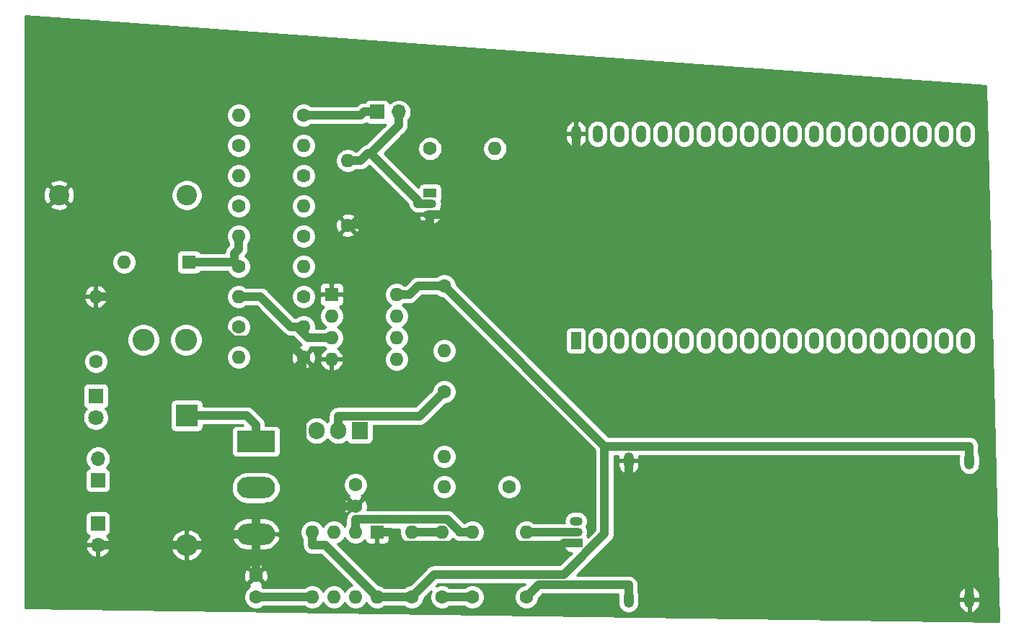
<source format=gtl>
G04 #@! TF.GenerationSoftware,KiCad,Pcbnew,(5.1.9)-1*
G04 #@! TF.CreationDate,2021-04-19T00:56:38+02:00*
G04 #@! TF.ProjectId,geiger,67656967-6572-42e6-9b69-6361645f7063,rev?*
G04 #@! TF.SameCoordinates,Original*
G04 #@! TF.FileFunction,Copper,L1,Top*
G04 #@! TF.FilePolarity,Positive*
%FSLAX46Y46*%
G04 Gerber Fmt 4.6, Leading zero omitted, Abs format (unit mm)*
G04 Created by KiCad (PCBNEW (5.1.9)-1) date 2021-04-19 00:56:38*
%MOMM*%
%LPD*%
G01*
G04 APERTURE LIST*
G04 #@! TA.AperFunction,ComponentPad*
%ADD10O,1.700000X1.700000*%
G04 #@! TD*
G04 #@! TA.AperFunction,ComponentPad*
%ADD11R,1.700000X1.700000*%
G04 #@! TD*
G04 #@! TA.AperFunction,ComponentPad*
%ADD12O,1.200000X2.000000*%
G04 #@! TD*
G04 #@! TA.AperFunction,ComponentPad*
%ADD13R,1.200000X2.000000*%
G04 #@! TD*
G04 #@! TA.AperFunction,ComponentPad*
%ADD14O,1.600000X1.600000*%
G04 #@! TD*
G04 #@! TA.AperFunction,ComponentPad*
%ADD15R,1.600000X1.600000*%
G04 #@! TD*
G04 #@! TA.AperFunction,ComponentPad*
%ADD16R,1.500000X1.050000*%
G04 #@! TD*
G04 #@! TA.AperFunction,ComponentPad*
%ADD17O,1.500000X1.050000*%
G04 #@! TD*
G04 #@! TA.AperFunction,ComponentPad*
%ADD18O,1.905000X2.000000*%
G04 #@! TD*
G04 #@! TA.AperFunction,ComponentPad*
%ADD19R,1.905000X2.000000*%
G04 #@! TD*
G04 #@! TA.AperFunction,ComponentPad*
%ADD20O,4.500000X2.500000*%
G04 #@! TD*
G04 #@! TA.AperFunction,ComponentPad*
%ADD21R,4.500000X2.500000*%
G04 #@! TD*
G04 #@! TA.AperFunction,ComponentPad*
%ADD22C,1.600000*%
G04 #@! TD*
G04 #@! TA.AperFunction,ComponentPad*
%ADD23C,2.600000*%
G04 #@! TD*
G04 #@! TA.AperFunction,ComponentPad*
%ADD24C,1.800000*%
G04 #@! TD*
G04 #@! TA.AperFunction,ComponentPad*
%ADD25R,1.800000X1.800000*%
G04 #@! TD*
G04 #@! TA.AperFunction,ComponentPad*
%ADD26O,2.600000X2.600000*%
G04 #@! TD*
G04 #@! TA.AperFunction,ComponentPad*
%ADD27R,2.600000X2.600000*%
G04 #@! TD*
G04 #@! TA.AperFunction,ComponentPad*
%ADD28C,2.400000*%
G04 #@! TD*
G04 #@! TA.AperFunction,Conductor*
%ADD29C,1.000000*%
G04 #@! TD*
G04 #@! TA.AperFunction,Conductor*
%ADD30C,0.254000*%
G04 #@! TD*
G04 #@! TA.AperFunction,Conductor*
%ADD31C,0.100000*%
G04 #@! TD*
G04 APERTURE END LIST*
D10*
X62992000Y-137033000D03*
D11*
X60452000Y-137033000D03*
D12*
X129540000Y-163915000D03*
X129540000Y-139615000D03*
X127000000Y-163915000D03*
X127000000Y-139615000D03*
X124460000Y-163915000D03*
X124460000Y-139615000D03*
X121920000Y-163915000D03*
X121920000Y-139615000D03*
X119380000Y-163915000D03*
X119380000Y-139615000D03*
X116840000Y-163915000D03*
X116840000Y-139615000D03*
X114300000Y-163915000D03*
X114300000Y-139615000D03*
X111760000Y-163915000D03*
X111760000Y-139615000D03*
X109220000Y-163915000D03*
X109220000Y-139615000D03*
X106680000Y-163915000D03*
X106680000Y-139615000D03*
X104140000Y-163915000D03*
X104140000Y-139615000D03*
X101600000Y-163915000D03*
X101600000Y-139615000D03*
X99060000Y-163915000D03*
X99060000Y-139615000D03*
X96520000Y-163915000D03*
X96520000Y-139615000D03*
X93980000Y-163915000D03*
X93980000Y-139615000D03*
X91440000Y-163915000D03*
X91440000Y-139615000D03*
X88900000Y-163915000D03*
X88900000Y-139615000D03*
X86360000Y-163915000D03*
X86360000Y-139615000D03*
D13*
X83820000Y-163915000D03*
D12*
X83820000Y-139615000D03*
X89982000Y-178032000D03*
X89982000Y-194332000D03*
X129982000Y-178032000D03*
X129982000Y-194332000D03*
D14*
X62738000Y-158496000D03*
X55118000Y-166116000D03*
X62738000Y-161036000D03*
X55118000Y-163576000D03*
X62738000Y-163576000D03*
X55118000Y-161036000D03*
X62738000Y-166116000D03*
D15*
X55118000Y-158496000D03*
D16*
X83820000Y-187706000D03*
D17*
X83820000Y-185166000D03*
X83820000Y-186436000D03*
D14*
X60452000Y-194056000D03*
X52832000Y-186436000D03*
X57912000Y-194056000D03*
X55372000Y-186436000D03*
X55372000Y-194056000D03*
X57912000Y-186436000D03*
X52832000Y-194056000D03*
D15*
X60452000Y-186436000D03*
D16*
X66675000Y-146558000D03*
D17*
X66675000Y-149098000D03*
X66675000Y-147828000D03*
D18*
X53340000Y-174498000D03*
X55880000Y-174498000D03*
D19*
X58420000Y-174498000D03*
D20*
X46228000Y-186668000D03*
X46228000Y-181218000D03*
D21*
X46228000Y-175768000D03*
D10*
X27686000Y-177800000D03*
D11*
X27686000Y-180340000D03*
D14*
X74295000Y-141351000D03*
D22*
X66675000Y-141351000D03*
D14*
X57023000Y-142748000D03*
D22*
X57023000Y-150368000D03*
D14*
X44196000Y-165862000D03*
D22*
X51816000Y-165862000D03*
D14*
X51816000Y-162306000D03*
D22*
X44196000Y-162306000D03*
D14*
X44196000Y-158750000D03*
D22*
X51816000Y-158750000D03*
D14*
X51816000Y-155194000D03*
D22*
X44196000Y-155194000D03*
D14*
X44196000Y-137414000D03*
D22*
X51816000Y-137414000D03*
D14*
X51816000Y-140970000D03*
D22*
X44196000Y-140970000D03*
D14*
X44196000Y-144526000D03*
D22*
X51816000Y-144526000D03*
D14*
X51816000Y-148082000D03*
D22*
X44196000Y-148082000D03*
D14*
X44196000Y-151638000D03*
D22*
X51816000Y-151638000D03*
D14*
X27432000Y-158750000D03*
D22*
X27432000Y-166370000D03*
D14*
X68326000Y-165100000D03*
D22*
X68326000Y-157480000D03*
D14*
X77978000Y-186436000D03*
D22*
X77978000Y-194056000D03*
D14*
X68326000Y-181102000D03*
D22*
X75946000Y-181102000D03*
D14*
X68326000Y-177546000D03*
D22*
X68326000Y-169926000D03*
D14*
X71628000Y-186436000D03*
D22*
X71628000Y-194056000D03*
D14*
X68072000Y-186436000D03*
D22*
X68072000Y-194056000D03*
D14*
X64516000Y-186436000D03*
D22*
X64516000Y-194056000D03*
D23*
X38020000Y-163830000D03*
X33020000Y-163830000D03*
D24*
X27432000Y-172974000D03*
D25*
X27432000Y-170434000D03*
D26*
X38100000Y-187960000D03*
D27*
X38100000Y-172720000D03*
D14*
X30734000Y-154686000D03*
D15*
X38354000Y-154686000D03*
D28*
X23100000Y-146812000D03*
X38100000Y-146812000D03*
D22*
X57912000Y-180888000D03*
X57912000Y-183388000D03*
X46228000Y-191556000D03*
X46228000Y-194056000D03*
D10*
X27686000Y-187960000D03*
D11*
X27686000Y-185420000D03*
D29*
X51643100Y-183388000D02*
X57912000Y-183388000D01*
X46228000Y-184717700D02*
X47557700Y-183388000D01*
X47557700Y-183388000D02*
X51643100Y-183388000D01*
X51643100Y-183388000D02*
X51643100Y-166034900D01*
X51643100Y-166034900D02*
X51816000Y-165862000D01*
X46228000Y-186668000D02*
X46228000Y-184717700D01*
X46228000Y-191556000D02*
X46228000Y-186668000D01*
X89982000Y-178032000D02*
X89982000Y-179732300D01*
X129982000Y-194332000D02*
X129982000Y-192631700D01*
X129982000Y-192631700D02*
X102881400Y-192631700D01*
X102881400Y-192631700D02*
X89982000Y-179732300D01*
X46228000Y-186668000D02*
X43277700Y-186668000D01*
X38100000Y-187960000D02*
X41985700Y-187960000D01*
X41985700Y-187960000D02*
X43277700Y-186668000D01*
X27686000Y-187960000D02*
X38100000Y-187960000D01*
X83820000Y-139615000D02*
X83820000Y-141315300D01*
X83820000Y-141315300D02*
X76037300Y-149098000D01*
X76037300Y-149098000D02*
X66675000Y-149098000D01*
X60452000Y-186436000D02*
X61952300Y-186436000D01*
X83820000Y-187706000D02*
X82369700Y-187706000D01*
X82369700Y-187706000D02*
X82139400Y-187936300D01*
X82139400Y-187936300D02*
X63452600Y-187936300D01*
X63452600Y-187936300D02*
X61952300Y-186436000D01*
X66675000Y-149098000D02*
X66675000Y-150323300D01*
X66675000Y-150323300D02*
X57067700Y-150323300D01*
X57067700Y-150323300D02*
X57023000Y-150368000D01*
X27432000Y-158750000D02*
X38518300Y-158750000D01*
X38518300Y-158750000D02*
X43574700Y-163806400D01*
X43574700Y-163806400D02*
X49760400Y-163806400D01*
X49760400Y-163806400D02*
X51816000Y-165862000D01*
X46228000Y-194056000D02*
X52832000Y-194056000D01*
X57912000Y-186436000D02*
X57912000Y-184935700D01*
X71628000Y-186436000D02*
X70127700Y-186436000D01*
X70127700Y-186436000D02*
X70127700Y-186342200D01*
X70127700Y-186342200D02*
X68721200Y-184935700D01*
X68721200Y-184935700D02*
X57912000Y-184935700D01*
X44196000Y-151638000D02*
X44196000Y-153138300D01*
X43688000Y-154686000D02*
X44196000Y-155194000D01*
X38354000Y-154686000D02*
X43688000Y-154686000D01*
X44196000Y-153138300D02*
X43688000Y-153646300D01*
X43688000Y-153646300D02*
X43688000Y-154686000D01*
X46228000Y-175768000D02*
X46228000Y-173817700D01*
X38100000Y-172720000D02*
X45130300Y-172720000D01*
X45130300Y-172720000D02*
X46228000Y-173817700D01*
X64516000Y-194056000D02*
X61952300Y-194056000D01*
X87177600Y-176331700D02*
X87177600Y-186629200D01*
X87177600Y-186629200D02*
X82375500Y-191431300D01*
X82375500Y-191431300D02*
X67140700Y-191431300D01*
X67140700Y-191431300D02*
X64516000Y-194056000D01*
X60452000Y-194056000D02*
X61952300Y-194056000D01*
X52832000Y-187936300D02*
X54332300Y-187936300D01*
X54332300Y-187936300D02*
X60452000Y-194056000D01*
X87177600Y-176331700D02*
X87177600Y-176331600D01*
X87177600Y-176331600D02*
X68326000Y-157480000D01*
X87177600Y-176331700D02*
X129982000Y-176331700D01*
X129982000Y-178032000D02*
X129982000Y-176331700D01*
X52832000Y-186436000D02*
X52832000Y-187936300D01*
X62738000Y-158496000D02*
X64238300Y-158496000D01*
X68326000Y-157480000D02*
X65254300Y-157480000D01*
X65254300Y-157480000D02*
X64238300Y-158496000D01*
X64516000Y-186436000D02*
X68072000Y-186436000D01*
X68072000Y-194056000D02*
X71628000Y-194056000D01*
X55880000Y-174498000D02*
X55880000Y-172797700D01*
X55880000Y-172797700D02*
X65454300Y-172797700D01*
X65454300Y-172797700D02*
X68326000Y-169926000D01*
X77978000Y-186436000D02*
X83820000Y-186436000D01*
X89982000Y-194332000D02*
X89982000Y-192631700D01*
X77978000Y-194056000D02*
X79402300Y-192631700D01*
X79402300Y-192631700D02*
X89982000Y-192631700D01*
X60452000Y-137033000D02*
X58901700Y-137033000D01*
X51816000Y-137414000D02*
X58520700Y-137414000D01*
X58520700Y-137414000D02*
X58901700Y-137033000D01*
X51065900Y-162306000D02*
X52335900Y-163576000D01*
X52335900Y-163576000D02*
X55118000Y-163576000D01*
X51065900Y-162306000D02*
X50315700Y-162306000D01*
X51816000Y-162306000D02*
X51065900Y-162306000D01*
X44196000Y-158750000D02*
X46759700Y-158750000D01*
X46759700Y-158750000D02*
X50315700Y-162306000D01*
X66675000Y-147828000D02*
X65224700Y-147828000D01*
X59688200Y-141887100D02*
X65224700Y-147423700D01*
X65224700Y-147423700D02*
X65224700Y-147828000D01*
X58523300Y-142748000D02*
X59384200Y-141887100D01*
X59384200Y-141887100D02*
X59688100Y-141887100D01*
X59688100Y-141887100D02*
X59688200Y-141887100D01*
X59688200Y-141887100D02*
X62992000Y-138583300D01*
X62992000Y-137033000D02*
X62992000Y-138583300D01*
X57023000Y-142748000D02*
X58523300Y-142748000D01*
D30*
X131955813Y-133976269D02*
X133473858Y-196975111D01*
X19177000Y-195327817D01*
X19177000Y-193914665D01*
X44793000Y-193914665D01*
X44793000Y-194197335D01*
X44848147Y-194474574D01*
X44956320Y-194735727D01*
X45113363Y-194970759D01*
X45313241Y-195170637D01*
X45548273Y-195327680D01*
X45809426Y-195435853D01*
X46086665Y-195491000D01*
X46369335Y-195491000D01*
X46646574Y-195435853D01*
X46907727Y-195327680D01*
X47112284Y-195191000D01*
X51947716Y-195191000D01*
X52152273Y-195327680D01*
X52413426Y-195435853D01*
X52690665Y-195491000D01*
X52973335Y-195491000D01*
X53250574Y-195435853D01*
X53511727Y-195327680D01*
X53746759Y-195170637D01*
X53946637Y-194970759D01*
X54102000Y-194738241D01*
X54257363Y-194970759D01*
X54457241Y-195170637D01*
X54692273Y-195327680D01*
X54953426Y-195435853D01*
X55230665Y-195491000D01*
X55513335Y-195491000D01*
X55790574Y-195435853D01*
X56051727Y-195327680D01*
X56286759Y-195170637D01*
X56486637Y-194970759D01*
X56642000Y-194738241D01*
X56797363Y-194970759D01*
X56997241Y-195170637D01*
X57232273Y-195327680D01*
X57493426Y-195435853D01*
X57770665Y-195491000D01*
X58053335Y-195491000D01*
X58330574Y-195435853D01*
X58591727Y-195327680D01*
X58826759Y-195170637D01*
X59026637Y-194970759D01*
X59182000Y-194738241D01*
X59337363Y-194970759D01*
X59537241Y-195170637D01*
X59772273Y-195327680D01*
X60033426Y-195435853D01*
X60310665Y-195491000D01*
X60593335Y-195491000D01*
X60870574Y-195435853D01*
X61131727Y-195327680D01*
X61336284Y-195191000D01*
X63631716Y-195191000D01*
X63836273Y-195327680D01*
X64097426Y-195435853D01*
X64374665Y-195491000D01*
X64657335Y-195491000D01*
X64934574Y-195435853D01*
X65195727Y-195327680D01*
X65430759Y-195170637D01*
X65630637Y-194970759D01*
X65787680Y-194735727D01*
X65895853Y-194474574D01*
X65943850Y-194233282D01*
X66799939Y-193377192D01*
X66692147Y-193637426D01*
X66637000Y-193914665D01*
X66637000Y-194197335D01*
X66692147Y-194474574D01*
X66800320Y-194735727D01*
X66957363Y-194970759D01*
X67157241Y-195170637D01*
X67392273Y-195327680D01*
X67653426Y-195435853D01*
X67930665Y-195491000D01*
X68213335Y-195491000D01*
X68490574Y-195435853D01*
X68751727Y-195327680D01*
X68956284Y-195191000D01*
X70743716Y-195191000D01*
X70948273Y-195327680D01*
X71209426Y-195435853D01*
X71486665Y-195491000D01*
X71769335Y-195491000D01*
X72046574Y-195435853D01*
X72307727Y-195327680D01*
X72542759Y-195170637D01*
X72742637Y-194970759D01*
X72899680Y-194735727D01*
X73007853Y-194474574D01*
X73063000Y-194197335D01*
X73063000Y-193914665D01*
X73007853Y-193637426D01*
X72899680Y-193376273D01*
X72742637Y-193141241D01*
X72542759Y-192941363D01*
X72307727Y-192784320D01*
X72046574Y-192676147D01*
X71769335Y-192621000D01*
X71486665Y-192621000D01*
X71209426Y-192676147D01*
X70948273Y-192784320D01*
X70743716Y-192921000D01*
X68956284Y-192921000D01*
X68751727Y-192784320D01*
X68490574Y-192676147D01*
X68213335Y-192621000D01*
X67930665Y-192621000D01*
X67653426Y-192676147D01*
X67393193Y-192783939D01*
X67610832Y-192566300D01*
X77862569Y-192566300D01*
X77800718Y-192628150D01*
X77559426Y-192676147D01*
X77298273Y-192784320D01*
X77063241Y-192941363D01*
X76863363Y-193141241D01*
X76706320Y-193376273D01*
X76598147Y-193637426D01*
X76543000Y-193914665D01*
X76543000Y-194197335D01*
X76598147Y-194474574D01*
X76706320Y-194735727D01*
X76863363Y-194970759D01*
X77063241Y-195170637D01*
X77298273Y-195327680D01*
X77559426Y-195435853D01*
X77836665Y-195491000D01*
X78119335Y-195491000D01*
X78396574Y-195435853D01*
X78657727Y-195327680D01*
X78892759Y-195170637D01*
X79092637Y-194970759D01*
X79249680Y-194735727D01*
X79357853Y-194474574D01*
X79405850Y-194233282D01*
X79872432Y-193766700D01*
X88757306Y-193766700D01*
X88747000Y-193871335D01*
X88747000Y-194792664D01*
X88764870Y-194974101D01*
X88835489Y-195206900D01*
X88950167Y-195421448D01*
X89104498Y-195609502D01*
X89292551Y-195763833D01*
X89507099Y-195878511D01*
X89739898Y-195949130D01*
X89982000Y-195972975D01*
X90224101Y-195949130D01*
X90456900Y-195878511D01*
X90671448Y-195763833D01*
X90859502Y-195609502D01*
X91013833Y-195421449D01*
X91128511Y-195206901D01*
X91199130Y-194974102D01*
X91217000Y-194792665D01*
X91217000Y-194459000D01*
X128747000Y-194459000D01*
X128747000Y-194859000D01*
X128795507Y-195097496D01*
X128889610Y-195321946D01*
X129025693Y-195523725D01*
X129198526Y-195695078D01*
X129401467Y-195829421D01*
X129626718Y-195921591D01*
X129664391Y-195925462D01*
X129855000Y-195800731D01*
X129855000Y-194459000D01*
X130109000Y-194459000D01*
X130109000Y-195800731D01*
X130299609Y-195925462D01*
X130337282Y-195921591D01*
X130562533Y-195829421D01*
X130765474Y-195695078D01*
X130938307Y-195523725D01*
X131074390Y-195321946D01*
X131168493Y-195097496D01*
X131217000Y-194859000D01*
X131217000Y-194459000D01*
X130109000Y-194459000D01*
X129855000Y-194459000D01*
X128747000Y-194459000D01*
X91217000Y-194459000D01*
X91217000Y-193871336D01*
X91210467Y-193805000D01*
X128747000Y-193805000D01*
X128747000Y-194205000D01*
X129855000Y-194205000D01*
X129855000Y-192863269D01*
X130109000Y-192863269D01*
X130109000Y-194205000D01*
X131217000Y-194205000D01*
X131217000Y-193805000D01*
X131168493Y-193566504D01*
X131074390Y-193342054D01*
X130938307Y-193140275D01*
X130765474Y-192968922D01*
X130562533Y-192834579D01*
X130337282Y-192742409D01*
X130299609Y-192738538D01*
X130109000Y-192863269D01*
X129855000Y-192863269D01*
X129664391Y-192738538D01*
X129626718Y-192742409D01*
X129401467Y-192834579D01*
X129198526Y-192968922D01*
X129025693Y-193140275D01*
X128889610Y-193342054D01*
X128795507Y-193566504D01*
X128747000Y-193805000D01*
X91210467Y-193805000D01*
X91199130Y-193689899D01*
X91128511Y-193457099D01*
X91117000Y-193435563D01*
X91117000Y-192687452D01*
X91122491Y-192631700D01*
X91114317Y-192548702D01*
X91100577Y-192409201D01*
X91035676Y-192195253D01*
X90930284Y-191998077D01*
X90788449Y-191825251D01*
X90615623Y-191683416D01*
X90418447Y-191578024D01*
X90204499Y-191513123D01*
X89982000Y-191491209D01*
X89926249Y-191496700D01*
X83915231Y-191496700D01*
X87940741Y-187471191D01*
X87984049Y-187435649D01*
X88125884Y-187262823D01*
X88231276Y-187065647D01*
X88296177Y-186851699D01*
X88312600Y-186684952D01*
X88318091Y-186629200D01*
X88312600Y-186573449D01*
X88312600Y-178159000D01*
X88747000Y-178159000D01*
X88747000Y-178559000D01*
X88795507Y-178797496D01*
X88889610Y-179021946D01*
X89025693Y-179223725D01*
X89198526Y-179395078D01*
X89401467Y-179529421D01*
X89626718Y-179621591D01*
X89664391Y-179625462D01*
X89855000Y-179500731D01*
X89855000Y-178159000D01*
X90109000Y-178159000D01*
X90109000Y-179500731D01*
X90299609Y-179625462D01*
X90337282Y-179621591D01*
X90562533Y-179529421D01*
X90765474Y-179395078D01*
X90938307Y-179223725D01*
X91074390Y-179021946D01*
X91168493Y-178797496D01*
X91217000Y-178559000D01*
X91217000Y-178159000D01*
X90109000Y-178159000D01*
X89855000Y-178159000D01*
X88747000Y-178159000D01*
X88312600Y-178159000D01*
X88312600Y-177466700D01*
X88754790Y-177466700D01*
X88747000Y-177505000D01*
X88747000Y-177905000D01*
X89855000Y-177905000D01*
X89855000Y-177885000D01*
X90109000Y-177885000D01*
X90109000Y-177905000D01*
X91217000Y-177905000D01*
X91217000Y-177505000D01*
X91209210Y-177466700D01*
X128757306Y-177466700D01*
X128747000Y-177571335D01*
X128747000Y-178492664D01*
X128764870Y-178674101D01*
X128835489Y-178906900D01*
X128950167Y-179121448D01*
X129104498Y-179309502D01*
X129292551Y-179463833D01*
X129507099Y-179578511D01*
X129739898Y-179649130D01*
X129982000Y-179672975D01*
X130224101Y-179649130D01*
X130456900Y-179578511D01*
X130671448Y-179463833D01*
X130859502Y-179309502D01*
X131013833Y-179121449D01*
X131128511Y-178906901D01*
X131199130Y-178674102D01*
X131217000Y-178492665D01*
X131217000Y-177571336D01*
X131199130Y-177389899D01*
X131128511Y-177157099D01*
X131117000Y-177135563D01*
X131117000Y-176387451D01*
X131122491Y-176331700D01*
X131100577Y-176109201D01*
X131035676Y-175895253D01*
X130930284Y-175698077D01*
X130788449Y-175525251D01*
X130615623Y-175383416D01*
X130418447Y-175278024D01*
X130204499Y-175213123D01*
X130037752Y-175196700D01*
X129982000Y-175191209D01*
X129926249Y-175196700D01*
X87647832Y-175196700D01*
X75366132Y-162915000D01*
X82581928Y-162915000D01*
X82581928Y-164915000D01*
X82594188Y-165039482D01*
X82630498Y-165159180D01*
X82689463Y-165269494D01*
X82768815Y-165366185D01*
X82865506Y-165445537D01*
X82975820Y-165504502D01*
X83095518Y-165540812D01*
X83220000Y-165553072D01*
X84420000Y-165553072D01*
X84544482Y-165540812D01*
X84664180Y-165504502D01*
X84774494Y-165445537D01*
X84871185Y-165366185D01*
X84950537Y-165269494D01*
X85009502Y-165159180D01*
X85045812Y-165039482D01*
X85058072Y-164915000D01*
X85058072Y-163454336D01*
X85125000Y-163454336D01*
X85125000Y-164375665D01*
X85142870Y-164557102D01*
X85213489Y-164789901D01*
X85328168Y-165004449D01*
X85482499Y-165192502D01*
X85670552Y-165346833D01*
X85885100Y-165461511D01*
X86117899Y-165532130D01*
X86360000Y-165555975D01*
X86602102Y-165532130D01*
X86834901Y-165461511D01*
X87049449Y-165346833D01*
X87237502Y-165192502D01*
X87391833Y-165004449D01*
X87506511Y-164789901D01*
X87577130Y-164557101D01*
X87595000Y-164375664D01*
X87595000Y-163454336D01*
X87665000Y-163454336D01*
X87665000Y-164375665D01*
X87682870Y-164557102D01*
X87753489Y-164789901D01*
X87868168Y-165004449D01*
X88022499Y-165192502D01*
X88210552Y-165346833D01*
X88425100Y-165461511D01*
X88657899Y-165532130D01*
X88900000Y-165555975D01*
X89142102Y-165532130D01*
X89374901Y-165461511D01*
X89589449Y-165346833D01*
X89777502Y-165192502D01*
X89931833Y-165004449D01*
X90046511Y-164789901D01*
X90117130Y-164557101D01*
X90135000Y-164375664D01*
X90135000Y-163454336D01*
X90205000Y-163454336D01*
X90205000Y-164375665D01*
X90222870Y-164557102D01*
X90293489Y-164789901D01*
X90408168Y-165004449D01*
X90562499Y-165192502D01*
X90750552Y-165346833D01*
X90965100Y-165461511D01*
X91197899Y-165532130D01*
X91440000Y-165555975D01*
X91682102Y-165532130D01*
X91914901Y-165461511D01*
X92129449Y-165346833D01*
X92317502Y-165192502D01*
X92471833Y-165004449D01*
X92586511Y-164789901D01*
X92657130Y-164557101D01*
X92675000Y-164375664D01*
X92675000Y-163454336D01*
X92745000Y-163454336D01*
X92745000Y-164375665D01*
X92762870Y-164557102D01*
X92833489Y-164789901D01*
X92948168Y-165004449D01*
X93102499Y-165192502D01*
X93290552Y-165346833D01*
X93505100Y-165461511D01*
X93737899Y-165532130D01*
X93980000Y-165555975D01*
X94222102Y-165532130D01*
X94454901Y-165461511D01*
X94669449Y-165346833D01*
X94857502Y-165192502D01*
X95011833Y-165004449D01*
X95126511Y-164789901D01*
X95197130Y-164557101D01*
X95215000Y-164375664D01*
X95215000Y-163454336D01*
X95285000Y-163454336D01*
X95285000Y-164375665D01*
X95302870Y-164557102D01*
X95373489Y-164789901D01*
X95488168Y-165004449D01*
X95642499Y-165192502D01*
X95830552Y-165346833D01*
X96045100Y-165461511D01*
X96277899Y-165532130D01*
X96520000Y-165555975D01*
X96762102Y-165532130D01*
X96994901Y-165461511D01*
X97209449Y-165346833D01*
X97397502Y-165192502D01*
X97551833Y-165004449D01*
X97666511Y-164789901D01*
X97737130Y-164557101D01*
X97755000Y-164375664D01*
X97755000Y-163454336D01*
X97825000Y-163454336D01*
X97825000Y-164375665D01*
X97842870Y-164557102D01*
X97913489Y-164789901D01*
X98028168Y-165004449D01*
X98182499Y-165192502D01*
X98370552Y-165346833D01*
X98585100Y-165461511D01*
X98817899Y-165532130D01*
X99060000Y-165555975D01*
X99302102Y-165532130D01*
X99534901Y-165461511D01*
X99749449Y-165346833D01*
X99937502Y-165192502D01*
X100091833Y-165004449D01*
X100206511Y-164789901D01*
X100277130Y-164557101D01*
X100295000Y-164375664D01*
X100295000Y-163454336D01*
X100365000Y-163454336D01*
X100365000Y-164375665D01*
X100382870Y-164557102D01*
X100453489Y-164789901D01*
X100568168Y-165004449D01*
X100722499Y-165192502D01*
X100910552Y-165346833D01*
X101125100Y-165461511D01*
X101357899Y-165532130D01*
X101600000Y-165555975D01*
X101842102Y-165532130D01*
X102074901Y-165461511D01*
X102289449Y-165346833D01*
X102477502Y-165192502D01*
X102631833Y-165004449D01*
X102746511Y-164789901D01*
X102817130Y-164557101D01*
X102835000Y-164375664D01*
X102835000Y-163454336D01*
X102905000Y-163454336D01*
X102905000Y-164375665D01*
X102922870Y-164557102D01*
X102993489Y-164789901D01*
X103108168Y-165004449D01*
X103262499Y-165192502D01*
X103450552Y-165346833D01*
X103665100Y-165461511D01*
X103897899Y-165532130D01*
X104140000Y-165555975D01*
X104382102Y-165532130D01*
X104614901Y-165461511D01*
X104829449Y-165346833D01*
X105017502Y-165192502D01*
X105171833Y-165004449D01*
X105286511Y-164789901D01*
X105357130Y-164557101D01*
X105375000Y-164375664D01*
X105375000Y-163454336D01*
X105445000Y-163454336D01*
X105445000Y-164375665D01*
X105462870Y-164557102D01*
X105533489Y-164789901D01*
X105648168Y-165004449D01*
X105802499Y-165192502D01*
X105990552Y-165346833D01*
X106205100Y-165461511D01*
X106437899Y-165532130D01*
X106680000Y-165555975D01*
X106922102Y-165532130D01*
X107154901Y-165461511D01*
X107369449Y-165346833D01*
X107557502Y-165192502D01*
X107711833Y-165004449D01*
X107826511Y-164789901D01*
X107897130Y-164557101D01*
X107915000Y-164375664D01*
X107915000Y-163454336D01*
X107985000Y-163454336D01*
X107985000Y-164375665D01*
X108002870Y-164557102D01*
X108073489Y-164789901D01*
X108188168Y-165004449D01*
X108342499Y-165192502D01*
X108530552Y-165346833D01*
X108745100Y-165461511D01*
X108977899Y-165532130D01*
X109220000Y-165555975D01*
X109462102Y-165532130D01*
X109694901Y-165461511D01*
X109909449Y-165346833D01*
X110097502Y-165192502D01*
X110251833Y-165004449D01*
X110366511Y-164789901D01*
X110437130Y-164557101D01*
X110455000Y-164375664D01*
X110455000Y-163454336D01*
X110525000Y-163454336D01*
X110525000Y-164375665D01*
X110542870Y-164557102D01*
X110613489Y-164789901D01*
X110728168Y-165004449D01*
X110882499Y-165192502D01*
X111070552Y-165346833D01*
X111285100Y-165461511D01*
X111517899Y-165532130D01*
X111760000Y-165555975D01*
X112002102Y-165532130D01*
X112234901Y-165461511D01*
X112449449Y-165346833D01*
X112637502Y-165192502D01*
X112791833Y-165004449D01*
X112906511Y-164789901D01*
X112977130Y-164557101D01*
X112995000Y-164375664D01*
X112995000Y-163454336D01*
X113065000Y-163454336D01*
X113065000Y-164375665D01*
X113082870Y-164557102D01*
X113153489Y-164789901D01*
X113268168Y-165004449D01*
X113422499Y-165192502D01*
X113610552Y-165346833D01*
X113825100Y-165461511D01*
X114057899Y-165532130D01*
X114300000Y-165555975D01*
X114542102Y-165532130D01*
X114774901Y-165461511D01*
X114989449Y-165346833D01*
X115177502Y-165192502D01*
X115331833Y-165004449D01*
X115446511Y-164789901D01*
X115517130Y-164557101D01*
X115535000Y-164375664D01*
X115535000Y-163454336D01*
X115605000Y-163454336D01*
X115605000Y-164375665D01*
X115622870Y-164557102D01*
X115693489Y-164789901D01*
X115808168Y-165004449D01*
X115962499Y-165192502D01*
X116150552Y-165346833D01*
X116365100Y-165461511D01*
X116597899Y-165532130D01*
X116840000Y-165555975D01*
X117082102Y-165532130D01*
X117314901Y-165461511D01*
X117529449Y-165346833D01*
X117717502Y-165192502D01*
X117871833Y-165004449D01*
X117986511Y-164789901D01*
X118057130Y-164557101D01*
X118075000Y-164375664D01*
X118075000Y-163454336D01*
X118145000Y-163454336D01*
X118145000Y-164375665D01*
X118162870Y-164557102D01*
X118233489Y-164789901D01*
X118348168Y-165004449D01*
X118502499Y-165192502D01*
X118690552Y-165346833D01*
X118905100Y-165461511D01*
X119137899Y-165532130D01*
X119380000Y-165555975D01*
X119622102Y-165532130D01*
X119854901Y-165461511D01*
X120069449Y-165346833D01*
X120257502Y-165192502D01*
X120411833Y-165004449D01*
X120526511Y-164789901D01*
X120597130Y-164557101D01*
X120615000Y-164375664D01*
X120615000Y-163454336D01*
X120685000Y-163454336D01*
X120685000Y-164375665D01*
X120702870Y-164557102D01*
X120773489Y-164789901D01*
X120888168Y-165004449D01*
X121042499Y-165192502D01*
X121230552Y-165346833D01*
X121445100Y-165461511D01*
X121677899Y-165532130D01*
X121920000Y-165555975D01*
X122162102Y-165532130D01*
X122394901Y-165461511D01*
X122609449Y-165346833D01*
X122797502Y-165192502D01*
X122951833Y-165004449D01*
X123066511Y-164789901D01*
X123137130Y-164557101D01*
X123155000Y-164375664D01*
X123155000Y-163454336D01*
X123225000Y-163454336D01*
X123225000Y-164375665D01*
X123242870Y-164557102D01*
X123313489Y-164789901D01*
X123428168Y-165004449D01*
X123582499Y-165192502D01*
X123770552Y-165346833D01*
X123985100Y-165461511D01*
X124217899Y-165532130D01*
X124460000Y-165555975D01*
X124702102Y-165532130D01*
X124934901Y-165461511D01*
X125149449Y-165346833D01*
X125337502Y-165192502D01*
X125491833Y-165004449D01*
X125606511Y-164789901D01*
X125677130Y-164557101D01*
X125695000Y-164375664D01*
X125695000Y-163454336D01*
X125765000Y-163454336D01*
X125765000Y-164375665D01*
X125782870Y-164557102D01*
X125853489Y-164789901D01*
X125968168Y-165004449D01*
X126122499Y-165192502D01*
X126310552Y-165346833D01*
X126525100Y-165461511D01*
X126757899Y-165532130D01*
X127000000Y-165555975D01*
X127242102Y-165532130D01*
X127474901Y-165461511D01*
X127689449Y-165346833D01*
X127877502Y-165192502D01*
X128031833Y-165004449D01*
X128146511Y-164789901D01*
X128217130Y-164557101D01*
X128235000Y-164375664D01*
X128235000Y-163454336D01*
X128305000Y-163454336D01*
X128305000Y-164375665D01*
X128322870Y-164557102D01*
X128393489Y-164789901D01*
X128508168Y-165004449D01*
X128662499Y-165192502D01*
X128850552Y-165346833D01*
X129065100Y-165461511D01*
X129297899Y-165532130D01*
X129540000Y-165555975D01*
X129782102Y-165532130D01*
X130014901Y-165461511D01*
X130229449Y-165346833D01*
X130417502Y-165192502D01*
X130571833Y-165004449D01*
X130686511Y-164789901D01*
X130757130Y-164557101D01*
X130775000Y-164375664D01*
X130775000Y-163454335D01*
X130757130Y-163272898D01*
X130686511Y-163040099D01*
X130571833Y-162825551D01*
X130417502Y-162637498D01*
X130229448Y-162483167D01*
X130014900Y-162368489D01*
X129782101Y-162297870D01*
X129540000Y-162274025D01*
X129297898Y-162297870D01*
X129065099Y-162368489D01*
X128850551Y-162483167D01*
X128662498Y-162637498D01*
X128508167Y-162825552D01*
X128393489Y-163040100D01*
X128322870Y-163272899D01*
X128305000Y-163454336D01*
X128235000Y-163454336D01*
X128235000Y-163454335D01*
X128217130Y-163272898D01*
X128146511Y-163040099D01*
X128031833Y-162825551D01*
X127877502Y-162637498D01*
X127689448Y-162483167D01*
X127474900Y-162368489D01*
X127242101Y-162297870D01*
X127000000Y-162274025D01*
X126757898Y-162297870D01*
X126525099Y-162368489D01*
X126310551Y-162483167D01*
X126122498Y-162637498D01*
X125968167Y-162825552D01*
X125853489Y-163040100D01*
X125782870Y-163272899D01*
X125765000Y-163454336D01*
X125695000Y-163454336D01*
X125695000Y-163454335D01*
X125677130Y-163272898D01*
X125606511Y-163040099D01*
X125491833Y-162825551D01*
X125337502Y-162637498D01*
X125149448Y-162483167D01*
X124934900Y-162368489D01*
X124702101Y-162297870D01*
X124460000Y-162274025D01*
X124217898Y-162297870D01*
X123985099Y-162368489D01*
X123770551Y-162483167D01*
X123582498Y-162637498D01*
X123428167Y-162825552D01*
X123313489Y-163040100D01*
X123242870Y-163272899D01*
X123225000Y-163454336D01*
X123155000Y-163454336D01*
X123155000Y-163454335D01*
X123137130Y-163272898D01*
X123066511Y-163040099D01*
X122951833Y-162825551D01*
X122797502Y-162637498D01*
X122609448Y-162483167D01*
X122394900Y-162368489D01*
X122162101Y-162297870D01*
X121920000Y-162274025D01*
X121677898Y-162297870D01*
X121445099Y-162368489D01*
X121230551Y-162483167D01*
X121042498Y-162637498D01*
X120888167Y-162825552D01*
X120773489Y-163040100D01*
X120702870Y-163272899D01*
X120685000Y-163454336D01*
X120615000Y-163454336D01*
X120615000Y-163454335D01*
X120597130Y-163272898D01*
X120526511Y-163040099D01*
X120411833Y-162825551D01*
X120257502Y-162637498D01*
X120069448Y-162483167D01*
X119854900Y-162368489D01*
X119622101Y-162297870D01*
X119380000Y-162274025D01*
X119137898Y-162297870D01*
X118905099Y-162368489D01*
X118690551Y-162483167D01*
X118502498Y-162637498D01*
X118348167Y-162825552D01*
X118233489Y-163040100D01*
X118162870Y-163272899D01*
X118145000Y-163454336D01*
X118075000Y-163454336D01*
X118075000Y-163454335D01*
X118057130Y-163272898D01*
X117986511Y-163040099D01*
X117871833Y-162825551D01*
X117717502Y-162637498D01*
X117529448Y-162483167D01*
X117314900Y-162368489D01*
X117082101Y-162297870D01*
X116840000Y-162274025D01*
X116597898Y-162297870D01*
X116365099Y-162368489D01*
X116150551Y-162483167D01*
X115962498Y-162637498D01*
X115808167Y-162825552D01*
X115693489Y-163040100D01*
X115622870Y-163272899D01*
X115605000Y-163454336D01*
X115535000Y-163454336D01*
X115535000Y-163454335D01*
X115517130Y-163272898D01*
X115446511Y-163040099D01*
X115331833Y-162825551D01*
X115177502Y-162637498D01*
X114989448Y-162483167D01*
X114774900Y-162368489D01*
X114542101Y-162297870D01*
X114300000Y-162274025D01*
X114057898Y-162297870D01*
X113825099Y-162368489D01*
X113610551Y-162483167D01*
X113422498Y-162637498D01*
X113268167Y-162825552D01*
X113153489Y-163040100D01*
X113082870Y-163272899D01*
X113065000Y-163454336D01*
X112995000Y-163454336D01*
X112995000Y-163454335D01*
X112977130Y-163272898D01*
X112906511Y-163040099D01*
X112791833Y-162825551D01*
X112637502Y-162637498D01*
X112449448Y-162483167D01*
X112234900Y-162368489D01*
X112002101Y-162297870D01*
X111760000Y-162274025D01*
X111517898Y-162297870D01*
X111285099Y-162368489D01*
X111070551Y-162483167D01*
X110882498Y-162637498D01*
X110728167Y-162825552D01*
X110613489Y-163040100D01*
X110542870Y-163272899D01*
X110525000Y-163454336D01*
X110455000Y-163454336D01*
X110455000Y-163454335D01*
X110437130Y-163272898D01*
X110366511Y-163040099D01*
X110251833Y-162825551D01*
X110097502Y-162637498D01*
X109909448Y-162483167D01*
X109694900Y-162368489D01*
X109462101Y-162297870D01*
X109220000Y-162274025D01*
X108977898Y-162297870D01*
X108745099Y-162368489D01*
X108530551Y-162483167D01*
X108342498Y-162637498D01*
X108188167Y-162825552D01*
X108073489Y-163040100D01*
X108002870Y-163272899D01*
X107985000Y-163454336D01*
X107915000Y-163454336D01*
X107915000Y-163454335D01*
X107897130Y-163272898D01*
X107826511Y-163040099D01*
X107711833Y-162825551D01*
X107557502Y-162637498D01*
X107369448Y-162483167D01*
X107154900Y-162368489D01*
X106922101Y-162297870D01*
X106680000Y-162274025D01*
X106437898Y-162297870D01*
X106205099Y-162368489D01*
X105990551Y-162483167D01*
X105802498Y-162637498D01*
X105648167Y-162825552D01*
X105533489Y-163040100D01*
X105462870Y-163272899D01*
X105445000Y-163454336D01*
X105375000Y-163454336D01*
X105375000Y-163454335D01*
X105357130Y-163272898D01*
X105286511Y-163040099D01*
X105171833Y-162825551D01*
X105017502Y-162637498D01*
X104829448Y-162483167D01*
X104614900Y-162368489D01*
X104382101Y-162297870D01*
X104140000Y-162274025D01*
X103897898Y-162297870D01*
X103665099Y-162368489D01*
X103450551Y-162483167D01*
X103262498Y-162637498D01*
X103108167Y-162825552D01*
X102993489Y-163040100D01*
X102922870Y-163272899D01*
X102905000Y-163454336D01*
X102835000Y-163454336D01*
X102835000Y-163454335D01*
X102817130Y-163272898D01*
X102746511Y-163040099D01*
X102631833Y-162825551D01*
X102477502Y-162637498D01*
X102289448Y-162483167D01*
X102074900Y-162368489D01*
X101842101Y-162297870D01*
X101600000Y-162274025D01*
X101357898Y-162297870D01*
X101125099Y-162368489D01*
X100910551Y-162483167D01*
X100722498Y-162637498D01*
X100568167Y-162825552D01*
X100453489Y-163040100D01*
X100382870Y-163272899D01*
X100365000Y-163454336D01*
X100295000Y-163454336D01*
X100295000Y-163454335D01*
X100277130Y-163272898D01*
X100206511Y-163040099D01*
X100091833Y-162825551D01*
X99937502Y-162637498D01*
X99749448Y-162483167D01*
X99534900Y-162368489D01*
X99302101Y-162297870D01*
X99060000Y-162274025D01*
X98817898Y-162297870D01*
X98585099Y-162368489D01*
X98370551Y-162483167D01*
X98182498Y-162637498D01*
X98028167Y-162825552D01*
X97913489Y-163040100D01*
X97842870Y-163272899D01*
X97825000Y-163454336D01*
X97755000Y-163454336D01*
X97755000Y-163454335D01*
X97737130Y-163272898D01*
X97666511Y-163040099D01*
X97551833Y-162825551D01*
X97397502Y-162637498D01*
X97209448Y-162483167D01*
X96994900Y-162368489D01*
X96762101Y-162297870D01*
X96520000Y-162274025D01*
X96277898Y-162297870D01*
X96045099Y-162368489D01*
X95830551Y-162483167D01*
X95642498Y-162637498D01*
X95488167Y-162825552D01*
X95373489Y-163040100D01*
X95302870Y-163272899D01*
X95285000Y-163454336D01*
X95215000Y-163454336D01*
X95215000Y-163454335D01*
X95197130Y-163272898D01*
X95126511Y-163040099D01*
X95011833Y-162825551D01*
X94857502Y-162637498D01*
X94669448Y-162483167D01*
X94454900Y-162368489D01*
X94222101Y-162297870D01*
X93980000Y-162274025D01*
X93737898Y-162297870D01*
X93505099Y-162368489D01*
X93290551Y-162483167D01*
X93102498Y-162637498D01*
X92948167Y-162825552D01*
X92833489Y-163040100D01*
X92762870Y-163272899D01*
X92745000Y-163454336D01*
X92675000Y-163454336D01*
X92675000Y-163454335D01*
X92657130Y-163272898D01*
X92586511Y-163040099D01*
X92471833Y-162825551D01*
X92317502Y-162637498D01*
X92129448Y-162483167D01*
X91914900Y-162368489D01*
X91682101Y-162297870D01*
X91440000Y-162274025D01*
X91197898Y-162297870D01*
X90965099Y-162368489D01*
X90750551Y-162483167D01*
X90562498Y-162637498D01*
X90408167Y-162825552D01*
X90293489Y-163040100D01*
X90222870Y-163272899D01*
X90205000Y-163454336D01*
X90135000Y-163454336D01*
X90135000Y-163454335D01*
X90117130Y-163272898D01*
X90046511Y-163040099D01*
X89931833Y-162825551D01*
X89777502Y-162637498D01*
X89589448Y-162483167D01*
X89374900Y-162368489D01*
X89142101Y-162297870D01*
X88900000Y-162274025D01*
X88657898Y-162297870D01*
X88425099Y-162368489D01*
X88210551Y-162483167D01*
X88022498Y-162637498D01*
X87868167Y-162825552D01*
X87753489Y-163040100D01*
X87682870Y-163272899D01*
X87665000Y-163454336D01*
X87595000Y-163454336D01*
X87595000Y-163454335D01*
X87577130Y-163272898D01*
X87506511Y-163040099D01*
X87391833Y-162825551D01*
X87237502Y-162637498D01*
X87049448Y-162483167D01*
X86834900Y-162368489D01*
X86602101Y-162297870D01*
X86360000Y-162274025D01*
X86117898Y-162297870D01*
X85885099Y-162368489D01*
X85670551Y-162483167D01*
X85482498Y-162637498D01*
X85328167Y-162825552D01*
X85213489Y-163040100D01*
X85142870Y-163272899D01*
X85125000Y-163454336D01*
X85058072Y-163454336D01*
X85058072Y-162915000D01*
X85045812Y-162790518D01*
X85009502Y-162670820D01*
X84950537Y-162560506D01*
X84871185Y-162463815D01*
X84774494Y-162384463D01*
X84664180Y-162325498D01*
X84544482Y-162289188D01*
X84420000Y-162276928D01*
X83220000Y-162276928D01*
X83095518Y-162289188D01*
X82975820Y-162325498D01*
X82865506Y-162384463D01*
X82768815Y-162463815D01*
X82689463Y-162560506D01*
X82630498Y-162670820D01*
X82594188Y-162790518D01*
X82581928Y-162915000D01*
X75366132Y-162915000D01*
X69753850Y-157302719D01*
X69705853Y-157061426D01*
X69597680Y-156800273D01*
X69440637Y-156565241D01*
X69240759Y-156365363D01*
X69005727Y-156208320D01*
X68744574Y-156100147D01*
X68467335Y-156045000D01*
X68184665Y-156045000D01*
X67907426Y-156100147D01*
X67646273Y-156208320D01*
X67441716Y-156345000D01*
X65310051Y-156345000D01*
X65254300Y-156339509D01*
X65198548Y-156345000D01*
X65031801Y-156361423D01*
X64817853Y-156426324D01*
X64620677Y-156531716D01*
X64447851Y-156673551D01*
X64412308Y-156716860D01*
X63768169Y-157361000D01*
X63622284Y-157361000D01*
X63417727Y-157224320D01*
X63156574Y-157116147D01*
X62879335Y-157061000D01*
X62596665Y-157061000D01*
X62319426Y-157116147D01*
X62058273Y-157224320D01*
X61823241Y-157381363D01*
X61623363Y-157581241D01*
X61466320Y-157816273D01*
X61358147Y-158077426D01*
X61303000Y-158354665D01*
X61303000Y-158637335D01*
X61358147Y-158914574D01*
X61466320Y-159175727D01*
X61623363Y-159410759D01*
X61823241Y-159610637D01*
X62055759Y-159766000D01*
X61823241Y-159921363D01*
X61623363Y-160121241D01*
X61466320Y-160356273D01*
X61358147Y-160617426D01*
X61303000Y-160894665D01*
X61303000Y-161177335D01*
X61358147Y-161454574D01*
X61466320Y-161715727D01*
X61623363Y-161950759D01*
X61823241Y-162150637D01*
X62055759Y-162306000D01*
X61823241Y-162461363D01*
X61623363Y-162661241D01*
X61466320Y-162896273D01*
X61358147Y-163157426D01*
X61303000Y-163434665D01*
X61303000Y-163717335D01*
X61358147Y-163994574D01*
X61466320Y-164255727D01*
X61623363Y-164490759D01*
X61823241Y-164690637D01*
X62055759Y-164846000D01*
X61823241Y-165001363D01*
X61623363Y-165201241D01*
X61466320Y-165436273D01*
X61358147Y-165697426D01*
X61303000Y-165974665D01*
X61303000Y-166257335D01*
X61358147Y-166534574D01*
X61466320Y-166795727D01*
X61623363Y-167030759D01*
X61823241Y-167230637D01*
X62058273Y-167387680D01*
X62319426Y-167495853D01*
X62596665Y-167551000D01*
X62879335Y-167551000D01*
X63156574Y-167495853D01*
X63417727Y-167387680D01*
X63652759Y-167230637D01*
X63852637Y-167030759D01*
X64009680Y-166795727D01*
X64117853Y-166534574D01*
X64173000Y-166257335D01*
X64173000Y-165974665D01*
X64117853Y-165697426D01*
X64009680Y-165436273D01*
X63852637Y-165201241D01*
X63652759Y-165001363D01*
X63588857Y-164958665D01*
X66891000Y-164958665D01*
X66891000Y-165241335D01*
X66946147Y-165518574D01*
X67054320Y-165779727D01*
X67211363Y-166014759D01*
X67411241Y-166214637D01*
X67646273Y-166371680D01*
X67907426Y-166479853D01*
X68184665Y-166535000D01*
X68467335Y-166535000D01*
X68744574Y-166479853D01*
X69005727Y-166371680D01*
X69240759Y-166214637D01*
X69440637Y-166014759D01*
X69597680Y-165779727D01*
X69705853Y-165518574D01*
X69761000Y-165241335D01*
X69761000Y-164958665D01*
X69705853Y-164681426D01*
X69597680Y-164420273D01*
X69440637Y-164185241D01*
X69240759Y-163985363D01*
X69005727Y-163828320D01*
X68744574Y-163720147D01*
X68467335Y-163665000D01*
X68184665Y-163665000D01*
X67907426Y-163720147D01*
X67646273Y-163828320D01*
X67411241Y-163985363D01*
X67211363Y-164185241D01*
X67054320Y-164420273D01*
X66946147Y-164681426D01*
X66891000Y-164958665D01*
X63588857Y-164958665D01*
X63420241Y-164846000D01*
X63652759Y-164690637D01*
X63852637Y-164490759D01*
X64009680Y-164255727D01*
X64117853Y-163994574D01*
X64173000Y-163717335D01*
X64173000Y-163434665D01*
X64117853Y-163157426D01*
X64009680Y-162896273D01*
X63852637Y-162661241D01*
X63652759Y-162461363D01*
X63420241Y-162306000D01*
X63652759Y-162150637D01*
X63852637Y-161950759D01*
X64009680Y-161715727D01*
X64117853Y-161454574D01*
X64173000Y-161177335D01*
X64173000Y-160894665D01*
X64117853Y-160617426D01*
X64009680Y-160356273D01*
X63852637Y-160121241D01*
X63652759Y-159921363D01*
X63420241Y-159766000D01*
X63622284Y-159631000D01*
X64182549Y-159631000D01*
X64238300Y-159636491D01*
X64294051Y-159631000D01*
X64294052Y-159631000D01*
X64460799Y-159614577D01*
X64674747Y-159549676D01*
X64871923Y-159444284D01*
X65044749Y-159302449D01*
X65080296Y-159259136D01*
X65724432Y-158615000D01*
X67441716Y-158615000D01*
X67646273Y-158751680D01*
X67907426Y-158859853D01*
X68148719Y-158907850D01*
X86042600Y-176801732D01*
X86042601Y-186159067D01*
X85184021Y-187017647D01*
X85159502Y-186936820D01*
X85124907Y-186872098D01*
X85188215Y-186663400D01*
X85210612Y-186436000D01*
X85188215Y-186208600D01*
X85121885Y-185989940D01*
X85020895Y-185801000D01*
X85121885Y-185612060D01*
X85188215Y-185393400D01*
X85210612Y-185166000D01*
X85188215Y-184938600D01*
X85121885Y-184719940D01*
X85014171Y-184518421D01*
X84869212Y-184341788D01*
X84692579Y-184196829D01*
X84491060Y-184089115D01*
X84272400Y-184022785D01*
X84101979Y-184006000D01*
X83538021Y-184006000D01*
X83367600Y-184022785D01*
X83148940Y-184089115D01*
X82947421Y-184196829D01*
X82770788Y-184341788D01*
X82625829Y-184518421D01*
X82518115Y-184719940D01*
X82451785Y-184938600D01*
X82429388Y-185166000D01*
X82442684Y-185301000D01*
X78862284Y-185301000D01*
X78657727Y-185164320D01*
X78396574Y-185056147D01*
X78119335Y-185001000D01*
X77836665Y-185001000D01*
X77559426Y-185056147D01*
X77298273Y-185164320D01*
X77063241Y-185321363D01*
X76863363Y-185521241D01*
X76706320Y-185756273D01*
X76598147Y-186017426D01*
X76543000Y-186294665D01*
X76543000Y-186577335D01*
X76598147Y-186854574D01*
X76706320Y-187115727D01*
X76863363Y-187350759D01*
X77063241Y-187550637D01*
X77298273Y-187707680D01*
X77559426Y-187815853D01*
X77836665Y-187871000D01*
X78119335Y-187871000D01*
X78396574Y-187815853D01*
X78657727Y-187707680D01*
X78862284Y-187571000D01*
X82585750Y-187571000D01*
X82593750Y-187579000D01*
X83366891Y-187579000D01*
X83367600Y-187579215D01*
X83538021Y-187596000D01*
X83967000Y-187596000D01*
X83967000Y-187833000D01*
X83947000Y-187833000D01*
X83947000Y-187853000D01*
X83693000Y-187853000D01*
X83693000Y-187833000D01*
X82593750Y-187833000D01*
X82435000Y-187991750D01*
X82431928Y-188231000D01*
X82444188Y-188355482D01*
X82480498Y-188475180D01*
X82539463Y-188585494D01*
X82618815Y-188682185D01*
X82715506Y-188761537D01*
X82825820Y-188820502D01*
X82945518Y-188856812D01*
X83070000Y-188869072D01*
X83334346Y-188867323D01*
X81905369Y-190296300D01*
X67196441Y-190296300D01*
X67140699Y-190290810D01*
X67084957Y-190296300D01*
X67084948Y-190296300D01*
X66918201Y-190312723D01*
X66704253Y-190377624D01*
X66507077Y-190483016D01*
X66334251Y-190624851D01*
X66298711Y-190668157D01*
X64338718Y-192628150D01*
X64097426Y-192676147D01*
X63836273Y-192784320D01*
X63631716Y-192921000D01*
X61336284Y-192921000D01*
X61131727Y-192784320D01*
X60870574Y-192676147D01*
X60629282Y-192628150D01*
X55809249Y-187808118D01*
X56051727Y-187707680D01*
X56286759Y-187550637D01*
X56486637Y-187350759D01*
X56642000Y-187118241D01*
X56797363Y-187350759D01*
X56997241Y-187550637D01*
X57232273Y-187707680D01*
X57493426Y-187815853D01*
X57770665Y-187871000D01*
X58053335Y-187871000D01*
X58330574Y-187815853D01*
X58591727Y-187707680D01*
X58826759Y-187550637D01*
X59025357Y-187352039D01*
X59026188Y-187360482D01*
X59062498Y-187480180D01*
X59121463Y-187590494D01*
X59200815Y-187687185D01*
X59297506Y-187766537D01*
X59407820Y-187825502D01*
X59527518Y-187861812D01*
X59652000Y-187874072D01*
X60166250Y-187871000D01*
X60325000Y-187712250D01*
X60325000Y-186563000D01*
X60579000Y-186563000D01*
X60579000Y-187712250D01*
X60737750Y-187871000D01*
X61252000Y-187874072D01*
X61376482Y-187861812D01*
X61496180Y-187825502D01*
X61606494Y-187766537D01*
X61703185Y-187687185D01*
X61782537Y-187590494D01*
X61841502Y-187480180D01*
X61877812Y-187360482D01*
X61890072Y-187236000D01*
X61887000Y-186721750D01*
X61728250Y-186563000D01*
X60579000Y-186563000D01*
X60325000Y-186563000D01*
X60305000Y-186563000D01*
X60305000Y-186309000D01*
X60325000Y-186309000D01*
X60325000Y-186289000D01*
X60579000Y-186289000D01*
X60579000Y-186309000D01*
X61728250Y-186309000D01*
X61887000Y-186150250D01*
X61887475Y-186070700D01*
X63125550Y-186070700D01*
X63081000Y-186294665D01*
X63081000Y-186577335D01*
X63136147Y-186854574D01*
X63244320Y-187115727D01*
X63401363Y-187350759D01*
X63601241Y-187550637D01*
X63836273Y-187707680D01*
X64097426Y-187815853D01*
X64374665Y-187871000D01*
X64657335Y-187871000D01*
X64934574Y-187815853D01*
X65195727Y-187707680D01*
X65400284Y-187571000D01*
X67187716Y-187571000D01*
X67392273Y-187707680D01*
X67653426Y-187815853D01*
X67930665Y-187871000D01*
X68213335Y-187871000D01*
X68490574Y-187815853D01*
X68751727Y-187707680D01*
X68986759Y-187550637D01*
X69186637Y-187350759D01*
X69286941Y-187200643D01*
X69321251Y-187242449D01*
X69494077Y-187384284D01*
X69691253Y-187489676D01*
X69905201Y-187554577D01*
X70127700Y-187576491D01*
X70183451Y-187571000D01*
X70743716Y-187571000D01*
X70948273Y-187707680D01*
X71209426Y-187815853D01*
X71486665Y-187871000D01*
X71769335Y-187871000D01*
X72046574Y-187815853D01*
X72307727Y-187707680D01*
X72542759Y-187550637D01*
X72742637Y-187350759D01*
X72899680Y-187115727D01*
X73007853Y-186854574D01*
X73063000Y-186577335D01*
X73063000Y-186294665D01*
X73007853Y-186017426D01*
X72899680Y-185756273D01*
X72742637Y-185521241D01*
X72542759Y-185321363D01*
X72307727Y-185164320D01*
X72046574Y-185056147D01*
X71769335Y-185001000D01*
X71486665Y-185001000D01*
X71209426Y-185056147D01*
X70948273Y-185164320D01*
X70743716Y-185301000D01*
X70691632Y-185301000D01*
X69563196Y-184172565D01*
X69527649Y-184129251D01*
X69354823Y-183987416D01*
X69157647Y-183882024D01*
X68943699Y-183817123D01*
X68776952Y-183800700D01*
X68776951Y-183800700D01*
X68721200Y-183795209D01*
X68665449Y-183800700D01*
X59287946Y-183800700D01*
X59338300Y-183599816D01*
X59352217Y-183317488D01*
X59310787Y-183037870D01*
X59215603Y-182771708D01*
X59148671Y-182646486D01*
X58904702Y-182574903D01*
X58091605Y-183388000D01*
X58105748Y-183402143D01*
X57926143Y-183581748D01*
X57912000Y-183567605D01*
X57650717Y-183828888D01*
X57475553Y-183882024D01*
X57278377Y-183987416D01*
X57105551Y-184129251D01*
X56963716Y-184302077D01*
X56858324Y-184499253D01*
X56793423Y-184713201D01*
X56771509Y-184935700D01*
X56777000Y-184991452D01*
X56777000Y-185551716D01*
X56642000Y-185753759D01*
X56486637Y-185521241D01*
X56286759Y-185321363D01*
X56051727Y-185164320D01*
X55790574Y-185056147D01*
X55513335Y-185001000D01*
X55230665Y-185001000D01*
X54953426Y-185056147D01*
X54692273Y-185164320D01*
X54457241Y-185321363D01*
X54257363Y-185521241D01*
X54102000Y-185753759D01*
X53946637Y-185521241D01*
X53746759Y-185321363D01*
X53511727Y-185164320D01*
X53250574Y-185056147D01*
X52973335Y-185001000D01*
X52690665Y-185001000D01*
X52413426Y-185056147D01*
X52152273Y-185164320D01*
X51917241Y-185321363D01*
X51717363Y-185521241D01*
X51560320Y-185756273D01*
X51452147Y-186017426D01*
X51397000Y-186294665D01*
X51397000Y-186577335D01*
X51452147Y-186854574D01*
X51560320Y-187115727D01*
X51697000Y-187320284D01*
X51697000Y-187880548D01*
X51691509Y-187936300D01*
X51713423Y-188158799D01*
X51778324Y-188372747D01*
X51883716Y-188569923D01*
X52025551Y-188742749D01*
X52198377Y-188884584D01*
X52395553Y-188989976D01*
X52609501Y-189054877D01*
X52776248Y-189071300D01*
X52776249Y-189071300D01*
X52832000Y-189076791D01*
X52887752Y-189071300D01*
X53862169Y-189071300D01*
X57474751Y-192683882D01*
X57232273Y-192784320D01*
X56997241Y-192941363D01*
X56797363Y-193141241D01*
X56642000Y-193373759D01*
X56486637Y-193141241D01*
X56286759Y-192941363D01*
X56051727Y-192784320D01*
X55790574Y-192676147D01*
X55513335Y-192621000D01*
X55230665Y-192621000D01*
X54953426Y-192676147D01*
X54692273Y-192784320D01*
X54457241Y-192941363D01*
X54257363Y-193141241D01*
X54102000Y-193373759D01*
X53946637Y-193141241D01*
X53746759Y-192941363D01*
X53511727Y-192784320D01*
X53250574Y-192676147D01*
X52973335Y-192621000D01*
X52690665Y-192621000D01*
X52413426Y-192676147D01*
X52152273Y-192784320D01*
X51947716Y-192921000D01*
X47112284Y-192921000D01*
X46942131Y-192807308D01*
X46969514Y-192792671D01*
X47041097Y-192548702D01*
X46228000Y-191735605D01*
X45414903Y-192548702D01*
X45486486Y-192792671D01*
X45515341Y-192806324D01*
X45313241Y-192941363D01*
X45113363Y-193141241D01*
X44956320Y-193376273D01*
X44848147Y-193637426D01*
X44793000Y-193914665D01*
X19177000Y-193914665D01*
X19177000Y-191626512D01*
X44787783Y-191626512D01*
X44829213Y-191906130D01*
X44924397Y-192172292D01*
X44991329Y-192297514D01*
X45235298Y-192369097D01*
X46048395Y-191556000D01*
X46407605Y-191556000D01*
X47220702Y-192369097D01*
X47464671Y-192297514D01*
X47585571Y-192042004D01*
X47654300Y-191767816D01*
X47668217Y-191485488D01*
X47626787Y-191205870D01*
X47531603Y-190939708D01*
X47464671Y-190814486D01*
X47220702Y-190742903D01*
X46407605Y-191556000D01*
X46048395Y-191556000D01*
X45235298Y-190742903D01*
X44991329Y-190814486D01*
X44870429Y-191069996D01*
X44801700Y-191344184D01*
X44787783Y-191626512D01*
X19177000Y-191626512D01*
X19177000Y-190563298D01*
X45414903Y-190563298D01*
X46228000Y-191376395D01*
X47041097Y-190563298D01*
X46969514Y-190319329D01*
X46714004Y-190198429D01*
X46439816Y-190129700D01*
X46157488Y-190115783D01*
X45877870Y-190157213D01*
X45611708Y-190252397D01*
X45486486Y-190319329D01*
X45414903Y-190563298D01*
X19177000Y-190563298D01*
X19177000Y-188316890D01*
X26244524Y-188316890D01*
X26289175Y-188464099D01*
X26414359Y-188726920D01*
X26588412Y-188960269D01*
X26804645Y-189155178D01*
X27054748Y-189304157D01*
X27329109Y-189401481D01*
X27559000Y-189280814D01*
X27559000Y-188087000D01*
X27813000Y-188087000D01*
X27813000Y-189280814D01*
X28042891Y-189401481D01*
X28317252Y-189304157D01*
X28567355Y-189155178D01*
X28783588Y-188960269D01*
X28957641Y-188726920D01*
X29082825Y-188464099D01*
X29106063Y-188387485D01*
X36212807Y-188387485D01*
X36332467Y-188747444D01*
X36520052Y-189077142D01*
X36768354Y-189363909D01*
X37067830Y-189596725D01*
X37406972Y-189766642D01*
X37672516Y-189847189D01*
X37973000Y-189731704D01*
X37973000Y-188087000D01*
X38227000Y-188087000D01*
X38227000Y-189731704D01*
X38527484Y-189847189D01*
X38793028Y-189766642D01*
X39132170Y-189596725D01*
X39431646Y-189363909D01*
X39679948Y-189077142D01*
X39867533Y-188747444D01*
X39987193Y-188387485D01*
X39872082Y-188087000D01*
X38227000Y-188087000D01*
X37973000Y-188087000D01*
X36327918Y-188087000D01*
X36212807Y-188387485D01*
X29106063Y-188387485D01*
X29127476Y-188316890D01*
X29006155Y-188087000D01*
X27813000Y-188087000D01*
X27559000Y-188087000D01*
X26365845Y-188087000D01*
X26244524Y-188316890D01*
X19177000Y-188316890D01*
X19177000Y-184570000D01*
X26197928Y-184570000D01*
X26197928Y-186270000D01*
X26210188Y-186394482D01*
X26246498Y-186514180D01*
X26305463Y-186624494D01*
X26384815Y-186721185D01*
X26481506Y-186800537D01*
X26591820Y-186859502D01*
X26672466Y-186883966D01*
X26588412Y-186959731D01*
X26414359Y-187193080D01*
X26289175Y-187455901D01*
X26244524Y-187603110D01*
X26365845Y-187833000D01*
X27559000Y-187833000D01*
X27559000Y-187813000D01*
X27813000Y-187813000D01*
X27813000Y-187833000D01*
X29006155Y-187833000D01*
X29127476Y-187603110D01*
X29106064Y-187532515D01*
X36212807Y-187532515D01*
X36327918Y-187833000D01*
X37973000Y-187833000D01*
X37973000Y-186188296D01*
X38227000Y-186188296D01*
X38227000Y-187833000D01*
X39872082Y-187833000D01*
X39987193Y-187532515D01*
X39867533Y-187172556D01*
X39819223Y-187087645D01*
X43390305Y-187087645D01*
X43437886Y-187272025D01*
X43590122Y-187609653D01*
X43805301Y-187911094D01*
X44075153Y-188164763D01*
X44389309Y-188360912D01*
X44735695Y-188492004D01*
X45101000Y-188553000D01*
X46101000Y-188553000D01*
X46101000Y-186795000D01*
X46355000Y-186795000D01*
X46355000Y-188553000D01*
X47355000Y-188553000D01*
X47720305Y-188492004D01*
X48066691Y-188360912D01*
X48380847Y-188164763D01*
X48650699Y-187911094D01*
X48865878Y-187609653D01*
X49018114Y-187272025D01*
X49065695Y-187087645D01*
X48949572Y-186795000D01*
X46355000Y-186795000D01*
X46101000Y-186795000D01*
X43506428Y-186795000D01*
X43390305Y-187087645D01*
X39819223Y-187087645D01*
X39679948Y-186842858D01*
X39431646Y-186556091D01*
X39132170Y-186323275D01*
X38982636Y-186248355D01*
X43390305Y-186248355D01*
X43506428Y-186541000D01*
X46101000Y-186541000D01*
X46101000Y-184783000D01*
X46355000Y-184783000D01*
X46355000Y-186541000D01*
X48949572Y-186541000D01*
X49065695Y-186248355D01*
X49018114Y-186063975D01*
X48865878Y-185726347D01*
X48650699Y-185424906D01*
X48380847Y-185171237D01*
X48066691Y-184975088D01*
X47720305Y-184843996D01*
X47355000Y-184783000D01*
X46355000Y-184783000D01*
X46101000Y-184783000D01*
X45101000Y-184783000D01*
X44735695Y-184843996D01*
X44389309Y-184975088D01*
X44075153Y-185171237D01*
X43805301Y-185424906D01*
X43590122Y-185726347D01*
X43437886Y-186063975D01*
X43390305Y-186248355D01*
X38982636Y-186248355D01*
X38793028Y-186153358D01*
X38527484Y-186072811D01*
X38227000Y-186188296D01*
X37973000Y-186188296D01*
X37672516Y-186072811D01*
X37406972Y-186153358D01*
X37067830Y-186323275D01*
X36768354Y-186556091D01*
X36520052Y-186842858D01*
X36332467Y-187172556D01*
X36212807Y-187532515D01*
X29106064Y-187532515D01*
X29082825Y-187455901D01*
X28957641Y-187193080D01*
X28783588Y-186959731D01*
X28699534Y-186883966D01*
X28780180Y-186859502D01*
X28890494Y-186800537D01*
X28987185Y-186721185D01*
X29066537Y-186624494D01*
X29125502Y-186514180D01*
X29161812Y-186394482D01*
X29174072Y-186270000D01*
X29174072Y-184570000D01*
X29161812Y-184445518D01*
X29125502Y-184325820D01*
X29066537Y-184215506D01*
X28987185Y-184118815D01*
X28890494Y-184039463D01*
X28780180Y-183980498D01*
X28660482Y-183944188D01*
X28536000Y-183931928D01*
X26836000Y-183931928D01*
X26711518Y-183944188D01*
X26591820Y-183980498D01*
X26481506Y-184039463D01*
X26384815Y-184118815D01*
X26305463Y-184215506D01*
X26246498Y-184325820D01*
X26210188Y-184445518D01*
X26197928Y-184570000D01*
X19177000Y-184570000D01*
X19177000Y-183458512D01*
X56471783Y-183458512D01*
X56513213Y-183738130D01*
X56608397Y-184004292D01*
X56675329Y-184129514D01*
X56919298Y-184201097D01*
X57732395Y-183388000D01*
X56919298Y-182574903D01*
X56675329Y-182646486D01*
X56554429Y-182901996D01*
X56485700Y-183176184D01*
X56471783Y-183458512D01*
X19177000Y-183458512D01*
X19177000Y-179490000D01*
X26197928Y-179490000D01*
X26197928Y-181190000D01*
X26210188Y-181314482D01*
X26246498Y-181434180D01*
X26305463Y-181544494D01*
X26384815Y-181641185D01*
X26481506Y-181720537D01*
X26591820Y-181779502D01*
X26711518Y-181815812D01*
X26836000Y-181828072D01*
X28536000Y-181828072D01*
X28660482Y-181815812D01*
X28780180Y-181779502D01*
X28890494Y-181720537D01*
X28987185Y-181641185D01*
X29066537Y-181544494D01*
X29125502Y-181434180D01*
X29161812Y-181314482D01*
X29171314Y-181218000D01*
X43333880Y-181218000D01*
X43370275Y-181587524D01*
X43478061Y-181942848D01*
X43653097Y-182270317D01*
X43888655Y-182557345D01*
X44175683Y-182792903D01*
X44503152Y-182967939D01*
X44858476Y-183075725D01*
X45135403Y-183103000D01*
X47320597Y-183103000D01*
X47597524Y-183075725D01*
X47952848Y-182967939D01*
X48280317Y-182792903D01*
X48567345Y-182557345D01*
X48802903Y-182270317D01*
X48977939Y-181942848D01*
X49085725Y-181587524D01*
X49122120Y-181218000D01*
X49085725Y-180848476D01*
X49054842Y-180746665D01*
X56477000Y-180746665D01*
X56477000Y-181029335D01*
X56532147Y-181306574D01*
X56640320Y-181567727D01*
X56797363Y-181802759D01*
X56997241Y-182002637D01*
X57197869Y-182136692D01*
X57170486Y-182151329D01*
X57098903Y-182395298D01*
X57912000Y-183208395D01*
X58725097Y-182395298D01*
X58653514Y-182151329D01*
X58624659Y-182137676D01*
X58826759Y-182002637D01*
X59026637Y-181802759D01*
X59183680Y-181567727D01*
X59291853Y-181306574D01*
X59347000Y-181029335D01*
X59347000Y-180960665D01*
X66891000Y-180960665D01*
X66891000Y-181243335D01*
X66946147Y-181520574D01*
X67054320Y-181781727D01*
X67211363Y-182016759D01*
X67411241Y-182216637D01*
X67646273Y-182373680D01*
X67907426Y-182481853D01*
X68184665Y-182537000D01*
X68467335Y-182537000D01*
X68744574Y-182481853D01*
X69005727Y-182373680D01*
X69240759Y-182216637D01*
X69440637Y-182016759D01*
X69597680Y-181781727D01*
X69705853Y-181520574D01*
X69761000Y-181243335D01*
X69761000Y-180960665D01*
X74511000Y-180960665D01*
X74511000Y-181243335D01*
X74566147Y-181520574D01*
X74674320Y-181781727D01*
X74831363Y-182016759D01*
X75031241Y-182216637D01*
X75266273Y-182373680D01*
X75527426Y-182481853D01*
X75804665Y-182537000D01*
X76087335Y-182537000D01*
X76364574Y-182481853D01*
X76625727Y-182373680D01*
X76860759Y-182216637D01*
X77060637Y-182016759D01*
X77217680Y-181781727D01*
X77325853Y-181520574D01*
X77381000Y-181243335D01*
X77381000Y-180960665D01*
X77325853Y-180683426D01*
X77217680Y-180422273D01*
X77060637Y-180187241D01*
X76860759Y-179987363D01*
X76625727Y-179830320D01*
X76364574Y-179722147D01*
X76087335Y-179667000D01*
X75804665Y-179667000D01*
X75527426Y-179722147D01*
X75266273Y-179830320D01*
X75031241Y-179987363D01*
X74831363Y-180187241D01*
X74674320Y-180422273D01*
X74566147Y-180683426D01*
X74511000Y-180960665D01*
X69761000Y-180960665D01*
X69705853Y-180683426D01*
X69597680Y-180422273D01*
X69440637Y-180187241D01*
X69240759Y-179987363D01*
X69005727Y-179830320D01*
X68744574Y-179722147D01*
X68467335Y-179667000D01*
X68184665Y-179667000D01*
X67907426Y-179722147D01*
X67646273Y-179830320D01*
X67411241Y-179987363D01*
X67211363Y-180187241D01*
X67054320Y-180422273D01*
X66946147Y-180683426D01*
X66891000Y-180960665D01*
X59347000Y-180960665D01*
X59347000Y-180746665D01*
X59291853Y-180469426D01*
X59183680Y-180208273D01*
X59026637Y-179973241D01*
X58826759Y-179773363D01*
X58591727Y-179616320D01*
X58330574Y-179508147D01*
X58053335Y-179453000D01*
X57770665Y-179453000D01*
X57493426Y-179508147D01*
X57232273Y-179616320D01*
X56997241Y-179773363D01*
X56797363Y-179973241D01*
X56640320Y-180208273D01*
X56532147Y-180469426D01*
X56477000Y-180746665D01*
X49054842Y-180746665D01*
X48977939Y-180493152D01*
X48802903Y-180165683D01*
X48567345Y-179878655D01*
X48280317Y-179643097D01*
X47952848Y-179468061D01*
X47597524Y-179360275D01*
X47320597Y-179333000D01*
X45135403Y-179333000D01*
X44858476Y-179360275D01*
X44503152Y-179468061D01*
X44175683Y-179643097D01*
X43888655Y-179878655D01*
X43653097Y-180165683D01*
X43478061Y-180493152D01*
X43370275Y-180848476D01*
X43333880Y-181218000D01*
X29171314Y-181218000D01*
X29174072Y-181190000D01*
X29174072Y-179490000D01*
X29161812Y-179365518D01*
X29125502Y-179245820D01*
X29066537Y-179135506D01*
X28987185Y-179038815D01*
X28890494Y-178959463D01*
X28780180Y-178900498D01*
X28707620Y-178878487D01*
X28839475Y-178746632D01*
X29001990Y-178503411D01*
X29113932Y-178233158D01*
X29171000Y-177946260D01*
X29171000Y-177653740D01*
X29113932Y-177366842D01*
X29001990Y-177096589D01*
X28839475Y-176853368D01*
X28632632Y-176646525D01*
X28389411Y-176484010D01*
X28119158Y-176372068D01*
X27832260Y-176315000D01*
X27539740Y-176315000D01*
X27252842Y-176372068D01*
X26982589Y-176484010D01*
X26739368Y-176646525D01*
X26532525Y-176853368D01*
X26370010Y-177096589D01*
X26258068Y-177366842D01*
X26201000Y-177653740D01*
X26201000Y-177946260D01*
X26258068Y-178233158D01*
X26370010Y-178503411D01*
X26532525Y-178746632D01*
X26664380Y-178878487D01*
X26591820Y-178900498D01*
X26481506Y-178959463D01*
X26384815Y-179038815D01*
X26305463Y-179135506D01*
X26246498Y-179245820D01*
X26210188Y-179365518D01*
X26197928Y-179490000D01*
X19177000Y-179490000D01*
X19177000Y-169534000D01*
X25893928Y-169534000D01*
X25893928Y-171334000D01*
X25906188Y-171458482D01*
X25942498Y-171578180D01*
X26001463Y-171688494D01*
X26080815Y-171785185D01*
X26177506Y-171864537D01*
X26287820Y-171923502D01*
X26306127Y-171929056D01*
X26239688Y-171995495D01*
X26071701Y-172246905D01*
X25955989Y-172526257D01*
X25897000Y-172822816D01*
X25897000Y-173125184D01*
X25955989Y-173421743D01*
X26071701Y-173701095D01*
X26239688Y-173952505D01*
X26453495Y-174166312D01*
X26704905Y-174334299D01*
X26984257Y-174450011D01*
X27280816Y-174509000D01*
X27583184Y-174509000D01*
X27879743Y-174450011D01*
X28159095Y-174334299D01*
X28410505Y-174166312D01*
X28624312Y-173952505D01*
X28792299Y-173701095D01*
X28908011Y-173421743D01*
X28967000Y-173125184D01*
X28967000Y-172822816D01*
X28908011Y-172526257D01*
X28792299Y-172246905D01*
X28624312Y-171995495D01*
X28557873Y-171929056D01*
X28576180Y-171923502D01*
X28686494Y-171864537D01*
X28783185Y-171785185D01*
X28862537Y-171688494D01*
X28921502Y-171578180D01*
X28957812Y-171458482D01*
X28961602Y-171420000D01*
X36161928Y-171420000D01*
X36161928Y-174020000D01*
X36174188Y-174144482D01*
X36210498Y-174264180D01*
X36269463Y-174374494D01*
X36348815Y-174471185D01*
X36445506Y-174550537D01*
X36555820Y-174609502D01*
X36675518Y-174645812D01*
X36800000Y-174658072D01*
X39400000Y-174658072D01*
X39524482Y-174645812D01*
X39644180Y-174609502D01*
X39754494Y-174550537D01*
X39851185Y-174471185D01*
X39930537Y-174374494D01*
X39989502Y-174264180D01*
X40025812Y-174144482D01*
X40038072Y-174020000D01*
X40038072Y-173855000D01*
X44660169Y-173855000D01*
X44685097Y-173879928D01*
X43978000Y-173879928D01*
X43853518Y-173892188D01*
X43733820Y-173928498D01*
X43623506Y-173987463D01*
X43526815Y-174066815D01*
X43447463Y-174163506D01*
X43388498Y-174273820D01*
X43352188Y-174393518D01*
X43339928Y-174518000D01*
X43339928Y-177018000D01*
X43352188Y-177142482D01*
X43388498Y-177262180D01*
X43447463Y-177372494D01*
X43526815Y-177469185D01*
X43623506Y-177548537D01*
X43733820Y-177607502D01*
X43853518Y-177643812D01*
X43978000Y-177656072D01*
X48478000Y-177656072D01*
X48602482Y-177643812D01*
X48722180Y-177607502D01*
X48832494Y-177548537D01*
X48929185Y-177469185D01*
X48982135Y-177404665D01*
X66891000Y-177404665D01*
X66891000Y-177687335D01*
X66946147Y-177964574D01*
X67054320Y-178225727D01*
X67211363Y-178460759D01*
X67411241Y-178660637D01*
X67646273Y-178817680D01*
X67907426Y-178925853D01*
X68184665Y-178981000D01*
X68467335Y-178981000D01*
X68744574Y-178925853D01*
X69005727Y-178817680D01*
X69240759Y-178660637D01*
X69440637Y-178460759D01*
X69597680Y-178225727D01*
X69705853Y-177964574D01*
X69761000Y-177687335D01*
X69761000Y-177404665D01*
X69705853Y-177127426D01*
X69597680Y-176866273D01*
X69440637Y-176631241D01*
X69240759Y-176431363D01*
X69005727Y-176274320D01*
X68744574Y-176166147D01*
X68467335Y-176111000D01*
X68184665Y-176111000D01*
X67907426Y-176166147D01*
X67646273Y-176274320D01*
X67411241Y-176431363D01*
X67211363Y-176631241D01*
X67054320Y-176866273D01*
X66946147Y-177127426D01*
X66891000Y-177404665D01*
X48982135Y-177404665D01*
X49008537Y-177372494D01*
X49067502Y-177262180D01*
X49103812Y-177142482D01*
X49116072Y-177018000D01*
X49116072Y-174518000D01*
X49103812Y-174393518D01*
X49097441Y-174372514D01*
X51752500Y-174372514D01*
X51752500Y-174623485D01*
X51775470Y-174856703D01*
X51866245Y-175155948D01*
X52013655Y-175431734D01*
X52212037Y-175673463D01*
X52453765Y-175871845D01*
X52729551Y-176019255D01*
X53028796Y-176110030D01*
X53340000Y-176140681D01*
X53651203Y-176110030D01*
X53950448Y-176019255D01*
X54226234Y-175871845D01*
X54467963Y-175673463D01*
X54610000Y-175500391D01*
X54752037Y-175673463D01*
X54993765Y-175871845D01*
X55269551Y-176019255D01*
X55568796Y-176110030D01*
X55880000Y-176140681D01*
X56191203Y-176110030D01*
X56490448Y-176019255D01*
X56766234Y-175871845D01*
X56892095Y-175768553D01*
X56936963Y-175852494D01*
X57016315Y-175949185D01*
X57113006Y-176028537D01*
X57223320Y-176087502D01*
X57343018Y-176123812D01*
X57467500Y-176136072D01*
X59372500Y-176136072D01*
X59496982Y-176123812D01*
X59616680Y-176087502D01*
X59726994Y-176028537D01*
X59823685Y-175949185D01*
X59903037Y-175852494D01*
X59962002Y-175742180D01*
X59998312Y-175622482D01*
X60010572Y-175498000D01*
X60010572Y-173932700D01*
X65398549Y-173932700D01*
X65454300Y-173938191D01*
X65510051Y-173932700D01*
X65510052Y-173932700D01*
X65676799Y-173916277D01*
X65890747Y-173851376D01*
X66087923Y-173745984D01*
X66260749Y-173604149D01*
X66296296Y-173560835D01*
X68503282Y-171353850D01*
X68744574Y-171305853D01*
X69005727Y-171197680D01*
X69240759Y-171040637D01*
X69440637Y-170840759D01*
X69597680Y-170605727D01*
X69705853Y-170344574D01*
X69761000Y-170067335D01*
X69761000Y-169784665D01*
X69705853Y-169507426D01*
X69597680Y-169246273D01*
X69440637Y-169011241D01*
X69240759Y-168811363D01*
X69005727Y-168654320D01*
X68744574Y-168546147D01*
X68467335Y-168491000D01*
X68184665Y-168491000D01*
X67907426Y-168546147D01*
X67646273Y-168654320D01*
X67411241Y-168811363D01*
X67211363Y-169011241D01*
X67054320Y-169246273D01*
X66946147Y-169507426D01*
X66898150Y-169748718D01*
X64984169Y-171662700D01*
X55935752Y-171662700D01*
X55880000Y-171657209D01*
X55824249Y-171662700D01*
X55824248Y-171662700D01*
X55657501Y-171679123D01*
X55443553Y-171744024D01*
X55246377Y-171849416D01*
X55073551Y-171991251D01*
X54931716Y-172164077D01*
X54826324Y-172361253D01*
X54761423Y-172575201D01*
X54739509Y-172797700D01*
X54745000Y-172853452D01*
X54745000Y-173331112D01*
X54610000Y-173495609D01*
X54467963Y-173322537D01*
X54226235Y-173124155D01*
X53950449Y-172976745D01*
X53651204Y-172885970D01*
X53340000Y-172855319D01*
X53028797Y-172885970D01*
X52729552Y-172976745D01*
X52453766Y-173124155D01*
X52212037Y-173322537D01*
X52013655Y-173564265D01*
X51866245Y-173840051D01*
X51775470Y-174139296D01*
X51752500Y-174372514D01*
X49097441Y-174372514D01*
X49067502Y-174273820D01*
X49008537Y-174163506D01*
X48929185Y-174066815D01*
X48832494Y-173987463D01*
X48722180Y-173928498D01*
X48602482Y-173892188D01*
X48478000Y-173879928D01*
X47363000Y-173879928D01*
X47363000Y-173873443D01*
X47368490Y-173817699D01*
X47363000Y-173761955D01*
X47363000Y-173761948D01*
X47346577Y-173595201D01*
X47281676Y-173381253D01*
X47176284Y-173184077D01*
X47034449Y-173011251D01*
X46991140Y-172975708D01*
X45972296Y-171956864D01*
X45936749Y-171913551D01*
X45763923Y-171771716D01*
X45566747Y-171666324D01*
X45352799Y-171601423D01*
X45186052Y-171585000D01*
X45186051Y-171585000D01*
X45130300Y-171579509D01*
X45074549Y-171585000D01*
X40038072Y-171585000D01*
X40038072Y-171420000D01*
X40025812Y-171295518D01*
X39989502Y-171175820D01*
X39930537Y-171065506D01*
X39851185Y-170968815D01*
X39754494Y-170889463D01*
X39644180Y-170830498D01*
X39524482Y-170794188D01*
X39400000Y-170781928D01*
X36800000Y-170781928D01*
X36675518Y-170794188D01*
X36555820Y-170830498D01*
X36445506Y-170889463D01*
X36348815Y-170968815D01*
X36269463Y-171065506D01*
X36210498Y-171175820D01*
X36174188Y-171295518D01*
X36161928Y-171420000D01*
X28961602Y-171420000D01*
X28970072Y-171334000D01*
X28970072Y-169534000D01*
X28957812Y-169409518D01*
X28921502Y-169289820D01*
X28862537Y-169179506D01*
X28783185Y-169082815D01*
X28686494Y-169003463D01*
X28576180Y-168944498D01*
X28456482Y-168908188D01*
X28332000Y-168895928D01*
X26532000Y-168895928D01*
X26407518Y-168908188D01*
X26287820Y-168944498D01*
X26177506Y-169003463D01*
X26080815Y-169082815D01*
X26001463Y-169179506D01*
X25942498Y-169289820D01*
X25906188Y-169409518D01*
X25893928Y-169534000D01*
X19177000Y-169534000D01*
X19177000Y-166228665D01*
X25997000Y-166228665D01*
X25997000Y-166511335D01*
X26052147Y-166788574D01*
X26160320Y-167049727D01*
X26317363Y-167284759D01*
X26517241Y-167484637D01*
X26752273Y-167641680D01*
X27013426Y-167749853D01*
X27290665Y-167805000D01*
X27573335Y-167805000D01*
X27850574Y-167749853D01*
X28111727Y-167641680D01*
X28346759Y-167484637D01*
X28546637Y-167284759D01*
X28703680Y-167049727D01*
X28811853Y-166788574D01*
X28867000Y-166511335D01*
X28867000Y-166228665D01*
X28811853Y-165951426D01*
X28703680Y-165690273D01*
X28546637Y-165455241D01*
X28346759Y-165255363D01*
X28111727Y-165098320D01*
X27850574Y-164990147D01*
X27573335Y-164935000D01*
X27290665Y-164935000D01*
X27013426Y-164990147D01*
X26752273Y-165098320D01*
X26517241Y-165255363D01*
X26317363Y-165455241D01*
X26160320Y-165690273D01*
X26052147Y-165951426D01*
X25997000Y-166228665D01*
X19177000Y-166228665D01*
X19177000Y-163639419D01*
X31085000Y-163639419D01*
X31085000Y-164020581D01*
X31159361Y-164394419D01*
X31305225Y-164746566D01*
X31516987Y-165063491D01*
X31786509Y-165333013D01*
X32103434Y-165544775D01*
X32455581Y-165690639D01*
X32829419Y-165765000D01*
X33210581Y-165765000D01*
X33584419Y-165690639D01*
X33936566Y-165544775D01*
X34253491Y-165333013D01*
X34523013Y-165063491D01*
X34734775Y-164746566D01*
X34880639Y-164394419D01*
X34955000Y-164020581D01*
X34955000Y-163639419D01*
X36085000Y-163639419D01*
X36085000Y-164020581D01*
X36159361Y-164394419D01*
X36305225Y-164746566D01*
X36516987Y-165063491D01*
X36786509Y-165333013D01*
X37103434Y-165544775D01*
X37455581Y-165690639D01*
X37829419Y-165765000D01*
X38210581Y-165765000D01*
X38433468Y-165720665D01*
X42761000Y-165720665D01*
X42761000Y-166003335D01*
X42816147Y-166280574D01*
X42924320Y-166541727D01*
X43081363Y-166776759D01*
X43281241Y-166976637D01*
X43516273Y-167133680D01*
X43777426Y-167241853D01*
X44054665Y-167297000D01*
X44337335Y-167297000D01*
X44614574Y-167241853D01*
X44875727Y-167133680D01*
X45110759Y-166976637D01*
X45232694Y-166854702D01*
X51002903Y-166854702D01*
X51074486Y-167098671D01*
X51329996Y-167219571D01*
X51604184Y-167288300D01*
X51886512Y-167302217D01*
X52166130Y-167260787D01*
X52432292Y-167165603D01*
X52557514Y-167098671D01*
X52629097Y-166854702D01*
X51816000Y-166041605D01*
X51002903Y-166854702D01*
X45232694Y-166854702D01*
X45310637Y-166776759D01*
X45467680Y-166541727D01*
X45575853Y-166280574D01*
X45631000Y-166003335D01*
X45631000Y-165932512D01*
X50375783Y-165932512D01*
X50417213Y-166212130D01*
X50512397Y-166478292D01*
X50579329Y-166603514D01*
X50823298Y-166675097D01*
X51636395Y-165862000D01*
X51995605Y-165862000D01*
X52808702Y-166675097D01*
X53052671Y-166603514D01*
X53118193Y-166465039D01*
X53726096Y-166465039D01*
X53766754Y-166599087D01*
X53886963Y-166853420D01*
X54054481Y-167079414D01*
X54262869Y-167268385D01*
X54504119Y-167413070D01*
X54768960Y-167507909D01*
X54991000Y-167386624D01*
X54991000Y-166243000D01*
X55245000Y-166243000D01*
X55245000Y-167386624D01*
X55467040Y-167507909D01*
X55731881Y-167413070D01*
X55973131Y-167268385D01*
X56181519Y-167079414D01*
X56349037Y-166853420D01*
X56469246Y-166599087D01*
X56509904Y-166465039D01*
X56387915Y-166243000D01*
X55245000Y-166243000D01*
X54991000Y-166243000D01*
X53848085Y-166243000D01*
X53726096Y-166465039D01*
X53118193Y-166465039D01*
X53173571Y-166348004D01*
X53242300Y-166073816D01*
X53256217Y-165791488D01*
X53214787Y-165511870D01*
X53119603Y-165245708D01*
X53052671Y-165120486D01*
X52808702Y-165048903D01*
X51995605Y-165862000D01*
X51636395Y-165862000D01*
X50823298Y-165048903D01*
X50579329Y-165120486D01*
X50458429Y-165375996D01*
X50389700Y-165650184D01*
X50375783Y-165932512D01*
X45631000Y-165932512D01*
X45631000Y-165720665D01*
X45575853Y-165443426D01*
X45467680Y-165182273D01*
X45310637Y-164947241D01*
X45110759Y-164747363D01*
X44875727Y-164590320D01*
X44614574Y-164482147D01*
X44337335Y-164427000D01*
X44054665Y-164427000D01*
X43777426Y-164482147D01*
X43516273Y-164590320D01*
X43281241Y-164747363D01*
X43081363Y-164947241D01*
X42924320Y-165182273D01*
X42816147Y-165443426D01*
X42761000Y-165720665D01*
X38433468Y-165720665D01*
X38584419Y-165690639D01*
X38936566Y-165544775D01*
X39253491Y-165333013D01*
X39523013Y-165063491D01*
X39734775Y-164746566D01*
X39880639Y-164394419D01*
X39955000Y-164020581D01*
X39955000Y-163639419D01*
X39880639Y-163265581D01*
X39734775Y-162913434D01*
X39523013Y-162596509D01*
X39253491Y-162326987D01*
X39010559Y-162164665D01*
X42761000Y-162164665D01*
X42761000Y-162447335D01*
X42816147Y-162724574D01*
X42924320Y-162985727D01*
X43081363Y-163220759D01*
X43281241Y-163420637D01*
X43516273Y-163577680D01*
X43777426Y-163685853D01*
X44054665Y-163741000D01*
X44337335Y-163741000D01*
X44614574Y-163685853D01*
X44875727Y-163577680D01*
X45110759Y-163420637D01*
X45310637Y-163220759D01*
X45467680Y-162985727D01*
X45575853Y-162724574D01*
X45631000Y-162447335D01*
X45631000Y-162164665D01*
X45575853Y-161887426D01*
X45467680Y-161626273D01*
X45310637Y-161391241D01*
X45110759Y-161191363D01*
X44875727Y-161034320D01*
X44614574Y-160926147D01*
X44337335Y-160871000D01*
X44054665Y-160871000D01*
X43777426Y-160926147D01*
X43516273Y-161034320D01*
X43281241Y-161191363D01*
X43081363Y-161391241D01*
X42924320Y-161626273D01*
X42816147Y-161887426D01*
X42761000Y-162164665D01*
X39010559Y-162164665D01*
X38936566Y-162115225D01*
X38584419Y-161969361D01*
X38210581Y-161895000D01*
X37829419Y-161895000D01*
X37455581Y-161969361D01*
X37103434Y-162115225D01*
X36786509Y-162326987D01*
X36516987Y-162596509D01*
X36305225Y-162913434D01*
X36159361Y-163265581D01*
X36085000Y-163639419D01*
X34955000Y-163639419D01*
X34880639Y-163265581D01*
X34734775Y-162913434D01*
X34523013Y-162596509D01*
X34253491Y-162326987D01*
X33936566Y-162115225D01*
X33584419Y-161969361D01*
X33210581Y-161895000D01*
X32829419Y-161895000D01*
X32455581Y-161969361D01*
X32103434Y-162115225D01*
X31786509Y-162326987D01*
X31516987Y-162596509D01*
X31305225Y-162913434D01*
X31159361Y-163265581D01*
X31085000Y-163639419D01*
X19177000Y-163639419D01*
X19177000Y-159099040D01*
X26040091Y-159099040D01*
X26134930Y-159363881D01*
X26279615Y-159605131D01*
X26468586Y-159813519D01*
X26694580Y-159981037D01*
X26948913Y-160101246D01*
X27082961Y-160141904D01*
X27305000Y-160019915D01*
X27305000Y-158877000D01*
X27559000Y-158877000D01*
X27559000Y-160019915D01*
X27781039Y-160141904D01*
X27915087Y-160101246D01*
X28169420Y-159981037D01*
X28395414Y-159813519D01*
X28584385Y-159605131D01*
X28729070Y-159363881D01*
X28823909Y-159099040D01*
X28702624Y-158877000D01*
X27559000Y-158877000D01*
X27305000Y-158877000D01*
X26161376Y-158877000D01*
X26040091Y-159099040D01*
X19177000Y-159099040D01*
X19177000Y-158400960D01*
X26040091Y-158400960D01*
X26161376Y-158623000D01*
X27305000Y-158623000D01*
X27305000Y-157480085D01*
X27559000Y-157480085D01*
X27559000Y-158623000D01*
X28702624Y-158623000D01*
X28710454Y-158608665D01*
X42761000Y-158608665D01*
X42761000Y-158891335D01*
X42816147Y-159168574D01*
X42924320Y-159429727D01*
X43081363Y-159664759D01*
X43281241Y-159864637D01*
X43516273Y-160021680D01*
X43777426Y-160129853D01*
X44054665Y-160185000D01*
X44337335Y-160185000D01*
X44614574Y-160129853D01*
X44875727Y-160021680D01*
X45080284Y-159885000D01*
X46289569Y-159885000D01*
X49473709Y-163069141D01*
X49509251Y-163112449D01*
X49682077Y-163254284D01*
X49879253Y-163359676D01*
X50093201Y-163424577D01*
X50259948Y-163441000D01*
X50259957Y-163441000D01*
X50315699Y-163446490D01*
X50371441Y-163441000D01*
X50595769Y-163441000D01*
X51493908Y-164339140D01*
X51529451Y-164382449D01*
X51603088Y-164442882D01*
X51465870Y-164463213D01*
X51199708Y-164558397D01*
X51074486Y-164625329D01*
X51002903Y-164869298D01*
X51816000Y-165682395D01*
X52629097Y-164869298D01*
X52582651Y-164711000D01*
X54233716Y-164711000D01*
X54438273Y-164847680D01*
X54448865Y-164852067D01*
X54262869Y-164963615D01*
X54054481Y-165152586D01*
X53886963Y-165378580D01*
X53766754Y-165632913D01*
X53726096Y-165766961D01*
X53848085Y-165989000D01*
X54991000Y-165989000D01*
X54991000Y-165969000D01*
X55245000Y-165969000D01*
X55245000Y-165989000D01*
X56387915Y-165989000D01*
X56509904Y-165766961D01*
X56469246Y-165632913D01*
X56349037Y-165378580D01*
X56181519Y-165152586D01*
X55973131Y-164963615D01*
X55787135Y-164852067D01*
X55797727Y-164847680D01*
X56032759Y-164690637D01*
X56232637Y-164490759D01*
X56389680Y-164255727D01*
X56497853Y-163994574D01*
X56553000Y-163717335D01*
X56553000Y-163434665D01*
X56497853Y-163157426D01*
X56389680Y-162896273D01*
X56232637Y-162661241D01*
X56032759Y-162461363D01*
X55800241Y-162306000D01*
X56032759Y-162150637D01*
X56232637Y-161950759D01*
X56389680Y-161715727D01*
X56497853Y-161454574D01*
X56553000Y-161177335D01*
X56553000Y-160894665D01*
X56497853Y-160617426D01*
X56389680Y-160356273D01*
X56232637Y-160121241D01*
X56034039Y-159922643D01*
X56042482Y-159921812D01*
X56162180Y-159885502D01*
X56272494Y-159826537D01*
X56369185Y-159747185D01*
X56448537Y-159650494D01*
X56507502Y-159540180D01*
X56543812Y-159420482D01*
X56556072Y-159296000D01*
X56553000Y-158781750D01*
X56394250Y-158623000D01*
X55245000Y-158623000D01*
X55245000Y-158643000D01*
X54991000Y-158643000D01*
X54991000Y-158623000D01*
X53841750Y-158623000D01*
X53683000Y-158781750D01*
X53679928Y-159296000D01*
X53692188Y-159420482D01*
X53728498Y-159540180D01*
X53787463Y-159650494D01*
X53866815Y-159747185D01*
X53963506Y-159826537D01*
X54073820Y-159885502D01*
X54193518Y-159921812D01*
X54201961Y-159922643D01*
X54003363Y-160121241D01*
X53846320Y-160356273D01*
X53738147Y-160617426D01*
X53683000Y-160894665D01*
X53683000Y-161177335D01*
X53738147Y-161454574D01*
X53846320Y-161715727D01*
X54003363Y-161950759D01*
X54203241Y-162150637D01*
X54435759Y-162306000D01*
X54233716Y-162441000D01*
X53251000Y-162441000D01*
X53251000Y-162164665D01*
X53195853Y-161887426D01*
X53087680Y-161626273D01*
X52930637Y-161391241D01*
X52730759Y-161191363D01*
X52495727Y-161034320D01*
X52234574Y-160926147D01*
X51957335Y-160871000D01*
X51674665Y-160871000D01*
X51397426Y-160926147D01*
X51136273Y-161034320D01*
X50931716Y-161171000D01*
X50785832Y-161171000D01*
X48223497Y-158608665D01*
X50381000Y-158608665D01*
X50381000Y-158891335D01*
X50436147Y-159168574D01*
X50544320Y-159429727D01*
X50701363Y-159664759D01*
X50901241Y-159864637D01*
X51136273Y-160021680D01*
X51397426Y-160129853D01*
X51674665Y-160185000D01*
X51957335Y-160185000D01*
X52234574Y-160129853D01*
X52495727Y-160021680D01*
X52730759Y-159864637D01*
X52930637Y-159664759D01*
X53087680Y-159429727D01*
X53195853Y-159168574D01*
X53251000Y-158891335D01*
X53251000Y-158608665D01*
X53195853Y-158331426D01*
X53087680Y-158070273D01*
X52930637Y-157835241D01*
X52791396Y-157696000D01*
X53679928Y-157696000D01*
X53683000Y-158210250D01*
X53841750Y-158369000D01*
X54991000Y-158369000D01*
X54991000Y-157219750D01*
X55245000Y-157219750D01*
X55245000Y-158369000D01*
X56394250Y-158369000D01*
X56553000Y-158210250D01*
X56556072Y-157696000D01*
X56543812Y-157571518D01*
X56507502Y-157451820D01*
X56448537Y-157341506D01*
X56369185Y-157244815D01*
X56272494Y-157165463D01*
X56162180Y-157106498D01*
X56042482Y-157070188D01*
X55918000Y-157057928D01*
X55403750Y-157061000D01*
X55245000Y-157219750D01*
X54991000Y-157219750D01*
X54832250Y-157061000D01*
X54318000Y-157057928D01*
X54193518Y-157070188D01*
X54073820Y-157106498D01*
X53963506Y-157165463D01*
X53866815Y-157244815D01*
X53787463Y-157341506D01*
X53728498Y-157451820D01*
X53692188Y-157571518D01*
X53679928Y-157696000D01*
X52791396Y-157696000D01*
X52730759Y-157635363D01*
X52495727Y-157478320D01*
X52234574Y-157370147D01*
X51957335Y-157315000D01*
X51674665Y-157315000D01*
X51397426Y-157370147D01*
X51136273Y-157478320D01*
X50901241Y-157635363D01*
X50701363Y-157835241D01*
X50544320Y-158070273D01*
X50436147Y-158331426D01*
X50381000Y-158608665D01*
X48223497Y-158608665D01*
X47601696Y-157986865D01*
X47566149Y-157943551D01*
X47393323Y-157801716D01*
X47196147Y-157696324D01*
X46982199Y-157631423D01*
X46815452Y-157615000D01*
X46815451Y-157615000D01*
X46759700Y-157609509D01*
X46703949Y-157615000D01*
X45080284Y-157615000D01*
X44875727Y-157478320D01*
X44614574Y-157370147D01*
X44337335Y-157315000D01*
X44054665Y-157315000D01*
X43777426Y-157370147D01*
X43516273Y-157478320D01*
X43281241Y-157635363D01*
X43081363Y-157835241D01*
X42924320Y-158070273D01*
X42816147Y-158331426D01*
X42761000Y-158608665D01*
X28710454Y-158608665D01*
X28823909Y-158400960D01*
X28729070Y-158136119D01*
X28584385Y-157894869D01*
X28395414Y-157686481D01*
X28169420Y-157518963D01*
X27915087Y-157398754D01*
X27781039Y-157358096D01*
X27559000Y-157480085D01*
X27305000Y-157480085D01*
X27082961Y-157358096D01*
X26948913Y-157398754D01*
X26694580Y-157518963D01*
X26468586Y-157686481D01*
X26279615Y-157894869D01*
X26134930Y-158136119D01*
X26040091Y-158400960D01*
X19177000Y-158400960D01*
X19177000Y-154544665D01*
X29299000Y-154544665D01*
X29299000Y-154827335D01*
X29354147Y-155104574D01*
X29462320Y-155365727D01*
X29619363Y-155600759D01*
X29819241Y-155800637D01*
X30054273Y-155957680D01*
X30315426Y-156065853D01*
X30592665Y-156121000D01*
X30875335Y-156121000D01*
X31152574Y-156065853D01*
X31413727Y-155957680D01*
X31648759Y-155800637D01*
X31848637Y-155600759D01*
X32005680Y-155365727D01*
X32113853Y-155104574D01*
X32169000Y-154827335D01*
X32169000Y-154544665D01*
X32113853Y-154267426D01*
X32005680Y-154006273D01*
X31925317Y-153886000D01*
X36915928Y-153886000D01*
X36915928Y-155486000D01*
X36928188Y-155610482D01*
X36964498Y-155730180D01*
X37023463Y-155840494D01*
X37102815Y-155937185D01*
X37199506Y-156016537D01*
X37309820Y-156075502D01*
X37429518Y-156111812D01*
X37554000Y-156124072D01*
X39154000Y-156124072D01*
X39278482Y-156111812D01*
X39398180Y-156075502D01*
X39508494Y-156016537D01*
X39605185Y-155937185D01*
X39684537Y-155840494D01*
X39694957Y-155821000D01*
X42902480Y-155821000D01*
X42924320Y-155873727D01*
X43081363Y-156108759D01*
X43281241Y-156308637D01*
X43516273Y-156465680D01*
X43777426Y-156573853D01*
X44054665Y-156629000D01*
X44337335Y-156629000D01*
X44614574Y-156573853D01*
X44875727Y-156465680D01*
X45110759Y-156308637D01*
X45310637Y-156108759D01*
X45467680Y-155873727D01*
X45575853Y-155612574D01*
X45631000Y-155335335D01*
X45631000Y-155052665D01*
X50381000Y-155052665D01*
X50381000Y-155335335D01*
X50436147Y-155612574D01*
X50544320Y-155873727D01*
X50701363Y-156108759D01*
X50901241Y-156308637D01*
X51136273Y-156465680D01*
X51397426Y-156573853D01*
X51674665Y-156629000D01*
X51957335Y-156629000D01*
X52234574Y-156573853D01*
X52495727Y-156465680D01*
X52730759Y-156308637D01*
X52930637Y-156108759D01*
X53087680Y-155873727D01*
X53195853Y-155612574D01*
X53251000Y-155335335D01*
X53251000Y-155052665D01*
X53195853Y-154775426D01*
X53087680Y-154514273D01*
X52930637Y-154279241D01*
X52730759Y-154079363D01*
X52495727Y-153922320D01*
X52234574Y-153814147D01*
X51957335Y-153759000D01*
X51674665Y-153759000D01*
X51397426Y-153814147D01*
X51136273Y-153922320D01*
X50901241Y-154079363D01*
X50701363Y-154279241D01*
X50544320Y-154514273D01*
X50436147Y-154775426D01*
X50381000Y-155052665D01*
X45631000Y-155052665D01*
X45575853Y-154775426D01*
X45467680Y-154514273D01*
X45310637Y-154279241D01*
X45110759Y-154079363D01*
X44960643Y-153979059D01*
X45002449Y-153944749D01*
X45144284Y-153771923D01*
X45249676Y-153574747D01*
X45314577Y-153360799D01*
X45331000Y-153194052D01*
X45331000Y-153194043D01*
X45336490Y-153138301D01*
X45331000Y-153082559D01*
X45331000Y-152522284D01*
X45467680Y-152317727D01*
X45575853Y-152056574D01*
X45631000Y-151779335D01*
X45631000Y-151496665D01*
X50381000Y-151496665D01*
X50381000Y-151779335D01*
X50436147Y-152056574D01*
X50544320Y-152317727D01*
X50701363Y-152552759D01*
X50901241Y-152752637D01*
X51136273Y-152909680D01*
X51397426Y-153017853D01*
X51674665Y-153073000D01*
X51957335Y-153073000D01*
X52234574Y-153017853D01*
X52495727Y-152909680D01*
X52730759Y-152752637D01*
X52930637Y-152552759D01*
X53087680Y-152317727D01*
X53195853Y-152056574D01*
X53251000Y-151779335D01*
X53251000Y-151496665D01*
X53223955Y-151360702D01*
X56209903Y-151360702D01*
X56281486Y-151604671D01*
X56536996Y-151725571D01*
X56811184Y-151794300D01*
X57093512Y-151808217D01*
X57373130Y-151766787D01*
X57639292Y-151671603D01*
X57764514Y-151604671D01*
X57836097Y-151360702D01*
X57023000Y-150547605D01*
X56209903Y-151360702D01*
X53223955Y-151360702D01*
X53195853Y-151219426D01*
X53087680Y-150958273D01*
X52930637Y-150723241D01*
X52730759Y-150523363D01*
X52603771Y-150438512D01*
X55582783Y-150438512D01*
X55624213Y-150718130D01*
X55719397Y-150984292D01*
X55786329Y-151109514D01*
X56030298Y-151181097D01*
X56843395Y-150368000D01*
X57202605Y-150368000D01*
X58015702Y-151181097D01*
X58259671Y-151109514D01*
X58380571Y-150854004D01*
X58449300Y-150579816D01*
X58463217Y-150297488D01*
X58421787Y-150017870D01*
X58326603Y-149751708D01*
X58259671Y-149626486D01*
X58015702Y-149554903D01*
X57202605Y-150368000D01*
X56843395Y-150368000D01*
X56030298Y-149554903D01*
X55786329Y-149626486D01*
X55665429Y-149881996D01*
X55596700Y-150156184D01*
X55582783Y-150438512D01*
X52603771Y-150438512D01*
X52495727Y-150366320D01*
X52234574Y-150258147D01*
X51957335Y-150203000D01*
X51674665Y-150203000D01*
X51397426Y-150258147D01*
X51136273Y-150366320D01*
X50901241Y-150523363D01*
X50701363Y-150723241D01*
X50544320Y-150958273D01*
X50436147Y-151219426D01*
X50381000Y-151496665D01*
X45631000Y-151496665D01*
X45575853Y-151219426D01*
X45467680Y-150958273D01*
X45310637Y-150723241D01*
X45110759Y-150523363D01*
X44875727Y-150366320D01*
X44614574Y-150258147D01*
X44337335Y-150203000D01*
X44054665Y-150203000D01*
X43777426Y-150258147D01*
X43516273Y-150366320D01*
X43281241Y-150523363D01*
X43081363Y-150723241D01*
X42924320Y-150958273D01*
X42816147Y-151219426D01*
X42761000Y-151496665D01*
X42761000Y-151779335D01*
X42816147Y-152056574D01*
X42924320Y-152317727D01*
X43061000Y-152522284D01*
X43061000Y-152668169D01*
X42924865Y-152804304D01*
X42881551Y-152839851D01*
X42739716Y-153012677D01*
X42642770Y-153194052D01*
X42634324Y-153209854D01*
X42569423Y-153423802D01*
X42556895Y-153551000D01*
X39694957Y-153551000D01*
X39684537Y-153531506D01*
X39605185Y-153434815D01*
X39508494Y-153355463D01*
X39398180Y-153296498D01*
X39278482Y-153260188D01*
X39154000Y-153247928D01*
X37554000Y-153247928D01*
X37429518Y-153260188D01*
X37309820Y-153296498D01*
X37199506Y-153355463D01*
X37102815Y-153434815D01*
X37023463Y-153531506D01*
X36964498Y-153641820D01*
X36928188Y-153761518D01*
X36915928Y-153886000D01*
X31925317Y-153886000D01*
X31848637Y-153771241D01*
X31648759Y-153571363D01*
X31413727Y-153414320D01*
X31152574Y-153306147D01*
X30875335Y-153251000D01*
X30592665Y-153251000D01*
X30315426Y-153306147D01*
X30054273Y-153414320D01*
X29819241Y-153571363D01*
X29619363Y-153771241D01*
X29462320Y-154006273D01*
X29354147Y-154267426D01*
X29299000Y-154544665D01*
X19177000Y-154544665D01*
X19177000Y-148089980D01*
X22001626Y-148089980D01*
X22121514Y-148374836D01*
X22445210Y-148535699D01*
X22794069Y-148630322D01*
X23154684Y-148655067D01*
X23513198Y-148608985D01*
X23855833Y-148493846D01*
X24078486Y-148374836D01*
X24198374Y-148089980D01*
X23100000Y-146991605D01*
X22001626Y-148089980D01*
X19177000Y-148089980D01*
X19177000Y-146866684D01*
X21256933Y-146866684D01*
X21303015Y-147225198D01*
X21418154Y-147567833D01*
X21537164Y-147790486D01*
X21822020Y-147910374D01*
X22920395Y-146812000D01*
X23279605Y-146812000D01*
X24377980Y-147910374D01*
X24662836Y-147790486D01*
X24823699Y-147466790D01*
X24918322Y-147117931D01*
X24943067Y-146757316D01*
X24926866Y-146631268D01*
X36265000Y-146631268D01*
X36265000Y-146992732D01*
X36335518Y-147347250D01*
X36473844Y-147681199D01*
X36674662Y-147981744D01*
X36930256Y-148237338D01*
X37230801Y-148438156D01*
X37564750Y-148576482D01*
X37919268Y-148647000D01*
X38280732Y-148647000D01*
X38635250Y-148576482D01*
X38969199Y-148438156D01*
X39269744Y-148237338D01*
X39525338Y-147981744D01*
X39552786Y-147940665D01*
X42761000Y-147940665D01*
X42761000Y-148223335D01*
X42816147Y-148500574D01*
X42924320Y-148761727D01*
X43081363Y-148996759D01*
X43281241Y-149196637D01*
X43516273Y-149353680D01*
X43777426Y-149461853D01*
X44054665Y-149517000D01*
X44337335Y-149517000D01*
X44614574Y-149461853D01*
X44875727Y-149353680D01*
X45110759Y-149196637D01*
X45310637Y-148996759D01*
X45467680Y-148761727D01*
X45575853Y-148500574D01*
X45631000Y-148223335D01*
X45631000Y-147940665D01*
X50381000Y-147940665D01*
X50381000Y-148223335D01*
X50436147Y-148500574D01*
X50544320Y-148761727D01*
X50701363Y-148996759D01*
X50901241Y-149196637D01*
X51136273Y-149353680D01*
X51397426Y-149461853D01*
X51674665Y-149517000D01*
X51957335Y-149517000D01*
X52234574Y-149461853D01*
X52443536Y-149375298D01*
X56209903Y-149375298D01*
X57023000Y-150188395D01*
X57807585Y-149403810D01*
X65331036Y-149403810D01*
X65339728Y-149465337D01*
X65432725Y-149674882D01*
X65564816Y-149862258D01*
X65730924Y-150020264D01*
X65924666Y-150142828D01*
X66138596Y-150225239D01*
X66364493Y-150264331D01*
X66548000Y-150104598D01*
X66548000Y-149225000D01*
X66802000Y-149225000D01*
X66802000Y-150104598D01*
X66985507Y-150264331D01*
X67211404Y-150225239D01*
X67425334Y-150142828D01*
X67619076Y-150020264D01*
X67785184Y-149862258D01*
X67917275Y-149674882D01*
X68010272Y-149465337D01*
X68018964Y-149403810D01*
X67893163Y-149225000D01*
X66802000Y-149225000D01*
X66548000Y-149225000D01*
X65456837Y-149225000D01*
X65331036Y-149403810D01*
X57807585Y-149403810D01*
X57836097Y-149375298D01*
X57764514Y-149131329D01*
X57509004Y-149010429D01*
X57234816Y-148941700D01*
X56952488Y-148927783D01*
X56672870Y-148969213D01*
X56406708Y-149064397D01*
X56281486Y-149131329D01*
X56209903Y-149375298D01*
X52443536Y-149375298D01*
X52495727Y-149353680D01*
X52730759Y-149196637D01*
X52930637Y-148996759D01*
X53087680Y-148761727D01*
X53195853Y-148500574D01*
X53251000Y-148223335D01*
X53251000Y-147940665D01*
X53195853Y-147663426D01*
X53087680Y-147402273D01*
X52930637Y-147167241D01*
X52730759Y-146967363D01*
X52495727Y-146810320D01*
X52234574Y-146702147D01*
X51957335Y-146647000D01*
X51674665Y-146647000D01*
X51397426Y-146702147D01*
X51136273Y-146810320D01*
X50901241Y-146967363D01*
X50701363Y-147167241D01*
X50544320Y-147402273D01*
X50436147Y-147663426D01*
X50381000Y-147940665D01*
X45631000Y-147940665D01*
X45575853Y-147663426D01*
X45467680Y-147402273D01*
X45310637Y-147167241D01*
X45110759Y-146967363D01*
X44875727Y-146810320D01*
X44614574Y-146702147D01*
X44337335Y-146647000D01*
X44054665Y-146647000D01*
X43777426Y-146702147D01*
X43516273Y-146810320D01*
X43281241Y-146967363D01*
X43081363Y-147167241D01*
X42924320Y-147402273D01*
X42816147Y-147663426D01*
X42761000Y-147940665D01*
X39552786Y-147940665D01*
X39726156Y-147681199D01*
X39864482Y-147347250D01*
X39935000Y-146992732D01*
X39935000Y-146631268D01*
X39864482Y-146276750D01*
X39726156Y-145942801D01*
X39525338Y-145642256D01*
X39269744Y-145386662D01*
X38969199Y-145185844D01*
X38635250Y-145047518D01*
X38280732Y-144977000D01*
X37919268Y-144977000D01*
X37564750Y-145047518D01*
X37230801Y-145185844D01*
X36930256Y-145386662D01*
X36674662Y-145642256D01*
X36473844Y-145942801D01*
X36335518Y-146276750D01*
X36265000Y-146631268D01*
X24926866Y-146631268D01*
X24896985Y-146398802D01*
X24781846Y-146056167D01*
X24662836Y-145833514D01*
X24377980Y-145713626D01*
X23279605Y-146812000D01*
X22920395Y-146812000D01*
X21822020Y-145713626D01*
X21537164Y-145833514D01*
X21376301Y-146157210D01*
X21281678Y-146506069D01*
X21256933Y-146866684D01*
X19177000Y-146866684D01*
X19177000Y-145534020D01*
X22001626Y-145534020D01*
X23100000Y-146632395D01*
X24198374Y-145534020D01*
X24078486Y-145249164D01*
X23754790Y-145088301D01*
X23405931Y-144993678D01*
X23045316Y-144968933D01*
X22686802Y-145015015D01*
X22344167Y-145130154D01*
X22121514Y-145249164D01*
X22001626Y-145534020D01*
X19177000Y-145534020D01*
X19177000Y-144384665D01*
X42761000Y-144384665D01*
X42761000Y-144667335D01*
X42816147Y-144944574D01*
X42924320Y-145205727D01*
X43081363Y-145440759D01*
X43281241Y-145640637D01*
X43516273Y-145797680D01*
X43777426Y-145905853D01*
X44054665Y-145961000D01*
X44337335Y-145961000D01*
X44614574Y-145905853D01*
X44875727Y-145797680D01*
X45110759Y-145640637D01*
X45310637Y-145440759D01*
X45467680Y-145205727D01*
X45575853Y-144944574D01*
X45631000Y-144667335D01*
X45631000Y-144384665D01*
X50381000Y-144384665D01*
X50381000Y-144667335D01*
X50436147Y-144944574D01*
X50544320Y-145205727D01*
X50701363Y-145440759D01*
X50901241Y-145640637D01*
X51136273Y-145797680D01*
X51397426Y-145905853D01*
X51674665Y-145961000D01*
X51957335Y-145961000D01*
X52234574Y-145905853D01*
X52495727Y-145797680D01*
X52730759Y-145640637D01*
X52930637Y-145440759D01*
X53087680Y-145205727D01*
X53195853Y-144944574D01*
X53251000Y-144667335D01*
X53251000Y-144384665D01*
X53195853Y-144107426D01*
X53087680Y-143846273D01*
X52930637Y-143611241D01*
X52730759Y-143411363D01*
X52495727Y-143254320D01*
X52234574Y-143146147D01*
X51957335Y-143091000D01*
X51674665Y-143091000D01*
X51397426Y-143146147D01*
X51136273Y-143254320D01*
X50901241Y-143411363D01*
X50701363Y-143611241D01*
X50544320Y-143846273D01*
X50436147Y-144107426D01*
X50381000Y-144384665D01*
X45631000Y-144384665D01*
X45575853Y-144107426D01*
X45467680Y-143846273D01*
X45310637Y-143611241D01*
X45110759Y-143411363D01*
X44875727Y-143254320D01*
X44614574Y-143146147D01*
X44337335Y-143091000D01*
X44054665Y-143091000D01*
X43777426Y-143146147D01*
X43516273Y-143254320D01*
X43281241Y-143411363D01*
X43081363Y-143611241D01*
X42924320Y-143846273D01*
X42816147Y-144107426D01*
X42761000Y-144384665D01*
X19177000Y-144384665D01*
X19177000Y-140828665D01*
X42761000Y-140828665D01*
X42761000Y-141111335D01*
X42816147Y-141388574D01*
X42924320Y-141649727D01*
X43081363Y-141884759D01*
X43281241Y-142084637D01*
X43516273Y-142241680D01*
X43777426Y-142349853D01*
X44054665Y-142405000D01*
X44337335Y-142405000D01*
X44614574Y-142349853D01*
X44875727Y-142241680D01*
X45110759Y-142084637D01*
X45310637Y-141884759D01*
X45467680Y-141649727D01*
X45575853Y-141388574D01*
X45631000Y-141111335D01*
X45631000Y-140828665D01*
X50381000Y-140828665D01*
X50381000Y-141111335D01*
X50436147Y-141388574D01*
X50544320Y-141649727D01*
X50701363Y-141884759D01*
X50901241Y-142084637D01*
X51136273Y-142241680D01*
X51397426Y-142349853D01*
X51674665Y-142405000D01*
X51957335Y-142405000D01*
X52234574Y-142349853D01*
X52495727Y-142241680D01*
X52730759Y-142084637D01*
X52930637Y-141884759D01*
X53087680Y-141649727D01*
X53195853Y-141388574D01*
X53251000Y-141111335D01*
X53251000Y-140828665D01*
X53195853Y-140551426D01*
X53087680Y-140290273D01*
X52930637Y-140055241D01*
X52730759Y-139855363D01*
X52495727Y-139698320D01*
X52234574Y-139590147D01*
X51957335Y-139535000D01*
X51674665Y-139535000D01*
X51397426Y-139590147D01*
X51136273Y-139698320D01*
X50901241Y-139855363D01*
X50701363Y-140055241D01*
X50544320Y-140290273D01*
X50436147Y-140551426D01*
X50381000Y-140828665D01*
X45631000Y-140828665D01*
X45575853Y-140551426D01*
X45467680Y-140290273D01*
X45310637Y-140055241D01*
X45110759Y-139855363D01*
X44875727Y-139698320D01*
X44614574Y-139590147D01*
X44337335Y-139535000D01*
X44054665Y-139535000D01*
X43777426Y-139590147D01*
X43516273Y-139698320D01*
X43281241Y-139855363D01*
X43081363Y-140055241D01*
X42924320Y-140290273D01*
X42816147Y-140551426D01*
X42761000Y-140828665D01*
X19177000Y-140828665D01*
X19177000Y-137272665D01*
X42761000Y-137272665D01*
X42761000Y-137555335D01*
X42816147Y-137832574D01*
X42924320Y-138093727D01*
X43081363Y-138328759D01*
X43281241Y-138528637D01*
X43516273Y-138685680D01*
X43777426Y-138793853D01*
X44054665Y-138849000D01*
X44337335Y-138849000D01*
X44614574Y-138793853D01*
X44875727Y-138685680D01*
X45110759Y-138528637D01*
X45310637Y-138328759D01*
X45467680Y-138093727D01*
X45575853Y-137832574D01*
X45631000Y-137555335D01*
X45631000Y-137272665D01*
X50381000Y-137272665D01*
X50381000Y-137555335D01*
X50436147Y-137832574D01*
X50544320Y-138093727D01*
X50701363Y-138328759D01*
X50901241Y-138528637D01*
X51136273Y-138685680D01*
X51397426Y-138793853D01*
X51674665Y-138849000D01*
X51957335Y-138849000D01*
X52234574Y-138793853D01*
X52495727Y-138685680D01*
X52700284Y-138549000D01*
X58464949Y-138549000D01*
X58520700Y-138554491D01*
X58576451Y-138549000D01*
X58576452Y-138549000D01*
X58743199Y-138532577D01*
X58957147Y-138467676D01*
X59154323Y-138362284D01*
X59169688Y-138349674D01*
X59247506Y-138413537D01*
X59357820Y-138472502D01*
X59477518Y-138508812D01*
X59602000Y-138521072D01*
X61302000Y-138521072D01*
X61426482Y-138508812D01*
X61476542Y-138493627D01*
X59206010Y-140764159D01*
X59161701Y-140768523D01*
X58947753Y-140833424D01*
X58750577Y-140938816D01*
X58577751Y-141080651D01*
X58542211Y-141123957D01*
X58053169Y-141613000D01*
X57907284Y-141613000D01*
X57702727Y-141476320D01*
X57441574Y-141368147D01*
X57164335Y-141313000D01*
X56881665Y-141313000D01*
X56604426Y-141368147D01*
X56343273Y-141476320D01*
X56108241Y-141633363D01*
X55908363Y-141833241D01*
X55751320Y-142068273D01*
X55643147Y-142329426D01*
X55588000Y-142606665D01*
X55588000Y-142889335D01*
X55643147Y-143166574D01*
X55751320Y-143427727D01*
X55908363Y-143662759D01*
X56108241Y-143862637D01*
X56343273Y-144019680D01*
X56604426Y-144127853D01*
X56881665Y-144183000D01*
X57164335Y-144183000D01*
X57441574Y-144127853D01*
X57702727Y-144019680D01*
X57907284Y-143883000D01*
X58467549Y-143883000D01*
X58523300Y-143888491D01*
X58579051Y-143883000D01*
X58579052Y-143883000D01*
X58745799Y-143866577D01*
X58959747Y-143801676D01*
X59156923Y-143696284D01*
X59329749Y-143554449D01*
X59365295Y-143511136D01*
X59536194Y-143340237D01*
X64090801Y-147894927D01*
X64106123Y-148050499D01*
X64171024Y-148264447D01*
X64276416Y-148461623D01*
X64418251Y-148634449D01*
X64591077Y-148776284D01*
X64788253Y-148881676D01*
X65002201Y-148946577D01*
X65168948Y-148963000D01*
X65168949Y-148963000D01*
X65224700Y-148968491D01*
X65280452Y-148963000D01*
X65451209Y-148963000D01*
X65456837Y-148971000D01*
X66221891Y-148971000D01*
X66222600Y-148971215D01*
X66393021Y-148988000D01*
X66956979Y-148988000D01*
X67127400Y-148971215D01*
X67128109Y-148971000D01*
X67893163Y-148971000D01*
X68018964Y-148792190D01*
X68010272Y-148730663D01*
X67917275Y-148521118D01*
X67876071Y-148462669D01*
X67976885Y-148274060D01*
X68043215Y-148055400D01*
X68065612Y-147828000D01*
X68043215Y-147600600D01*
X67979907Y-147391902D01*
X68014502Y-147327180D01*
X68050812Y-147207482D01*
X68063072Y-147083000D01*
X68063072Y-146033000D01*
X68050812Y-145908518D01*
X68014502Y-145788820D01*
X67955537Y-145678506D01*
X67876185Y-145581815D01*
X67779494Y-145502463D01*
X67669180Y-145443498D01*
X67549482Y-145407188D01*
X67425000Y-145394928D01*
X65925000Y-145394928D01*
X65800518Y-145407188D01*
X65680820Y-145443498D01*
X65570506Y-145502463D01*
X65473815Y-145581815D01*
X65394463Y-145678506D01*
X65335498Y-145788820D01*
X65302790Y-145896644D01*
X61293324Y-141887107D01*
X61970766Y-141209665D01*
X65240000Y-141209665D01*
X65240000Y-141492335D01*
X65295147Y-141769574D01*
X65403320Y-142030727D01*
X65560363Y-142265759D01*
X65760241Y-142465637D01*
X65995273Y-142622680D01*
X66256426Y-142730853D01*
X66533665Y-142786000D01*
X66816335Y-142786000D01*
X67093574Y-142730853D01*
X67354727Y-142622680D01*
X67589759Y-142465637D01*
X67789637Y-142265759D01*
X67946680Y-142030727D01*
X68054853Y-141769574D01*
X68110000Y-141492335D01*
X68110000Y-141209665D01*
X72860000Y-141209665D01*
X72860000Y-141492335D01*
X72915147Y-141769574D01*
X73023320Y-142030727D01*
X73180363Y-142265759D01*
X73380241Y-142465637D01*
X73615273Y-142622680D01*
X73876426Y-142730853D01*
X74153665Y-142786000D01*
X74436335Y-142786000D01*
X74713574Y-142730853D01*
X74974727Y-142622680D01*
X75209759Y-142465637D01*
X75409637Y-142265759D01*
X75566680Y-142030727D01*
X75674853Y-141769574D01*
X75730000Y-141492335D01*
X75730000Y-141209665D01*
X75674853Y-140932426D01*
X75566680Y-140671273D01*
X75409637Y-140436241D01*
X75209759Y-140236363D01*
X74974727Y-140079320D01*
X74713574Y-139971147D01*
X74436335Y-139916000D01*
X74153665Y-139916000D01*
X73876426Y-139971147D01*
X73615273Y-140079320D01*
X73380241Y-140236363D01*
X73180363Y-140436241D01*
X73023320Y-140671273D01*
X72915147Y-140932426D01*
X72860000Y-141209665D01*
X68110000Y-141209665D01*
X68054853Y-140932426D01*
X67946680Y-140671273D01*
X67789637Y-140436241D01*
X67589759Y-140236363D01*
X67354727Y-140079320D01*
X67093574Y-139971147D01*
X66816335Y-139916000D01*
X66533665Y-139916000D01*
X66256426Y-139971147D01*
X65995273Y-140079320D01*
X65760241Y-140236363D01*
X65560363Y-140436241D01*
X65403320Y-140671273D01*
X65295147Y-140932426D01*
X65240000Y-141209665D01*
X61970766Y-141209665D01*
X63438431Y-139742000D01*
X82585000Y-139742000D01*
X82585000Y-140142000D01*
X82633507Y-140380496D01*
X82727610Y-140604946D01*
X82863693Y-140806725D01*
X83036526Y-140978078D01*
X83239467Y-141112421D01*
X83464718Y-141204591D01*
X83502391Y-141208462D01*
X83693000Y-141083731D01*
X83693000Y-139742000D01*
X83947000Y-139742000D01*
X83947000Y-141083731D01*
X84137609Y-141208462D01*
X84175282Y-141204591D01*
X84400533Y-141112421D01*
X84603474Y-140978078D01*
X84776307Y-140806725D01*
X84912390Y-140604946D01*
X85006493Y-140380496D01*
X85055000Y-140142000D01*
X85055000Y-139742000D01*
X83947000Y-139742000D01*
X83693000Y-139742000D01*
X82585000Y-139742000D01*
X63438431Y-139742000D01*
X63755141Y-139425291D01*
X63798449Y-139389749D01*
X63940284Y-139216923D01*
X64009194Y-139088000D01*
X82585000Y-139088000D01*
X82585000Y-139488000D01*
X83693000Y-139488000D01*
X83693000Y-138146269D01*
X83947000Y-138146269D01*
X83947000Y-139488000D01*
X85055000Y-139488000D01*
X85055000Y-139154336D01*
X85125000Y-139154336D01*
X85125000Y-140075665D01*
X85142870Y-140257102D01*
X85213489Y-140489901D01*
X85328168Y-140704449D01*
X85482499Y-140892502D01*
X85670552Y-141046833D01*
X85885100Y-141161511D01*
X86117899Y-141232130D01*
X86360000Y-141255975D01*
X86602102Y-141232130D01*
X86834901Y-141161511D01*
X87049449Y-141046833D01*
X87237502Y-140892502D01*
X87391833Y-140704449D01*
X87506511Y-140489901D01*
X87577130Y-140257101D01*
X87595000Y-140075664D01*
X87595000Y-139154336D01*
X87665000Y-139154336D01*
X87665000Y-140075665D01*
X87682870Y-140257102D01*
X87753489Y-140489901D01*
X87868168Y-140704449D01*
X88022499Y-140892502D01*
X88210552Y-141046833D01*
X88425100Y-141161511D01*
X88657899Y-141232130D01*
X88900000Y-141255975D01*
X89142102Y-141232130D01*
X89374901Y-141161511D01*
X89589449Y-141046833D01*
X89777502Y-140892502D01*
X89931833Y-140704449D01*
X90046511Y-140489901D01*
X90117130Y-140257101D01*
X90135000Y-140075664D01*
X90135000Y-139154336D01*
X90205000Y-139154336D01*
X90205000Y-140075665D01*
X90222870Y-140257102D01*
X90293489Y-140489901D01*
X90408168Y-140704449D01*
X90562499Y-140892502D01*
X90750552Y-141046833D01*
X90965100Y-141161511D01*
X91197899Y-141232130D01*
X91440000Y-141255975D01*
X91682102Y-141232130D01*
X91914901Y-141161511D01*
X92129449Y-141046833D01*
X92317502Y-140892502D01*
X92471833Y-140704449D01*
X92586511Y-140489901D01*
X92657130Y-140257101D01*
X92675000Y-140075664D01*
X92675000Y-139154336D01*
X92745000Y-139154336D01*
X92745000Y-140075665D01*
X92762870Y-140257102D01*
X92833489Y-140489901D01*
X92948168Y-140704449D01*
X93102499Y-140892502D01*
X93290552Y-141046833D01*
X93505100Y-141161511D01*
X93737899Y-141232130D01*
X93980000Y-141255975D01*
X94222102Y-141232130D01*
X94454901Y-141161511D01*
X94669449Y-141046833D01*
X94857502Y-140892502D01*
X95011833Y-140704449D01*
X95126511Y-140489901D01*
X95197130Y-140257101D01*
X95215000Y-140075664D01*
X95215000Y-139154336D01*
X95285000Y-139154336D01*
X95285000Y-140075665D01*
X95302870Y-140257102D01*
X95373489Y-140489901D01*
X95488168Y-140704449D01*
X95642499Y-140892502D01*
X95830552Y-141046833D01*
X96045100Y-141161511D01*
X96277899Y-141232130D01*
X96520000Y-141255975D01*
X96762102Y-141232130D01*
X96994901Y-141161511D01*
X97209449Y-141046833D01*
X97397502Y-140892502D01*
X97551833Y-140704449D01*
X97666511Y-140489901D01*
X97737130Y-140257101D01*
X97755000Y-140075664D01*
X97755000Y-139154336D01*
X97825000Y-139154336D01*
X97825000Y-140075665D01*
X97842870Y-140257102D01*
X97913489Y-140489901D01*
X98028168Y-140704449D01*
X98182499Y-140892502D01*
X98370552Y-141046833D01*
X98585100Y-141161511D01*
X98817899Y-141232130D01*
X99060000Y-141255975D01*
X99302102Y-141232130D01*
X99534901Y-141161511D01*
X99749449Y-141046833D01*
X99937502Y-140892502D01*
X100091833Y-140704449D01*
X100206511Y-140489901D01*
X100277130Y-140257101D01*
X100295000Y-140075664D01*
X100295000Y-139154336D01*
X100365000Y-139154336D01*
X100365000Y-140075665D01*
X100382870Y-140257102D01*
X100453489Y-140489901D01*
X100568168Y-140704449D01*
X100722499Y-140892502D01*
X100910552Y-141046833D01*
X101125100Y-141161511D01*
X101357899Y-141232130D01*
X101600000Y-141255975D01*
X101842102Y-141232130D01*
X102074901Y-141161511D01*
X102289449Y-141046833D01*
X102477502Y-140892502D01*
X102631833Y-140704449D01*
X102746511Y-140489901D01*
X102817130Y-140257101D01*
X102835000Y-140075664D01*
X102835000Y-139154336D01*
X102905000Y-139154336D01*
X102905000Y-140075665D01*
X102922870Y-140257102D01*
X102993489Y-140489901D01*
X103108168Y-140704449D01*
X103262499Y-140892502D01*
X103450552Y-141046833D01*
X103665100Y-141161511D01*
X103897899Y-141232130D01*
X104140000Y-141255975D01*
X104382102Y-141232130D01*
X104614901Y-141161511D01*
X104829449Y-141046833D01*
X105017502Y-140892502D01*
X105171833Y-140704449D01*
X105286511Y-140489901D01*
X105357130Y-140257101D01*
X105375000Y-140075664D01*
X105375000Y-139154336D01*
X105445000Y-139154336D01*
X105445000Y-140075665D01*
X105462870Y-140257102D01*
X105533489Y-140489901D01*
X105648168Y-140704449D01*
X105802499Y-140892502D01*
X105990552Y-141046833D01*
X106205100Y-141161511D01*
X106437899Y-141232130D01*
X106680000Y-141255975D01*
X106922102Y-141232130D01*
X107154901Y-141161511D01*
X107369449Y-141046833D01*
X107557502Y-140892502D01*
X107711833Y-140704449D01*
X107826511Y-140489901D01*
X107897130Y-140257101D01*
X107915000Y-140075664D01*
X107915000Y-139154336D01*
X107985000Y-139154336D01*
X107985000Y-140075665D01*
X108002870Y-140257102D01*
X108073489Y-140489901D01*
X108188168Y-140704449D01*
X108342499Y-140892502D01*
X108530552Y-141046833D01*
X108745100Y-141161511D01*
X108977899Y-141232130D01*
X109220000Y-141255975D01*
X109462102Y-141232130D01*
X109694901Y-141161511D01*
X109909449Y-141046833D01*
X110097502Y-140892502D01*
X110251833Y-140704449D01*
X110366511Y-140489901D01*
X110437130Y-140257101D01*
X110455000Y-140075664D01*
X110455000Y-139154336D01*
X110525000Y-139154336D01*
X110525000Y-140075665D01*
X110542870Y-140257102D01*
X110613489Y-140489901D01*
X110728168Y-140704449D01*
X110882499Y-140892502D01*
X111070552Y-141046833D01*
X111285100Y-141161511D01*
X111517899Y-141232130D01*
X111760000Y-141255975D01*
X112002102Y-141232130D01*
X112234901Y-141161511D01*
X112449449Y-141046833D01*
X112637502Y-140892502D01*
X112791833Y-140704449D01*
X112906511Y-140489901D01*
X112977130Y-140257101D01*
X112995000Y-140075664D01*
X112995000Y-139154336D01*
X113065000Y-139154336D01*
X113065000Y-140075665D01*
X113082870Y-140257102D01*
X113153489Y-140489901D01*
X113268168Y-140704449D01*
X113422499Y-140892502D01*
X113610552Y-141046833D01*
X113825100Y-141161511D01*
X114057899Y-141232130D01*
X114300000Y-141255975D01*
X114542102Y-141232130D01*
X114774901Y-141161511D01*
X114989449Y-141046833D01*
X115177502Y-140892502D01*
X115331833Y-140704449D01*
X115446511Y-140489901D01*
X115517130Y-140257101D01*
X115535000Y-140075664D01*
X115535000Y-139154336D01*
X115605000Y-139154336D01*
X115605000Y-140075665D01*
X115622870Y-140257102D01*
X115693489Y-140489901D01*
X115808168Y-140704449D01*
X115962499Y-140892502D01*
X116150552Y-141046833D01*
X116365100Y-141161511D01*
X116597899Y-141232130D01*
X116840000Y-141255975D01*
X117082102Y-141232130D01*
X117314901Y-141161511D01*
X117529449Y-141046833D01*
X117717502Y-140892502D01*
X117871833Y-140704449D01*
X117986511Y-140489901D01*
X118057130Y-140257101D01*
X118075000Y-140075664D01*
X118075000Y-139154336D01*
X118145000Y-139154336D01*
X118145000Y-140075665D01*
X118162870Y-140257102D01*
X118233489Y-140489901D01*
X118348168Y-140704449D01*
X118502499Y-140892502D01*
X118690552Y-141046833D01*
X118905100Y-141161511D01*
X119137899Y-141232130D01*
X119380000Y-141255975D01*
X119622102Y-141232130D01*
X119854901Y-141161511D01*
X120069449Y-141046833D01*
X120257502Y-140892502D01*
X120411833Y-140704449D01*
X120526511Y-140489901D01*
X120597130Y-140257101D01*
X120615000Y-140075664D01*
X120615000Y-139154336D01*
X120685000Y-139154336D01*
X120685000Y-140075665D01*
X120702870Y-140257102D01*
X120773489Y-140489901D01*
X120888168Y-140704449D01*
X121042499Y-140892502D01*
X121230552Y-141046833D01*
X121445100Y-141161511D01*
X121677899Y-141232130D01*
X121920000Y-141255975D01*
X122162102Y-141232130D01*
X122394901Y-141161511D01*
X122609449Y-141046833D01*
X122797502Y-140892502D01*
X122951833Y-140704449D01*
X123066511Y-140489901D01*
X123137130Y-140257101D01*
X123155000Y-140075664D01*
X123155000Y-139154336D01*
X123225000Y-139154336D01*
X123225000Y-140075665D01*
X123242870Y-140257102D01*
X123313489Y-140489901D01*
X123428168Y-140704449D01*
X123582499Y-140892502D01*
X123770552Y-141046833D01*
X123985100Y-141161511D01*
X124217899Y-141232130D01*
X124460000Y-141255975D01*
X124702102Y-141232130D01*
X124934901Y-141161511D01*
X125149449Y-141046833D01*
X125337502Y-140892502D01*
X125491833Y-140704449D01*
X125606511Y-140489901D01*
X125677130Y-140257101D01*
X125695000Y-140075664D01*
X125695000Y-139154336D01*
X125765000Y-139154336D01*
X125765000Y-140075665D01*
X125782870Y-140257102D01*
X125853489Y-140489901D01*
X125968168Y-140704449D01*
X126122499Y-140892502D01*
X126310552Y-141046833D01*
X126525100Y-141161511D01*
X126757899Y-141232130D01*
X127000000Y-141255975D01*
X127242102Y-141232130D01*
X127474901Y-141161511D01*
X127689449Y-141046833D01*
X127877502Y-140892502D01*
X128031833Y-140704449D01*
X128146511Y-140489901D01*
X128217130Y-140257101D01*
X128235000Y-140075664D01*
X128235000Y-139154336D01*
X128305000Y-139154336D01*
X128305000Y-140075665D01*
X128322870Y-140257102D01*
X128393489Y-140489901D01*
X128508168Y-140704449D01*
X128662499Y-140892502D01*
X128850552Y-141046833D01*
X129065100Y-141161511D01*
X129297899Y-141232130D01*
X129540000Y-141255975D01*
X129782102Y-141232130D01*
X130014901Y-141161511D01*
X130229449Y-141046833D01*
X130417502Y-140892502D01*
X130571833Y-140704449D01*
X130686511Y-140489901D01*
X130757130Y-140257101D01*
X130775000Y-140075664D01*
X130775000Y-139154335D01*
X130757130Y-138972898D01*
X130686511Y-138740099D01*
X130571833Y-138525551D01*
X130417502Y-138337498D01*
X130229448Y-138183167D01*
X130014900Y-138068489D01*
X129782101Y-137997870D01*
X129540000Y-137974025D01*
X129297898Y-137997870D01*
X129065099Y-138068489D01*
X128850551Y-138183167D01*
X128662498Y-138337498D01*
X128508167Y-138525552D01*
X128393489Y-138740100D01*
X128322870Y-138972899D01*
X128305000Y-139154336D01*
X128235000Y-139154336D01*
X128235000Y-139154335D01*
X128217130Y-138972898D01*
X128146511Y-138740099D01*
X128031833Y-138525551D01*
X127877502Y-138337498D01*
X127689448Y-138183167D01*
X127474900Y-138068489D01*
X127242101Y-137997870D01*
X127000000Y-137974025D01*
X126757898Y-137997870D01*
X126525099Y-138068489D01*
X126310551Y-138183167D01*
X126122498Y-138337498D01*
X125968167Y-138525552D01*
X125853489Y-138740100D01*
X125782870Y-138972899D01*
X125765000Y-139154336D01*
X125695000Y-139154336D01*
X125695000Y-139154335D01*
X125677130Y-138972898D01*
X125606511Y-138740099D01*
X125491833Y-138525551D01*
X125337502Y-138337498D01*
X125149448Y-138183167D01*
X124934900Y-138068489D01*
X124702101Y-137997870D01*
X124460000Y-137974025D01*
X124217898Y-137997870D01*
X123985099Y-138068489D01*
X123770551Y-138183167D01*
X123582498Y-138337498D01*
X123428167Y-138525552D01*
X123313489Y-138740100D01*
X123242870Y-138972899D01*
X123225000Y-139154336D01*
X123155000Y-139154336D01*
X123155000Y-139154335D01*
X123137130Y-138972898D01*
X123066511Y-138740099D01*
X122951833Y-138525551D01*
X122797502Y-138337498D01*
X122609448Y-138183167D01*
X122394900Y-138068489D01*
X122162101Y-137997870D01*
X121920000Y-137974025D01*
X121677898Y-137997870D01*
X121445099Y-138068489D01*
X121230551Y-138183167D01*
X121042498Y-138337498D01*
X120888167Y-138525552D01*
X120773489Y-138740100D01*
X120702870Y-138972899D01*
X120685000Y-139154336D01*
X120615000Y-139154336D01*
X120615000Y-139154335D01*
X120597130Y-138972898D01*
X120526511Y-138740099D01*
X120411833Y-138525551D01*
X120257502Y-138337498D01*
X120069448Y-138183167D01*
X119854900Y-138068489D01*
X119622101Y-137997870D01*
X119380000Y-137974025D01*
X119137898Y-137997870D01*
X118905099Y-138068489D01*
X118690551Y-138183167D01*
X118502498Y-138337498D01*
X118348167Y-138525552D01*
X118233489Y-138740100D01*
X118162870Y-138972899D01*
X118145000Y-139154336D01*
X118075000Y-139154336D01*
X118075000Y-139154335D01*
X118057130Y-138972898D01*
X117986511Y-138740099D01*
X117871833Y-138525551D01*
X117717502Y-138337498D01*
X117529448Y-138183167D01*
X117314900Y-138068489D01*
X117082101Y-137997870D01*
X116840000Y-137974025D01*
X116597898Y-137997870D01*
X116365099Y-138068489D01*
X116150551Y-138183167D01*
X115962498Y-138337498D01*
X115808167Y-138525552D01*
X115693489Y-138740100D01*
X115622870Y-138972899D01*
X115605000Y-139154336D01*
X115535000Y-139154336D01*
X115535000Y-139154335D01*
X115517130Y-138972898D01*
X115446511Y-138740099D01*
X115331833Y-138525551D01*
X115177502Y-138337498D01*
X114989448Y-138183167D01*
X114774900Y-138068489D01*
X114542101Y-137997870D01*
X114300000Y-137974025D01*
X114057898Y-137997870D01*
X113825099Y-138068489D01*
X113610551Y-138183167D01*
X113422498Y-138337498D01*
X113268167Y-138525552D01*
X113153489Y-138740100D01*
X113082870Y-138972899D01*
X113065000Y-139154336D01*
X112995000Y-139154336D01*
X112995000Y-139154335D01*
X112977130Y-138972898D01*
X112906511Y-138740099D01*
X112791833Y-138525551D01*
X112637502Y-138337498D01*
X112449448Y-138183167D01*
X112234900Y-138068489D01*
X112002101Y-137997870D01*
X111760000Y-137974025D01*
X111517898Y-137997870D01*
X111285099Y-138068489D01*
X111070551Y-138183167D01*
X110882498Y-138337498D01*
X110728167Y-138525552D01*
X110613489Y-138740100D01*
X110542870Y-138972899D01*
X110525000Y-139154336D01*
X110455000Y-139154336D01*
X110455000Y-139154335D01*
X110437130Y-138972898D01*
X110366511Y-138740099D01*
X110251833Y-138525551D01*
X110097502Y-138337498D01*
X109909448Y-138183167D01*
X109694900Y-138068489D01*
X109462101Y-137997870D01*
X109220000Y-137974025D01*
X108977898Y-137997870D01*
X108745099Y-138068489D01*
X108530551Y-138183167D01*
X108342498Y-138337498D01*
X108188167Y-138525552D01*
X108073489Y-138740100D01*
X108002870Y-138972899D01*
X107985000Y-139154336D01*
X107915000Y-139154336D01*
X107915000Y-139154335D01*
X107897130Y-138972898D01*
X107826511Y-138740099D01*
X107711833Y-138525551D01*
X107557502Y-138337498D01*
X107369448Y-138183167D01*
X107154900Y-138068489D01*
X106922101Y-137997870D01*
X106680000Y-137974025D01*
X106437898Y-137997870D01*
X106205099Y-138068489D01*
X105990551Y-138183167D01*
X105802498Y-138337498D01*
X105648167Y-138525552D01*
X105533489Y-138740100D01*
X105462870Y-138972899D01*
X105445000Y-139154336D01*
X105375000Y-139154336D01*
X105375000Y-139154335D01*
X105357130Y-138972898D01*
X105286511Y-138740099D01*
X105171833Y-138525551D01*
X105017502Y-138337498D01*
X104829448Y-138183167D01*
X104614900Y-138068489D01*
X104382101Y-137997870D01*
X104140000Y-137974025D01*
X103897898Y-137997870D01*
X103665099Y-138068489D01*
X103450551Y-138183167D01*
X103262498Y-138337498D01*
X103108167Y-138525552D01*
X102993489Y-138740100D01*
X102922870Y-138972899D01*
X102905000Y-139154336D01*
X102835000Y-139154336D01*
X102835000Y-139154335D01*
X102817130Y-138972898D01*
X102746511Y-138740099D01*
X102631833Y-138525551D01*
X102477502Y-138337498D01*
X102289448Y-138183167D01*
X102074900Y-138068489D01*
X101842101Y-137997870D01*
X101600000Y-137974025D01*
X101357898Y-137997870D01*
X101125099Y-138068489D01*
X100910551Y-138183167D01*
X100722498Y-138337498D01*
X100568167Y-138525552D01*
X100453489Y-138740100D01*
X100382870Y-138972899D01*
X100365000Y-139154336D01*
X100295000Y-139154336D01*
X100295000Y-139154335D01*
X100277130Y-138972898D01*
X100206511Y-138740099D01*
X100091833Y-138525551D01*
X99937502Y-138337498D01*
X99749448Y-138183167D01*
X99534900Y-138068489D01*
X99302101Y-137997870D01*
X99060000Y-137974025D01*
X98817898Y-137997870D01*
X98585099Y-138068489D01*
X98370551Y-138183167D01*
X98182498Y-138337498D01*
X98028167Y-138525552D01*
X97913489Y-138740100D01*
X97842870Y-138972899D01*
X97825000Y-139154336D01*
X97755000Y-139154336D01*
X97755000Y-139154335D01*
X97737130Y-138972898D01*
X97666511Y-138740099D01*
X97551833Y-138525551D01*
X97397502Y-138337498D01*
X97209448Y-138183167D01*
X96994900Y-138068489D01*
X96762101Y-137997870D01*
X96520000Y-137974025D01*
X96277898Y-137997870D01*
X96045099Y-138068489D01*
X95830551Y-138183167D01*
X95642498Y-138337498D01*
X95488167Y-138525552D01*
X95373489Y-138740100D01*
X95302870Y-138972899D01*
X95285000Y-139154336D01*
X95215000Y-139154336D01*
X95215000Y-139154335D01*
X95197130Y-138972898D01*
X95126511Y-138740099D01*
X95011833Y-138525551D01*
X94857502Y-138337498D01*
X94669448Y-138183167D01*
X94454900Y-138068489D01*
X94222101Y-137997870D01*
X93980000Y-137974025D01*
X93737898Y-137997870D01*
X93505099Y-138068489D01*
X93290551Y-138183167D01*
X93102498Y-138337498D01*
X92948167Y-138525552D01*
X92833489Y-138740100D01*
X92762870Y-138972899D01*
X92745000Y-139154336D01*
X92675000Y-139154336D01*
X92675000Y-139154335D01*
X92657130Y-138972898D01*
X92586511Y-138740099D01*
X92471833Y-138525551D01*
X92317502Y-138337498D01*
X92129448Y-138183167D01*
X91914900Y-138068489D01*
X91682101Y-137997870D01*
X91440000Y-137974025D01*
X91197898Y-137997870D01*
X90965099Y-138068489D01*
X90750551Y-138183167D01*
X90562498Y-138337498D01*
X90408167Y-138525552D01*
X90293489Y-138740100D01*
X90222870Y-138972899D01*
X90205000Y-139154336D01*
X90135000Y-139154336D01*
X90135000Y-139154335D01*
X90117130Y-138972898D01*
X90046511Y-138740099D01*
X89931833Y-138525551D01*
X89777502Y-138337498D01*
X89589448Y-138183167D01*
X89374900Y-138068489D01*
X89142101Y-137997870D01*
X88900000Y-137974025D01*
X88657898Y-137997870D01*
X88425099Y-138068489D01*
X88210551Y-138183167D01*
X88022498Y-138337498D01*
X87868167Y-138525552D01*
X87753489Y-138740100D01*
X87682870Y-138972899D01*
X87665000Y-139154336D01*
X87595000Y-139154336D01*
X87595000Y-139154335D01*
X87577130Y-138972898D01*
X87506511Y-138740099D01*
X87391833Y-138525551D01*
X87237502Y-138337498D01*
X87049448Y-138183167D01*
X86834900Y-138068489D01*
X86602101Y-137997870D01*
X86360000Y-137974025D01*
X86117898Y-137997870D01*
X85885099Y-138068489D01*
X85670551Y-138183167D01*
X85482498Y-138337498D01*
X85328167Y-138525552D01*
X85213489Y-138740100D01*
X85142870Y-138972899D01*
X85125000Y-139154336D01*
X85055000Y-139154336D01*
X85055000Y-139088000D01*
X85006493Y-138849504D01*
X84912390Y-138625054D01*
X84776307Y-138423275D01*
X84603474Y-138251922D01*
X84400533Y-138117579D01*
X84175282Y-138025409D01*
X84137609Y-138021538D01*
X83947000Y-138146269D01*
X83693000Y-138146269D01*
X83502391Y-138021538D01*
X83464718Y-138025409D01*
X83239467Y-138117579D01*
X83036526Y-138251922D01*
X82863693Y-138423275D01*
X82727610Y-138625054D01*
X82633507Y-138849504D01*
X82585000Y-139088000D01*
X64009194Y-139088000D01*
X64045676Y-139019747D01*
X64110577Y-138805799D01*
X64127000Y-138639052D01*
X64132491Y-138583300D01*
X64127000Y-138527548D01*
X64127000Y-137998107D01*
X64145475Y-137979632D01*
X64307990Y-137736411D01*
X64419932Y-137466158D01*
X64477000Y-137179260D01*
X64477000Y-136886740D01*
X64419932Y-136599842D01*
X64307990Y-136329589D01*
X64145475Y-136086368D01*
X63938632Y-135879525D01*
X63695411Y-135717010D01*
X63425158Y-135605068D01*
X63138260Y-135548000D01*
X62845740Y-135548000D01*
X62558842Y-135605068D01*
X62288589Y-135717010D01*
X62045368Y-135879525D01*
X61913513Y-136011380D01*
X61891502Y-135938820D01*
X61832537Y-135828506D01*
X61753185Y-135731815D01*
X61656494Y-135652463D01*
X61546180Y-135593498D01*
X61426482Y-135557188D01*
X61302000Y-135544928D01*
X59602000Y-135544928D01*
X59477518Y-135557188D01*
X59357820Y-135593498D01*
X59247506Y-135652463D01*
X59150815Y-135731815D01*
X59071463Y-135828506D01*
X59034317Y-135898000D01*
X58957441Y-135898000D01*
X58901699Y-135892510D01*
X58845957Y-135898000D01*
X58845948Y-135898000D01*
X58679201Y-135914423D01*
X58465253Y-135979324D01*
X58268077Y-136084716D01*
X58095251Y-136226551D01*
X58059704Y-136269865D01*
X58050569Y-136279000D01*
X52700284Y-136279000D01*
X52495727Y-136142320D01*
X52234574Y-136034147D01*
X51957335Y-135979000D01*
X51674665Y-135979000D01*
X51397426Y-136034147D01*
X51136273Y-136142320D01*
X50901241Y-136299363D01*
X50701363Y-136499241D01*
X50544320Y-136734273D01*
X50436147Y-136995426D01*
X50381000Y-137272665D01*
X45631000Y-137272665D01*
X45575853Y-136995426D01*
X45467680Y-136734273D01*
X45310637Y-136499241D01*
X45110759Y-136299363D01*
X44875727Y-136142320D01*
X44614574Y-136034147D01*
X44337335Y-135979000D01*
X44054665Y-135979000D01*
X43777426Y-136034147D01*
X43516273Y-136142320D01*
X43281241Y-136299363D01*
X43081363Y-136499241D01*
X42924320Y-136734273D01*
X42816147Y-136995426D01*
X42761000Y-137272665D01*
X19177000Y-137272665D01*
X19177000Y-125739614D01*
X131955813Y-133976269D01*
G04 #@! TA.AperFunction,Conductor*
D31*
G36*
X131955813Y-133976269D02*
G01*
X133473858Y-196975111D01*
X19177000Y-195327817D01*
X19177000Y-193914665D01*
X44793000Y-193914665D01*
X44793000Y-194197335D01*
X44848147Y-194474574D01*
X44956320Y-194735727D01*
X45113363Y-194970759D01*
X45313241Y-195170637D01*
X45548273Y-195327680D01*
X45809426Y-195435853D01*
X46086665Y-195491000D01*
X46369335Y-195491000D01*
X46646574Y-195435853D01*
X46907727Y-195327680D01*
X47112284Y-195191000D01*
X51947716Y-195191000D01*
X52152273Y-195327680D01*
X52413426Y-195435853D01*
X52690665Y-195491000D01*
X52973335Y-195491000D01*
X53250574Y-195435853D01*
X53511727Y-195327680D01*
X53746759Y-195170637D01*
X53946637Y-194970759D01*
X54102000Y-194738241D01*
X54257363Y-194970759D01*
X54457241Y-195170637D01*
X54692273Y-195327680D01*
X54953426Y-195435853D01*
X55230665Y-195491000D01*
X55513335Y-195491000D01*
X55790574Y-195435853D01*
X56051727Y-195327680D01*
X56286759Y-195170637D01*
X56486637Y-194970759D01*
X56642000Y-194738241D01*
X56797363Y-194970759D01*
X56997241Y-195170637D01*
X57232273Y-195327680D01*
X57493426Y-195435853D01*
X57770665Y-195491000D01*
X58053335Y-195491000D01*
X58330574Y-195435853D01*
X58591727Y-195327680D01*
X58826759Y-195170637D01*
X59026637Y-194970759D01*
X59182000Y-194738241D01*
X59337363Y-194970759D01*
X59537241Y-195170637D01*
X59772273Y-195327680D01*
X60033426Y-195435853D01*
X60310665Y-195491000D01*
X60593335Y-195491000D01*
X60870574Y-195435853D01*
X61131727Y-195327680D01*
X61336284Y-195191000D01*
X63631716Y-195191000D01*
X63836273Y-195327680D01*
X64097426Y-195435853D01*
X64374665Y-195491000D01*
X64657335Y-195491000D01*
X64934574Y-195435853D01*
X65195727Y-195327680D01*
X65430759Y-195170637D01*
X65630637Y-194970759D01*
X65787680Y-194735727D01*
X65895853Y-194474574D01*
X65943850Y-194233282D01*
X66799939Y-193377192D01*
X66692147Y-193637426D01*
X66637000Y-193914665D01*
X66637000Y-194197335D01*
X66692147Y-194474574D01*
X66800320Y-194735727D01*
X66957363Y-194970759D01*
X67157241Y-195170637D01*
X67392273Y-195327680D01*
X67653426Y-195435853D01*
X67930665Y-195491000D01*
X68213335Y-195491000D01*
X68490574Y-195435853D01*
X68751727Y-195327680D01*
X68956284Y-195191000D01*
X70743716Y-195191000D01*
X70948273Y-195327680D01*
X71209426Y-195435853D01*
X71486665Y-195491000D01*
X71769335Y-195491000D01*
X72046574Y-195435853D01*
X72307727Y-195327680D01*
X72542759Y-195170637D01*
X72742637Y-194970759D01*
X72899680Y-194735727D01*
X73007853Y-194474574D01*
X73063000Y-194197335D01*
X73063000Y-193914665D01*
X73007853Y-193637426D01*
X72899680Y-193376273D01*
X72742637Y-193141241D01*
X72542759Y-192941363D01*
X72307727Y-192784320D01*
X72046574Y-192676147D01*
X71769335Y-192621000D01*
X71486665Y-192621000D01*
X71209426Y-192676147D01*
X70948273Y-192784320D01*
X70743716Y-192921000D01*
X68956284Y-192921000D01*
X68751727Y-192784320D01*
X68490574Y-192676147D01*
X68213335Y-192621000D01*
X67930665Y-192621000D01*
X67653426Y-192676147D01*
X67393193Y-192783939D01*
X67610832Y-192566300D01*
X77862569Y-192566300D01*
X77800718Y-192628150D01*
X77559426Y-192676147D01*
X77298273Y-192784320D01*
X77063241Y-192941363D01*
X76863363Y-193141241D01*
X76706320Y-193376273D01*
X76598147Y-193637426D01*
X76543000Y-193914665D01*
X76543000Y-194197335D01*
X76598147Y-194474574D01*
X76706320Y-194735727D01*
X76863363Y-194970759D01*
X77063241Y-195170637D01*
X77298273Y-195327680D01*
X77559426Y-195435853D01*
X77836665Y-195491000D01*
X78119335Y-195491000D01*
X78396574Y-195435853D01*
X78657727Y-195327680D01*
X78892759Y-195170637D01*
X79092637Y-194970759D01*
X79249680Y-194735727D01*
X79357853Y-194474574D01*
X79405850Y-194233282D01*
X79872432Y-193766700D01*
X88757306Y-193766700D01*
X88747000Y-193871335D01*
X88747000Y-194792664D01*
X88764870Y-194974101D01*
X88835489Y-195206900D01*
X88950167Y-195421448D01*
X89104498Y-195609502D01*
X89292551Y-195763833D01*
X89507099Y-195878511D01*
X89739898Y-195949130D01*
X89982000Y-195972975D01*
X90224101Y-195949130D01*
X90456900Y-195878511D01*
X90671448Y-195763833D01*
X90859502Y-195609502D01*
X91013833Y-195421449D01*
X91128511Y-195206901D01*
X91199130Y-194974102D01*
X91217000Y-194792665D01*
X91217000Y-194459000D01*
X128747000Y-194459000D01*
X128747000Y-194859000D01*
X128795507Y-195097496D01*
X128889610Y-195321946D01*
X129025693Y-195523725D01*
X129198526Y-195695078D01*
X129401467Y-195829421D01*
X129626718Y-195921591D01*
X129664391Y-195925462D01*
X129855000Y-195800731D01*
X129855000Y-194459000D01*
X130109000Y-194459000D01*
X130109000Y-195800731D01*
X130299609Y-195925462D01*
X130337282Y-195921591D01*
X130562533Y-195829421D01*
X130765474Y-195695078D01*
X130938307Y-195523725D01*
X131074390Y-195321946D01*
X131168493Y-195097496D01*
X131217000Y-194859000D01*
X131217000Y-194459000D01*
X130109000Y-194459000D01*
X129855000Y-194459000D01*
X128747000Y-194459000D01*
X91217000Y-194459000D01*
X91217000Y-193871336D01*
X91210467Y-193805000D01*
X128747000Y-193805000D01*
X128747000Y-194205000D01*
X129855000Y-194205000D01*
X129855000Y-192863269D01*
X130109000Y-192863269D01*
X130109000Y-194205000D01*
X131217000Y-194205000D01*
X131217000Y-193805000D01*
X131168493Y-193566504D01*
X131074390Y-193342054D01*
X130938307Y-193140275D01*
X130765474Y-192968922D01*
X130562533Y-192834579D01*
X130337282Y-192742409D01*
X130299609Y-192738538D01*
X130109000Y-192863269D01*
X129855000Y-192863269D01*
X129664391Y-192738538D01*
X129626718Y-192742409D01*
X129401467Y-192834579D01*
X129198526Y-192968922D01*
X129025693Y-193140275D01*
X128889610Y-193342054D01*
X128795507Y-193566504D01*
X128747000Y-193805000D01*
X91210467Y-193805000D01*
X91199130Y-193689899D01*
X91128511Y-193457099D01*
X91117000Y-193435563D01*
X91117000Y-192687452D01*
X91122491Y-192631700D01*
X91114317Y-192548702D01*
X91100577Y-192409201D01*
X91035676Y-192195253D01*
X90930284Y-191998077D01*
X90788449Y-191825251D01*
X90615623Y-191683416D01*
X90418447Y-191578024D01*
X90204499Y-191513123D01*
X89982000Y-191491209D01*
X89926249Y-191496700D01*
X83915231Y-191496700D01*
X87940741Y-187471191D01*
X87984049Y-187435649D01*
X88125884Y-187262823D01*
X88231276Y-187065647D01*
X88296177Y-186851699D01*
X88312600Y-186684952D01*
X88318091Y-186629200D01*
X88312600Y-186573449D01*
X88312600Y-178159000D01*
X88747000Y-178159000D01*
X88747000Y-178559000D01*
X88795507Y-178797496D01*
X88889610Y-179021946D01*
X89025693Y-179223725D01*
X89198526Y-179395078D01*
X89401467Y-179529421D01*
X89626718Y-179621591D01*
X89664391Y-179625462D01*
X89855000Y-179500731D01*
X89855000Y-178159000D01*
X90109000Y-178159000D01*
X90109000Y-179500731D01*
X90299609Y-179625462D01*
X90337282Y-179621591D01*
X90562533Y-179529421D01*
X90765474Y-179395078D01*
X90938307Y-179223725D01*
X91074390Y-179021946D01*
X91168493Y-178797496D01*
X91217000Y-178559000D01*
X91217000Y-178159000D01*
X90109000Y-178159000D01*
X89855000Y-178159000D01*
X88747000Y-178159000D01*
X88312600Y-178159000D01*
X88312600Y-177466700D01*
X88754790Y-177466700D01*
X88747000Y-177505000D01*
X88747000Y-177905000D01*
X89855000Y-177905000D01*
X89855000Y-177885000D01*
X90109000Y-177885000D01*
X90109000Y-177905000D01*
X91217000Y-177905000D01*
X91217000Y-177505000D01*
X91209210Y-177466700D01*
X128757306Y-177466700D01*
X128747000Y-177571335D01*
X128747000Y-178492664D01*
X128764870Y-178674101D01*
X128835489Y-178906900D01*
X128950167Y-179121448D01*
X129104498Y-179309502D01*
X129292551Y-179463833D01*
X129507099Y-179578511D01*
X129739898Y-179649130D01*
X129982000Y-179672975D01*
X130224101Y-179649130D01*
X130456900Y-179578511D01*
X130671448Y-179463833D01*
X130859502Y-179309502D01*
X131013833Y-179121449D01*
X131128511Y-178906901D01*
X131199130Y-178674102D01*
X131217000Y-178492665D01*
X131217000Y-177571336D01*
X131199130Y-177389899D01*
X131128511Y-177157099D01*
X131117000Y-177135563D01*
X131117000Y-176387451D01*
X131122491Y-176331700D01*
X131100577Y-176109201D01*
X131035676Y-175895253D01*
X130930284Y-175698077D01*
X130788449Y-175525251D01*
X130615623Y-175383416D01*
X130418447Y-175278024D01*
X130204499Y-175213123D01*
X130037752Y-175196700D01*
X129982000Y-175191209D01*
X129926249Y-175196700D01*
X87647832Y-175196700D01*
X75366132Y-162915000D01*
X82581928Y-162915000D01*
X82581928Y-164915000D01*
X82594188Y-165039482D01*
X82630498Y-165159180D01*
X82689463Y-165269494D01*
X82768815Y-165366185D01*
X82865506Y-165445537D01*
X82975820Y-165504502D01*
X83095518Y-165540812D01*
X83220000Y-165553072D01*
X84420000Y-165553072D01*
X84544482Y-165540812D01*
X84664180Y-165504502D01*
X84774494Y-165445537D01*
X84871185Y-165366185D01*
X84950537Y-165269494D01*
X85009502Y-165159180D01*
X85045812Y-165039482D01*
X85058072Y-164915000D01*
X85058072Y-163454336D01*
X85125000Y-163454336D01*
X85125000Y-164375665D01*
X85142870Y-164557102D01*
X85213489Y-164789901D01*
X85328168Y-165004449D01*
X85482499Y-165192502D01*
X85670552Y-165346833D01*
X85885100Y-165461511D01*
X86117899Y-165532130D01*
X86360000Y-165555975D01*
X86602102Y-165532130D01*
X86834901Y-165461511D01*
X87049449Y-165346833D01*
X87237502Y-165192502D01*
X87391833Y-165004449D01*
X87506511Y-164789901D01*
X87577130Y-164557101D01*
X87595000Y-164375664D01*
X87595000Y-163454336D01*
X87665000Y-163454336D01*
X87665000Y-164375665D01*
X87682870Y-164557102D01*
X87753489Y-164789901D01*
X87868168Y-165004449D01*
X88022499Y-165192502D01*
X88210552Y-165346833D01*
X88425100Y-165461511D01*
X88657899Y-165532130D01*
X88900000Y-165555975D01*
X89142102Y-165532130D01*
X89374901Y-165461511D01*
X89589449Y-165346833D01*
X89777502Y-165192502D01*
X89931833Y-165004449D01*
X90046511Y-164789901D01*
X90117130Y-164557101D01*
X90135000Y-164375664D01*
X90135000Y-163454336D01*
X90205000Y-163454336D01*
X90205000Y-164375665D01*
X90222870Y-164557102D01*
X90293489Y-164789901D01*
X90408168Y-165004449D01*
X90562499Y-165192502D01*
X90750552Y-165346833D01*
X90965100Y-165461511D01*
X91197899Y-165532130D01*
X91440000Y-165555975D01*
X91682102Y-165532130D01*
X91914901Y-165461511D01*
X92129449Y-165346833D01*
X92317502Y-165192502D01*
X92471833Y-165004449D01*
X92586511Y-164789901D01*
X92657130Y-164557101D01*
X92675000Y-164375664D01*
X92675000Y-163454336D01*
X92745000Y-163454336D01*
X92745000Y-164375665D01*
X92762870Y-164557102D01*
X92833489Y-164789901D01*
X92948168Y-165004449D01*
X93102499Y-165192502D01*
X93290552Y-165346833D01*
X93505100Y-165461511D01*
X93737899Y-165532130D01*
X93980000Y-165555975D01*
X94222102Y-165532130D01*
X94454901Y-165461511D01*
X94669449Y-165346833D01*
X94857502Y-165192502D01*
X95011833Y-165004449D01*
X95126511Y-164789901D01*
X95197130Y-164557101D01*
X95215000Y-164375664D01*
X95215000Y-163454336D01*
X95285000Y-163454336D01*
X95285000Y-164375665D01*
X95302870Y-164557102D01*
X95373489Y-164789901D01*
X95488168Y-165004449D01*
X95642499Y-165192502D01*
X95830552Y-165346833D01*
X96045100Y-165461511D01*
X96277899Y-165532130D01*
X96520000Y-165555975D01*
X96762102Y-165532130D01*
X96994901Y-165461511D01*
X97209449Y-165346833D01*
X97397502Y-165192502D01*
X97551833Y-165004449D01*
X97666511Y-164789901D01*
X97737130Y-164557101D01*
X97755000Y-164375664D01*
X97755000Y-163454336D01*
X97825000Y-163454336D01*
X97825000Y-164375665D01*
X97842870Y-164557102D01*
X97913489Y-164789901D01*
X98028168Y-165004449D01*
X98182499Y-165192502D01*
X98370552Y-165346833D01*
X98585100Y-165461511D01*
X98817899Y-165532130D01*
X99060000Y-165555975D01*
X99302102Y-165532130D01*
X99534901Y-165461511D01*
X99749449Y-165346833D01*
X99937502Y-165192502D01*
X100091833Y-165004449D01*
X100206511Y-164789901D01*
X100277130Y-164557101D01*
X100295000Y-164375664D01*
X100295000Y-163454336D01*
X100365000Y-163454336D01*
X100365000Y-164375665D01*
X100382870Y-164557102D01*
X100453489Y-164789901D01*
X100568168Y-165004449D01*
X100722499Y-165192502D01*
X100910552Y-165346833D01*
X101125100Y-165461511D01*
X101357899Y-165532130D01*
X101600000Y-165555975D01*
X101842102Y-165532130D01*
X102074901Y-165461511D01*
X102289449Y-165346833D01*
X102477502Y-165192502D01*
X102631833Y-165004449D01*
X102746511Y-164789901D01*
X102817130Y-164557101D01*
X102835000Y-164375664D01*
X102835000Y-163454336D01*
X102905000Y-163454336D01*
X102905000Y-164375665D01*
X102922870Y-164557102D01*
X102993489Y-164789901D01*
X103108168Y-165004449D01*
X103262499Y-165192502D01*
X103450552Y-165346833D01*
X103665100Y-165461511D01*
X103897899Y-165532130D01*
X104140000Y-165555975D01*
X104382102Y-165532130D01*
X104614901Y-165461511D01*
X104829449Y-165346833D01*
X105017502Y-165192502D01*
X105171833Y-165004449D01*
X105286511Y-164789901D01*
X105357130Y-164557101D01*
X105375000Y-164375664D01*
X105375000Y-163454336D01*
X105445000Y-163454336D01*
X105445000Y-164375665D01*
X105462870Y-164557102D01*
X105533489Y-164789901D01*
X105648168Y-165004449D01*
X105802499Y-165192502D01*
X105990552Y-165346833D01*
X106205100Y-165461511D01*
X106437899Y-165532130D01*
X106680000Y-165555975D01*
X106922102Y-165532130D01*
X107154901Y-165461511D01*
X107369449Y-165346833D01*
X107557502Y-165192502D01*
X107711833Y-165004449D01*
X107826511Y-164789901D01*
X107897130Y-164557101D01*
X107915000Y-164375664D01*
X107915000Y-163454336D01*
X107985000Y-163454336D01*
X107985000Y-164375665D01*
X108002870Y-164557102D01*
X108073489Y-164789901D01*
X108188168Y-165004449D01*
X108342499Y-165192502D01*
X108530552Y-165346833D01*
X108745100Y-165461511D01*
X108977899Y-165532130D01*
X109220000Y-165555975D01*
X109462102Y-165532130D01*
X109694901Y-165461511D01*
X109909449Y-165346833D01*
X110097502Y-165192502D01*
X110251833Y-165004449D01*
X110366511Y-164789901D01*
X110437130Y-164557101D01*
X110455000Y-164375664D01*
X110455000Y-163454336D01*
X110525000Y-163454336D01*
X110525000Y-164375665D01*
X110542870Y-164557102D01*
X110613489Y-164789901D01*
X110728168Y-165004449D01*
X110882499Y-165192502D01*
X111070552Y-165346833D01*
X111285100Y-165461511D01*
X111517899Y-165532130D01*
X111760000Y-165555975D01*
X112002102Y-165532130D01*
X112234901Y-165461511D01*
X112449449Y-165346833D01*
X112637502Y-165192502D01*
X112791833Y-165004449D01*
X112906511Y-164789901D01*
X112977130Y-164557101D01*
X112995000Y-164375664D01*
X112995000Y-163454336D01*
X113065000Y-163454336D01*
X113065000Y-164375665D01*
X113082870Y-164557102D01*
X113153489Y-164789901D01*
X113268168Y-165004449D01*
X113422499Y-165192502D01*
X113610552Y-165346833D01*
X113825100Y-165461511D01*
X114057899Y-165532130D01*
X114300000Y-165555975D01*
X114542102Y-165532130D01*
X114774901Y-165461511D01*
X114989449Y-165346833D01*
X115177502Y-165192502D01*
X115331833Y-165004449D01*
X115446511Y-164789901D01*
X115517130Y-164557101D01*
X115535000Y-164375664D01*
X115535000Y-163454336D01*
X115605000Y-163454336D01*
X115605000Y-164375665D01*
X115622870Y-164557102D01*
X115693489Y-164789901D01*
X115808168Y-165004449D01*
X115962499Y-165192502D01*
X116150552Y-165346833D01*
X116365100Y-165461511D01*
X116597899Y-165532130D01*
X116840000Y-165555975D01*
X117082102Y-165532130D01*
X117314901Y-165461511D01*
X117529449Y-165346833D01*
X117717502Y-165192502D01*
X117871833Y-165004449D01*
X117986511Y-164789901D01*
X118057130Y-164557101D01*
X118075000Y-164375664D01*
X118075000Y-163454336D01*
X118145000Y-163454336D01*
X118145000Y-164375665D01*
X118162870Y-164557102D01*
X118233489Y-164789901D01*
X118348168Y-165004449D01*
X118502499Y-165192502D01*
X118690552Y-165346833D01*
X118905100Y-165461511D01*
X119137899Y-165532130D01*
X119380000Y-165555975D01*
X119622102Y-165532130D01*
X119854901Y-165461511D01*
X120069449Y-165346833D01*
X120257502Y-165192502D01*
X120411833Y-165004449D01*
X120526511Y-164789901D01*
X120597130Y-164557101D01*
X120615000Y-164375664D01*
X120615000Y-163454336D01*
X120685000Y-163454336D01*
X120685000Y-164375665D01*
X120702870Y-164557102D01*
X120773489Y-164789901D01*
X120888168Y-165004449D01*
X121042499Y-165192502D01*
X121230552Y-165346833D01*
X121445100Y-165461511D01*
X121677899Y-165532130D01*
X121920000Y-165555975D01*
X122162102Y-165532130D01*
X122394901Y-165461511D01*
X122609449Y-165346833D01*
X122797502Y-165192502D01*
X122951833Y-165004449D01*
X123066511Y-164789901D01*
X123137130Y-164557101D01*
X123155000Y-164375664D01*
X123155000Y-163454336D01*
X123225000Y-163454336D01*
X123225000Y-164375665D01*
X123242870Y-164557102D01*
X123313489Y-164789901D01*
X123428168Y-165004449D01*
X123582499Y-165192502D01*
X123770552Y-165346833D01*
X123985100Y-165461511D01*
X124217899Y-165532130D01*
X124460000Y-165555975D01*
X124702102Y-165532130D01*
X124934901Y-165461511D01*
X125149449Y-165346833D01*
X125337502Y-165192502D01*
X125491833Y-165004449D01*
X125606511Y-164789901D01*
X125677130Y-164557101D01*
X125695000Y-164375664D01*
X125695000Y-163454336D01*
X125765000Y-163454336D01*
X125765000Y-164375665D01*
X125782870Y-164557102D01*
X125853489Y-164789901D01*
X125968168Y-165004449D01*
X126122499Y-165192502D01*
X126310552Y-165346833D01*
X126525100Y-165461511D01*
X126757899Y-165532130D01*
X127000000Y-165555975D01*
X127242102Y-165532130D01*
X127474901Y-165461511D01*
X127689449Y-165346833D01*
X127877502Y-165192502D01*
X128031833Y-165004449D01*
X128146511Y-164789901D01*
X128217130Y-164557101D01*
X128235000Y-164375664D01*
X128235000Y-163454336D01*
X128305000Y-163454336D01*
X128305000Y-164375665D01*
X128322870Y-164557102D01*
X128393489Y-164789901D01*
X128508168Y-165004449D01*
X128662499Y-165192502D01*
X128850552Y-165346833D01*
X129065100Y-165461511D01*
X129297899Y-165532130D01*
X129540000Y-165555975D01*
X129782102Y-165532130D01*
X130014901Y-165461511D01*
X130229449Y-165346833D01*
X130417502Y-165192502D01*
X130571833Y-165004449D01*
X130686511Y-164789901D01*
X130757130Y-164557101D01*
X130775000Y-164375664D01*
X130775000Y-163454335D01*
X130757130Y-163272898D01*
X130686511Y-163040099D01*
X130571833Y-162825551D01*
X130417502Y-162637498D01*
X130229448Y-162483167D01*
X130014900Y-162368489D01*
X129782101Y-162297870D01*
X129540000Y-162274025D01*
X129297898Y-162297870D01*
X129065099Y-162368489D01*
X128850551Y-162483167D01*
X128662498Y-162637498D01*
X128508167Y-162825552D01*
X128393489Y-163040100D01*
X128322870Y-163272899D01*
X128305000Y-163454336D01*
X128235000Y-163454336D01*
X128235000Y-163454335D01*
X128217130Y-163272898D01*
X128146511Y-163040099D01*
X128031833Y-162825551D01*
X127877502Y-162637498D01*
X127689448Y-162483167D01*
X127474900Y-162368489D01*
X127242101Y-162297870D01*
X127000000Y-162274025D01*
X126757898Y-162297870D01*
X126525099Y-162368489D01*
X126310551Y-162483167D01*
X126122498Y-162637498D01*
X125968167Y-162825552D01*
X125853489Y-163040100D01*
X125782870Y-163272899D01*
X125765000Y-163454336D01*
X125695000Y-163454336D01*
X125695000Y-163454335D01*
X125677130Y-163272898D01*
X125606511Y-163040099D01*
X125491833Y-162825551D01*
X125337502Y-162637498D01*
X125149448Y-162483167D01*
X124934900Y-162368489D01*
X124702101Y-162297870D01*
X124460000Y-162274025D01*
X124217898Y-162297870D01*
X123985099Y-162368489D01*
X123770551Y-162483167D01*
X123582498Y-162637498D01*
X123428167Y-162825552D01*
X123313489Y-163040100D01*
X123242870Y-163272899D01*
X123225000Y-163454336D01*
X123155000Y-163454336D01*
X123155000Y-163454335D01*
X123137130Y-163272898D01*
X123066511Y-163040099D01*
X122951833Y-162825551D01*
X122797502Y-162637498D01*
X122609448Y-162483167D01*
X122394900Y-162368489D01*
X122162101Y-162297870D01*
X121920000Y-162274025D01*
X121677898Y-162297870D01*
X121445099Y-162368489D01*
X121230551Y-162483167D01*
X121042498Y-162637498D01*
X120888167Y-162825552D01*
X120773489Y-163040100D01*
X120702870Y-163272899D01*
X120685000Y-163454336D01*
X120615000Y-163454336D01*
X120615000Y-163454335D01*
X120597130Y-163272898D01*
X120526511Y-163040099D01*
X120411833Y-162825551D01*
X120257502Y-162637498D01*
X120069448Y-162483167D01*
X119854900Y-162368489D01*
X119622101Y-162297870D01*
X119380000Y-162274025D01*
X119137898Y-162297870D01*
X118905099Y-162368489D01*
X118690551Y-162483167D01*
X118502498Y-162637498D01*
X118348167Y-162825552D01*
X118233489Y-163040100D01*
X118162870Y-163272899D01*
X118145000Y-163454336D01*
X118075000Y-163454336D01*
X118075000Y-163454335D01*
X118057130Y-163272898D01*
X117986511Y-163040099D01*
X117871833Y-162825551D01*
X117717502Y-162637498D01*
X117529448Y-162483167D01*
X117314900Y-162368489D01*
X117082101Y-162297870D01*
X116840000Y-162274025D01*
X116597898Y-162297870D01*
X116365099Y-162368489D01*
X116150551Y-162483167D01*
X115962498Y-162637498D01*
X115808167Y-162825552D01*
X115693489Y-163040100D01*
X115622870Y-163272899D01*
X115605000Y-163454336D01*
X115535000Y-163454336D01*
X115535000Y-163454335D01*
X115517130Y-163272898D01*
X115446511Y-163040099D01*
X115331833Y-162825551D01*
X115177502Y-162637498D01*
X114989448Y-162483167D01*
X114774900Y-162368489D01*
X114542101Y-162297870D01*
X114300000Y-162274025D01*
X114057898Y-162297870D01*
X113825099Y-162368489D01*
X113610551Y-162483167D01*
X113422498Y-162637498D01*
X113268167Y-162825552D01*
X113153489Y-163040100D01*
X113082870Y-163272899D01*
X113065000Y-163454336D01*
X112995000Y-163454336D01*
X112995000Y-163454335D01*
X112977130Y-163272898D01*
X112906511Y-163040099D01*
X112791833Y-162825551D01*
X112637502Y-162637498D01*
X112449448Y-162483167D01*
X112234900Y-162368489D01*
X112002101Y-162297870D01*
X111760000Y-162274025D01*
X111517898Y-162297870D01*
X111285099Y-162368489D01*
X111070551Y-162483167D01*
X110882498Y-162637498D01*
X110728167Y-162825552D01*
X110613489Y-163040100D01*
X110542870Y-163272899D01*
X110525000Y-163454336D01*
X110455000Y-163454336D01*
X110455000Y-163454335D01*
X110437130Y-163272898D01*
X110366511Y-163040099D01*
X110251833Y-162825551D01*
X110097502Y-162637498D01*
X109909448Y-162483167D01*
X109694900Y-162368489D01*
X109462101Y-162297870D01*
X109220000Y-162274025D01*
X108977898Y-162297870D01*
X108745099Y-162368489D01*
X108530551Y-162483167D01*
X108342498Y-162637498D01*
X108188167Y-162825552D01*
X108073489Y-163040100D01*
X108002870Y-163272899D01*
X107985000Y-163454336D01*
X107915000Y-163454336D01*
X107915000Y-163454335D01*
X107897130Y-163272898D01*
X107826511Y-163040099D01*
X107711833Y-162825551D01*
X107557502Y-162637498D01*
X107369448Y-162483167D01*
X107154900Y-162368489D01*
X106922101Y-162297870D01*
X106680000Y-162274025D01*
X106437898Y-162297870D01*
X106205099Y-162368489D01*
X105990551Y-162483167D01*
X105802498Y-162637498D01*
X105648167Y-162825552D01*
X105533489Y-163040100D01*
X105462870Y-163272899D01*
X105445000Y-163454336D01*
X105375000Y-163454336D01*
X105375000Y-163454335D01*
X105357130Y-163272898D01*
X105286511Y-163040099D01*
X105171833Y-162825551D01*
X105017502Y-162637498D01*
X104829448Y-162483167D01*
X104614900Y-162368489D01*
X104382101Y-162297870D01*
X104140000Y-162274025D01*
X103897898Y-162297870D01*
X103665099Y-162368489D01*
X103450551Y-162483167D01*
X103262498Y-162637498D01*
X103108167Y-162825552D01*
X102993489Y-163040100D01*
X102922870Y-163272899D01*
X102905000Y-163454336D01*
X102835000Y-163454336D01*
X102835000Y-163454335D01*
X102817130Y-163272898D01*
X102746511Y-163040099D01*
X102631833Y-162825551D01*
X102477502Y-162637498D01*
X102289448Y-162483167D01*
X102074900Y-162368489D01*
X101842101Y-162297870D01*
X101600000Y-162274025D01*
X101357898Y-162297870D01*
X101125099Y-162368489D01*
X100910551Y-162483167D01*
X100722498Y-162637498D01*
X100568167Y-162825552D01*
X100453489Y-163040100D01*
X100382870Y-163272899D01*
X100365000Y-163454336D01*
X100295000Y-163454336D01*
X100295000Y-163454335D01*
X100277130Y-163272898D01*
X100206511Y-163040099D01*
X100091833Y-162825551D01*
X99937502Y-162637498D01*
X99749448Y-162483167D01*
X99534900Y-162368489D01*
X99302101Y-162297870D01*
X99060000Y-162274025D01*
X98817898Y-162297870D01*
X98585099Y-162368489D01*
X98370551Y-162483167D01*
X98182498Y-162637498D01*
X98028167Y-162825552D01*
X97913489Y-163040100D01*
X97842870Y-163272899D01*
X97825000Y-163454336D01*
X97755000Y-163454336D01*
X97755000Y-163454335D01*
X97737130Y-163272898D01*
X97666511Y-163040099D01*
X97551833Y-162825551D01*
X97397502Y-162637498D01*
X97209448Y-162483167D01*
X96994900Y-162368489D01*
X96762101Y-162297870D01*
X96520000Y-162274025D01*
X96277898Y-162297870D01*
X96045099Y-162368489D01*
X95830551Y-162483167D01*
X95642498Y-162637498D01*
X95488167Y-162825552D01*
X95373489Y-163040100D01*
X95302870Y-163272899D01*
X95285000Y-163454336D01*
X95215000Y-163454336D01*
X95215000Y-163454335D01*
X95197130Y-163272898D01*
X95126511Y-163040099D01*
X95011833Y-162825551D01*
X94857502Y-162637498D01*
X94669448Y-162483167D01*
X94454900Y-162368489D01*
X94222101Y-162297870D01*
X93980000Y-162274025D01*
X93737898Y-162297870D01*
X93505099Y-162368489D01*
X93290551Y-162483167D01*
X93102498Y-162637498D01*
X92948167Y-162825552D01*
X92833489Y-163040100D01*
X92762870Y-163272899D01*
X92745000Y-163454336D01*
X92675000Y-163454336D01*
X92675000Y-163454335D01*
X92657130Y-163272898D01*
X92586511Y-163040099D01*
X92471833Y-162825551D01*
X92317502Y-162637498D01*
X92129448Y-162483167D01*
X91914900Y-162368489D01*
X91682101Y-162297870D01*
X91440000Y-162274025D01*
X91197898Y-162297870D01*
X90965099Y-162368489D01*
X90750551Y-162483167D01*
X90562498Y-162637498D01*
X90408167Y-162825552D01*
X90293489Y-163040100D01*
X90222870Y-163272899D01*
X90205000Y-163454336D01*
X90135000Y-163454336D01*
X90135000Y-163454335D01*
X90117130Y-163272898D01*
X90046511Y-163040099D01*
X89931833Y-162825551D01*
X89777502Y-162637498D01*
X89589448Y-162483167D01*
X89374900Y-162368489D01*
X89142101Y-162297870D01*
X88900000Y-162274025D01*
X88657898Y-162297870D01*
X88425099Y-162368489D01*
X88210551Y-162483167D01*
X88022498Y-162637498D01*
X87868167Y-162825552D01*
X87753489Y-163040100D01*
X87682870Y-163272899D01*
X87665000Y-163454336D01*
X87595000Y-163454336D01*
X87595000Y-163454335D01*
X87577130Y-163272898D01*
X87506511Y-163040099D01*
X87391833Y-162825551D01*
X87237502Y-162637498D01*
X87049448Y-162483167D01*
X86834900Y-162368489D01*
X86602101Y-162297870D01*
X86360000Y-162274025D01*
X86117898Y-162297870D01*
X85885099Y-162368489D01*
X85670551Y-162483167D01*
X85482498Y-162637498D01*
X85328167Y-162825552D01*
X85213489Y-163040100D01*
X85142870Y-163272899D01*
X85125000Y-163454336D01*
X85058072Y-163454336D01*
X85058072Y-162915000D01*
X85045812Y-162790518D01*
X85009502Y-162670820D01*
X84950537Y-162560506D01*
X84871185Y-162463815D01*
X84774494Y-162384463D01*
X84664180Y-162325498D01*
X84544482Y-162289188D01*
X84420000Y-162276928D01*
X83220000Y-162276928D01*
X83095518Y-162289188D01*
X82975820Y-162325498D01*
X82865506Y-162384463D01*
X82768815Y-162463815D01*
X82689463Y-162560506D01*
X82630498Y-162670820D01*
X82594188Y-162790518D01*
X82581928Y-162915000D01*
X75366132Y-162915000D01*
X69753850Y-157302719D01*
X69705853Y-157061426D01*
X69597680Y-156800273D01*
X69440637Y-156565241D01*
X69240759Y-156365363D01*
X69005727Y-156208320D01*
X68744574Y-156100147D01*
X68467335Y-156045000D01*
X68184665Y-156045000D01*
X67907426Y-156100147D01*
X67646273Y-156208320D01*
X67441716Y-156345000D01*
X65310051Y-156345000D01*
X65254300Y-156339509D01*
X65198548Y-156345000D01*
X65031801Y-156361423D01*
X64817853Y-156426324D01*
X64620677Y-156531716D01*
X64447851Y-156673551D01*
X64412308Y-156716860D01*
X63768169Y-157361000D01*
X63622284Y-157361000D01*
X63417727Y-157224320D01*
X63156574Y-157116147D01*
X62879335Y-157061000D01*
X62596665Y-157061000D01*
X62319426Y-157116147D01*
X62058273Y-157224320D01*
X61823241Y-157381363D01*
X61623363Y-157581241D01*
X61466320Y-157816273D01*
X61358147Y-158077426D01*
X61303000Y-158354665D01*
X61303000Y-158637335D01*
X61358147Y-158914574D01*
X61466320Y-159175727D01*
X61623363Y-159410759D01*
X61823241Y-159610637D01*
X62055759Y-159766000D01*
X61823241Y-159921363D01*
X61623363Y-160121241D01*
X61466320Y-160356273D01*
X61358147Y-160617426D01*
X61303000Y-160894665D01*
X61303000Y-161177335D01*
X61358147Y-161454574D01*
X61466320Y-161715727D01*
X61623363Y-161950759D01*
X61823241Y-162150637D01*
X62055759Y-162306000D01*
X61823241Y-162461363D01*
X61623363Y-162661241D01*
X61466320Y-162896273D01*
X61358147Y-163157426D01*
X61303000Y-163434665D01*
X61303000Y-163717335D01*
X61358147Y-163994574D01*
X61466320Y-164255727D01*
X61623363Y-164490759D01*
X61823241Y-164690637D01*
X62055759Y-164846000D01*
X61823241Y-165001363D01*
X61623363Y-165201241D01*
X61466320Y-165436273D01*
X61358147Y-165697426D01*
X61303000Y-165974665D01*
X61303000Y-166257335D01*
X61358147Y-166534574D01*
X61466320Y-166795727D01*
X61623363Y-167030759D01*
X61823241Y-167230637D01*
X62058273Y-167387680D01*
X62319426Y-167495853D01*
X62596665Y-167551000D01*
X62879335Y-167551000D01*
X63156574Y-167495853D01*
X63417727Y-167387680D01*
X63652759Y-167230637D01*
X63852637Y-167030759D01*
X64009680Y-166795727D01*
X64117853Y-166534574D01*
X64173000Y-166257335D01*
X64173000Y-165974665D01*
X64117853Y-165697426D01*
X64009680Y-165436273D01*
X63852637Y-165201241D01*
X63652759Y-165001363D01*
X63588857Y-164958665D01*
X66891000Y-164958665D01*
X66891000Y-165241335D01*
X66946147Y-165518574D01*
X67054320Y-165779727D01*
X67211363Y-166014759D01*
X67411241Y-166214637D01*
X67646273Y-166371680D01*
X67907426Y-166479853D01*
X68184665Y-166535000D01*
X68467335Y-166535000D01*
X68744574Y-166479853D01*
X69005727Y-166371680D01*
X69240759Y-166214637D01*
X69440637Y-166014759D01*
X69597680Y-165779727D01*
X69705853Y-165518574D01*
X69761000Y-165241335D01*
X69761000Y-164958665D01*
X69705853Y-164681426D01*
X69597680Y-164420273D01*
X69440637Y-164185241D01*
X69240759Y-163985363D01*
X69005727Y-163828320D01*
X68744574Y-163720147D01*
X68467335Y-163665000D01*
X68184665Y-163665000D01*
X67907426Y-163720147D01*
X67646273Y-163828320D01*
X67411241Y-163985363D01*
X67211363Y-164185241D01*
X67054320Y-164420273D01*
X66946147Y-164681426D01*
X66891000Y-164958665D01*
X63588857Y-164958665D01*
X63420241Y-164846000D01*
X63652759Y-164690637D01*
X63852637Y-164490759D01*
X64009680Y-164255727D01*
X64117853Y-163994574D01*
X64173000Y-163717335D01*
X64173000Y-163434665D01*
X64117853Y-163157426D01*
X64009680Y-162896273D01*
X63852637Y-162661241D01*
X63652759Y-162461363D01*
X63420241Y-162306000D01*
X63652759Y-162150637D01*
X63852637Y-161950759D01*
X64009680Y-161715727D01*
X64117853Y-161454574D01*
X64173000Y-161177335D01*
X64173000Y-160894665D01*
X64117853Y-160617426D01*
X64009680Y-160356273D01*
X63852637Y-160121241D01*
X63652759Y-159921363D01*
X63420241Y-159766000D01*
X63622284Y-159631000D01*
X64182549Y-159631000D01*
X64238300Y-159636491D01*
X64294051Y-159631000D01*
X64294052Y-159631000D01*
X64460799Y-159614577D01*
X64674747Y-159549676D01*
X64871923Y-159444284D01*
X65044749Y-159302449D01*
X65080296Y-159259136D01*
X65724432Y-158615000D01*
X67441716Y-158615000D01*
X67646273Y-158751680D01*
X67907426Y-158859853D01*
X68148719Y-158907850D01*
X86042600Y-176801732D01*
X86042601Y-186159067D01*
X85184021Y-187017647D01*
X85159502Y-186936820D01*
X85124907Y-186872098D01*
X85188215Y-186663400D01*
X85210612Y-186436000D01*
X85188215Y-186208600D01*
X85121885Y-185989940D01*
X85020895Y-185801000D01*
X85121885Y-185612060D01*
X85188215Y-185393400D01*
X85210612Y-185166000D01*
X85188215Y-184938600D01*
X85121885Y-184719940D01*
X85014171Y-184518421D01*
X84869212Y-184341788D01*
X84692579Y-184196829D01*
X84491060Y-184089115D01*
X84272400Y-184022785D01*
X84101979Y-184006000D01*
X83538021Y-184006000D01*
X83367600Y-184022785D01*
X83148940Y-184089115D01*
X82947421Y-184196829D01*
X82770788Y-184341788D01*
X82625829Y-184518421D01*
X82518115Y-184719940D01*
X82451785Y-184938600D01*
X82429388Y-185166000D01*
X82442684Y-185301000D01*
X78862284Y-185301000D01*
X78657727Y-185164320D01*
X78396574Y-185056147D01*
X78119335Y-185001000D01*
X77836665Y-185001000D01*
X77559426Y-185056147D01*
X77298273Y-185164320D01*
X77063241Y-185321363D01*
X76863363Y-185521241D01*
X76706320Y-185756273D01*
X76598147Y-186017426D01*
X76543000Y-186294665D01*
X76543000Y-186577335D01*
X76598147Y-186854574D01*
X76706320Y-187115727D01*
X76863363Y-187350759D01*
X77063241Y-187550637D01*
X77298273Y-187707680D01*
X77559426Y-187815853D01*
X77836665Y-187871000D01*
X78119335Y-187871000D01*
X78396574Y-187815853D01*
X78657727Y-187707680D01*
X78862284Y-187571000D01*
X82585750Y-187571000D01*
X82593750Y-187579000D01*
X83366891Y-187579000D01*
X83367600Y-187579215D01*
X83538021Y-187596000D01*
X83967000Y-187596000D01*
X83967000Y-187833000D01*
X83947000Y-187833000D01*
X83947000Y-187853000D01*
X83693000Y-187853000D01*
X83693000Y-187833000D01*
X82593750Y-187833000D01*
X82435000Y-187991750D01*
X82431928Y-188231000D01*
X82444188Y-188355482D01*
X82480498Y-188475180D01*
X82539463Y-188585494D01*
X82618815Y-188682185D01*
X82715506Y-188761537D01*
X82825820Y-188820502D01*
X82945518Y-188856812D01*
X83070000Y-188869072D01*
X83334346Y-188867323D01*
X81905369Y-190296300D01*
X67196441Y-190296300D01*
X67140699Y-190290810D01*
X67084957Y-190296300D01*
X67084948Y-190296300D01*
X66918201Y-190312723D01*
X66704253Y-190377624D01*
X66507077Y-190483016D01*
X66334251Y-190624851D01*
X66298711Y-190668157D01*
X64338718Y-192628150D01*
X64097426Y-192676147D01*
X63836273Y-192784320D01*
X63631716Y-192921000D01*
X61336284Y-192921000D01*
X61131727Y-192784320D01*
X60870574Y-192676147D01*
X60629282Y-192628150D01*
X55809249Y-187808118D01*
X56051727Y-187707680D01*
X56286759Y-187550637D01*
X56486637Y-187350759D01*
X56642000Y-187118241D01*
X56797363Y-187350759D01*
X56997241Y-187550637D01*
X57232273Y-187707680D01*
X57493426Y-187815853D01*
X57770665Y-187871000D01*
X58053335Y-187871000D01*
X58330574Y-187815853D01*
X58591727Y-187707680D01*
X58826759Y-187550637D01*
X59025357Y-187352039D01*
X59026188Y-187360482D01*
X59062498Y-187480180D01*
X59121463Y-187590494D01*
X59200815Y-187687185D01*
X59297506Y-187766537D01*
X59407820Y-187825502D01*
X59527518Y-187861812D01*
X59652000Y-187874072D01*
X60166250Y-187871000D01*
X60325000Y-187712250D01*
X60325000Y-186563000D01*
X60579000Y-186563000D01*
X60579000Y-187712250D01*
X60737750Y-187871000D01*
X61252000Y-187874072D01*
X61376482Y-187861812D01*
X61496180Y-187825502D01*
X61606494Y-187766537D01*
X61703185Y-187687185D01*
X61782537Y-187590494D01*
X61841502Y-187480180D01*
X61877812Y-187360482D01*
X61890072Y-187236000D01*
X61887000Y-186721750D01*
X61728250Y-186563000D01*
X60579000Y-186563000D01*
X60325000Y-186563000D01*
X60305000Y-186563000D01*
X60305000Y-186309000D01*
X60325000Y-186309000D01*
X60325000Y-186289000D01*
X60579000Y-186289000D01*
X60579000Y-186309000D01*
X61728250Y-186309000D01*
X61887000Y-186150250D01*
X61887475Y-186070700D01*
X63125550Y-186070700D01*
X63081000Y-186294665D01*
X63081000Y-186577335D01*
X63136147Y-186854574D01*
X63244320Y-187115727D01*
X63401363Y-187350759D01*
X63601241Y-187550637D01*
X63836273Y-187707680D01*
X64097426Y-187815853D01*
X64374665Y-187871000D01*
X64657335Y-187871000D01*
X64934574Y-187815853D01*
X65195727Y-187707680D01*
X65400284Y-187571000D01*
X67187716Y-187571000D01*
X67392273Y-187707680D01*
X67653426Y-187815853D01*
X67930665Y-187871000D01*
X68213335Y-187871000D01*
X68490574Y-187815853D01*
X68751727Y-187707680D01*
X68986759Y-187550637D01*
X69186637Y-187350759D01*
X69286941Y-187200643D01*
X69321251Y-187242449D01*
X69494077Y-187384284D01*
X69691253Y-187489676D01*
X69905201Y-187554577D01*
X70127700Y-187576491D01*
X70183451Y-187571000D01*
X70743716Y-187571000D01*
X70948273Y-187707680D01*
X71209426Y-187815853D01*
X71486665Y-187871000D01*
X71769335Y-187871000D01*
X72046574Y-187815853D01*
X72307727Y-187707680D01*
X72542759Y-187550637D01*
X72742637Y-187350759D01*
X72899680Y-187115727D01*
X73007853Y-186854574D01*
X73063000Y-186577335D01*
X73063000Y-186294665D01*
X73007853Y-186017426D01*
X72899680Y-185756273D01*
X72742637Y-185521241D01*
X72542759Y-185321363D01*
X72307727Y-185164320D01*
X72046574Y-185056147D01*
X71769335Y-185001000D01*
X71486665Y-185001000D01*
X71209426Y-185056147D01*
X70948273Y-185164320D01*
X70743716Y-185301000D01*
X70691632Y-185301000D01*
X69563196Y-184172565D01*
X69527649Y-184129251D01*
X69354823Y-183987416D01*
X69157647Y-183882024D01*
X68943699Y-183817123D01*
X68776952Y-183800700D01*
X68776951Y-183800700D01*
X68721200Y-183795209D01*
X68665449Y-183800700D01*
X59287946Y-183800700D01*
X59338300Y-183599816D01*
X59352217Y-183317488D01*
X59310787Y-183037870D01*
X59215603Y-182771708D01*
X59148671Y-182646486D01*
X58904702Y-182574903D01*
X58091605Y-183388000D01*
X58105748Y-183402143D01*
X57926143Y-183581748D01*
X57912000Y-183567605D01*
X57650717Y-183828888D01*
X57475553Y-183882024D01*
X57278377Y-183987416D01*
X57105551Y-184129251D01*
X56963716Y-184302077D01*
X56858324Y-184499253D01*
X56793423Y-184713201D01*
X56771509Y-184935700D01*
X56777000Y-184991452D01*
X56777000Y-185551716D01*
X56642000Y-185753759D01*
X56486637Y-185521241D01*
X56286759Y-185321363D01*
X56051727Y-185164320D01*
X55790574Y-185056147D01*
X55513335Y-185001000D01*
X55230665Y-185001000D01*
X54953426Y-185056147D01*
X54692273Y-185164320D01*
X54457241Y-185321363D01*
X54257363Y-185521241D01*
X54102000Y-185753759D01*
X53946637Y-185521241D01*
X53746759Y-185321363D01*
X53511727Y-185164320D01*
X53250574Y-185056147D01*
X52973335Y-185001000D01*
X52690665Y-185001000D01*
X52413426Y-185056147D01*
X52152273Y-185164320D01*
X51917241Y-185321363D01*
X51717363Y-185521241D01*
X51560320Y-185756273D01*
X51452147Y-186017426D01*
X51397000Y-186294665D01*
X51397000Y-186577335D01*
X51452147Y-186854574D01*
X51560320Y-187115727D01*
X51697000Y-187320284D01*
X51697000Y-187880548D01*
X51691509Y-187936300D01*
X51713423Y-188158799D01*
X51778324Y-188372747D01*
X51883716Y-188569923D01*
X52025551Y-188742749D01*
X52198377Y-188884584D01*
X52395553Y-188989976D01*
X52609501Y-189054877D01*
X52776248Y-189071300D01*
X52776249Y-189071300D01*
X52832000Y-189076791D01*
X52887752Y-189071300D01*
X53862169Y-189071300D01*
X57474751Y-192683882D01*
X57232273Y-192784320D01*
X56997241Y-192941363D01*
X56797363Y-193141241D01*
X56642000Y-193373759D01*
X56486637Y-193141241D01*
X56286759Y-192941363D01*
X56051727Y-192784320D01*
X55790574Y-192676147D01*
X55513335Y-192621000D01*
X55230665Y-192621000D01*
X54953426Y-192676147D01*
X54692273Y-192784320D01*
X54457241Y-192941363D01*
X54257363Y-193141241D01*
X54102000Y-193373759D01*
X53946637Y-193141241D01*
X53746759Y-192941363D01*
X53511727Y-192784320D01*
X53250574Y-192676147D01*
X52973335Y-192621000D01*
X52690665Y-192621000D01*
X52413426Y-192676147D01*
X52152273Y-192784320D01*
X51947716Y-192921000D01*
X47112284Y-192921000D01*
X46942131Y-192807308D01*
X46969514Y-192792671D01*
X47041097Y-192548702D01*
X46228000Y-191735605D01*
X45414903Y-192548702D01*
X45486486Y-192792671D01*
X45515341Y-192806324D01*
X45313241Y-192941363D01*
X45113363Y-193141241D01*
X44956320Y-193376273D01*
X44848147Y-193637426D01*
X44793000Y-193914665D01*
X19177000Y-193914665D01*
X19177000Y-191626512D01*
X44787783Y-191626512D01*
X44829213Y-191906130D01*
X44924397Y-192172292D01*
X44991329Y-192297514D01*
X45235298Y-192369097D01*
X46048395Y-191556000D01*
X46407605Y-191556000D01*
X47220702Y-192369097D01*
X47464671Y-192297514D01*
X47585571Y-192042004D01*
X47654300Y-191767816D01*
X47668217Y-191485488D01*
X47626787Y-191205870D01*
X47531603Y-190939708D01*
X47464671Y-190814486D01*
X47220702Y-190742903D01*
X46407605Y-191556000D01*
X46048395Y-191556000D01*
X45235298Y-190742903D01*
X44991329Y-190814486D01*
X44870429Y-191069996D01*
X44801700Y-191344184D01*
X44787783Y-191626512D01*
X19177000Y-191626512D01*
X19177000Y-190563298D01*
X45414903Y-190563298D01*
X46228000Y-191376395D01*
X47041097Y-190563298D01*
X46969514Y-190319329D01*
X46714004Y-190198429D01*
X46439816Y-190129700D01*
X46157488Y-190115783D01*
X45877870Y-190157213D01*
X45611708Y-190252397D01*
X45486486Y-190319329D01*
X45414903Y-190563298D01*
X19177000Y-190563298D01*
X19177000Y-188316890D01*
X26244524Y-188316890D01*
X26289175Y-188464099D01*
X26414359Y-188726920D01*
X26588412Y-188960269D01*
X26804645Y-189155178D01*
X27054748Y-189304157D01*
X27329109Y-189401481D01*
X27559000Y-189280814D01*
X27559000Y-188087000D01*
X27813000Y-188087000D01*
X27813000Y-189280814D01*
X28042891Y-189401481D01*
X28317252Y-189304157D01*
X28567355Y-189155178D01*
X28783588Y-188960269D01*
X28957641Y-188726920D01*
X29082825Y-188464099D01*
X29106063Y-188387485D01*
X36212807Y-188387485D01*
X36332467Y-188747444D01*
X36520052Y-189077142D01*
X36768354Y-189363909D01*
X37067830Y-189596725D01*
X37406972Y-189766642D01*
X37672516Y-189847189D01*
X37973000Y-189731704D01*
X37973000Y-188087000D01*
X38227000Y-188087000D01*
X38227000Y-189731704D01*
X38527484Y-189847189D01*
X38793028Y-189766642D01*
X39132170Y-189596725D01*
X39431646Y-189363909D01*
X39679948Y-189077142D01*
X39867533Y-188747444D01*
X39987193Y-188387485D01*
X39872082Y-188087000D01*
X38227000Y-188087000D01*
X37973000Y-188087000D01*
X36327918Y-188087000D01*
X36212807Y-188387485D01*
X29106063Y-188387485D01*
X29127476Y-188316890D01*
X29006155Y-188087000D01*
X27813000Y-188087000D01*
X27559000Y-188087000D01*
X26365845Y-188087000D01*
X26244524Y-188316890D01*
X19177000Y-188316890D01*
X19177000Y-184570000D01*
X26197928Y-184570000D01*
X26197928Y-186270000D01*
X26210188Y-186394482D01*
X26246498Y-186514180D01*
X26305463Y-186624494D01*
X26384815Y-186721185D01*
X26481506Y-186800537D01*
X26591820Y-186859502D01*
X26672466Y-186883966D01*
X26588412Y-186959731D01*
X26414359Y-187193080D01*
X26289175Y-187455901D01*
X26244524Y-187603110D01*
X26365845Y-187833000D01*
X27559000Y-187833000D01*
X27559000Y-187813000D01*
X27813000Y-187813000D01*
X27813000Y-187833000D01*
X29006155Y-187833000D01*
X29127476Y-187603110D01*
X29106064Y-187532515D01*
X36212807Y-187532515D01*
X36327918Y-187833000D01*
X37973000Y-187833000D01*
X37973000Y-186188296D01*
X38227000Y-186188296D01*
X38227000Y-187833000D01*
X39872082Y-187833000D01*
X39987193Y-187532515D01*
X39867533Y-187172556D01*
X39819223Y-187087645D01*
X43390305Y-187087645D01*
X43437886Y-187272025D01*
X43590122Y-187609653D01*
X43805301Y-187911094D01*
X44075153Y-188164763D01*
X44389309Y-188360912D01*
X44735695Y-188492004D01*
X45101000Y-188553000D01*
X46101000Y-188553000D01*
X46101000Y-186795000D01*
X46355000Y-186795000D01*
X46355000Y-188553000D01*
X47355000Y-188553000D01*
X47720305Y-188492004D01*
X48066691Y-188360912D01*
X48380847Y-188164763D01*
X48650699Y-187911094D01*
X48865878Y-187609653D01*
X49018114Y-187272025D01*
X49065695Y-187087645D01*
X48949572Y-186795000D01*
X46355000Y-186795000D01*
X46101000Y-186795000D01*
X43506428Y-186795000D01*
X43390305Y-187087645D01*
X39819223Y-187087645D01*
X39679948Y-186842858D01*
X39431646Y-186556091D01*
X39132170Y-186323275D01*
X38982636Y-186248355D01*
X43390305Y-186248355D01*
X43506428Y-186541000D01*
X46101000Y-186541000D01*
X46101000Y-184783000D01*
X46355000Y-184783000D01*
X46355000Y-186541000D01*
X48949572Y-186541000D01*
X49065695Y-186248355D01*
X49018114Y-186063975D01*
X48865878Y-185726347D01*
X48650699Y-185424906D01*
X48380847Y-185171237D01*
X48066691Y-184975088D01*
X47720305Y-184843996D01*
X47355000Y-184783000D01*
X46355000Y-184783000D01*
X46101000Y-184783000D01*
X45101000Y-184783000D01*
X44735695Y-184843996D01*
X44389309Y-184975088D01*
X44075153Y-185171237D01*
X43805301Y-185424906D01*
X43590122Y-185726347D01*
X43437886Y-186063975D01*
X43390305Y-186248355D01*
X38982636Y-186248355D01*
X38793028Y-186153358D01*
X38527484Y-186072811D01*
X38227000Y-186188296D01*
X37973000Y-186188296D01*
X37672516Y-186072811D01*
X37406972Y-186153358D01*
X37067830Y-186323275D01*
X36768354Y-186556091D01*
X36520052Y-186842858D01*
X36332467Y-187172556D01*
X36212807Y-187532515D01*
X29106064Y-187532515D01*
X29082825Y-187455901D01*
X28957641Y-187193080D01*
X28783588Y-186959731D01*
X28699534Y-186883966D01*
X28780180Y-186859502D01*
X28890494Y-186800537D01*
X28987185Y-186721185D01*
X29066537Y-186624494D01*
X29125502Y-186514180D01*
X29161812Y-186394482D01*
X29174072Y-186270000D01*
X29174072Y-184570000D01*
X29161812Y-184445518D01*
X29125502Y-184325820D01*
X29066537Y-184215506D01*
X28987185Y-184118815D01*
X28890494Y-184039463D01*
X28780180Y-183980498D01*
X28660482Y-183944188D01*
X28536000Y-183931928D01*
X26836000Y-183931928D01*
X26711518Y-183944188D01*
X26591820Y-183980498D01*
X26481506Y-184039463D01*
X26384815Y-184118815D01*
X26305463Y-184215506D01*
X26246498Y-184325820D01*
X26210188Y-184445518D01*
X26197928Y-184570000D01*
X19177000Y-184570000D01*
X19177000Y-183458512D01*
X56471783Y-183458512D01*
X56513213Y-183738130D01*
X56608397Y-184004292D01*
X56675329Y-184129514D01*
X56919298Y-184201097D01*
X57732395Y-183388000D01*
X56919298Y-182574903D01*
X56675329Y-182646486D01*
X56554429Y-182901996D01*
X56485700Y-183176184D01*
X56471783Y-183458512D01*
X19177000Y-183458512D01*
X19177000Y-179490000D01*
X26197928Y-179490000D01*
X26197928Y-181190000D01*
X26210188Y-181314482D01*
X26246498Y-181434180D01*
X26305463Y-181544494D01*
X26384815Y-181641185D01*
X26481506Y-181720537D01*
X26591820Y-181779502D01*
X26711518Y-181815812D01*
X26836000Y-181828072D01*
X28536000Y-181828072D01*
X28660482Y-181815812D01*
X28780180Y-181779502D01*
X28890494Y-181720537D01*
X28987185Y-181641185D01*
X29066537Y-181544494D01*
X29125502Y-181434180D01*
X29161812Y-181314482D01*
X29171314Y-181218000D01*
X43333880Y-181218000D01*
X43370275Y-181587524D01*
X43478061Y-181942848D01*
X43653097Y-182270317D01*
X43888655Y-182557345D01*
X44175683Y-182792903D01*
X44503152Y-182967939D01*
X44858476Y-183075725D01*
X45135403Y-183103000D01*
X47320597Y-183103000D01*
X47597524Y-183075725D01*
X47952848Y-182967939D01*
X48280317Y-182792903D01*
X48567345Y-182557345D01*
X48802903Y-182270317D01*
X48977939Y-181942848D01*
X49085725Y-181587524D01*
X49122120Y-181218000D01*
X49085725Y-180848476D01*
X49054842Y-180746665D01*
X56477000Y-180746665D01*
X56477000Y-181029335D01*
X56532147Y-181306574D01*
X56640320Y-181567727D01*
X56797363Y-181802759D01*
X56997241Y-182002637D01*
X57197869Y-182136692D01*
X57170486Y-182151329D01*
X57098903Y-182395298D01*
X57912000Y-183208395D01*
X58725097Y-182395298D01*
X58653514Y-182151329D01*
X58624659Y-182137676D01*
X58826759Y-182002637D01*
X59026637Y-181802759D01*
X59183680Y-181567727D01*
X59291853Y-181306574D01*
X59347000Y-181029335D01*
X59347000Y-180960665D01*
X66891000Y-180960665D01*
X66891000Y-181243335D01*
X66946147Y-181520574D01*
X67054320Y-181781727D01*
X67211363Y-182016759D01*
X67411241Y-182216637D01*
X67646273Y-182373680D01*
X67907426Y-182481853D01*
X68184665Y-182537000D01*
X68467335Y-182537000D01*
X68744574Y-182481853D01*
X69005727Y-182373680D01*
X69240759Y-182216637D01*
X69440637Y-182016759D01*
X69597680Y-181781727D01*
X69705853Y-181520574D01*
X69761000Y-181243335D01*
X69761000Y-180960665D01*
X74511000Y-180960665D01*
X74511000Y-181243335D01*
X74566147Y-181520574D01*
X74674320Y-181781727D01*
X74831363Y-182016759D01*
X75031241Y-182216637D01*
X75266273Y-182373680D01*
X75527426Y-182481853D01*
X75804665Y-182537000D01*
X76087335Y-182537000D01*
X76364574Y-182481853D01*
X76625727Y-182373680D01*
X76860759Y-182216637D01*
X77060637Y-182016759D01*
X77217680Y-181781727D01*
X77325853Y-181520574D01*
X77381000Y-181243335D01*
X77381000Y-180960665D01*
X77325853Y-180683426D01*
X77217680Y-180422273D01*
X77060637Y-180187241D01*
X76860759Y-179987363D01*
X76625727Y-179830320D01*
X76364574Y-179722147D01*
X76087335Y-179667000D01*
X75804665Y-179667000D01*
X75527426Y-179722147D01*
X75266273Y-179830320D01*
X75031241Y-179987363D01*
X74831363Y-180187241D01*
X74674320Y-180422273D01*
X74566147Y-180683426D01*
X74511000Y-180960665D01*
X69761000Y-180960665D01*
X69705853Y-180683426D01*
X69597680Y-180422273D01*
X69440637Y-180187241D01*
X69240759Y-179987363D01*
X69005727Y-179830320D01*
X68744574Y-179722147D01*
X68467335Y-179667000D01*
X68184665Y-179667000D01*
X67907426Y-179722147D01*
X67646273Y-179830320D01*
X67411241Y-179987363D01*
X67211363Y-180187241D01*
X67054320Y-180422273D01*
X66946147Y-180683426D01*
X66891000Y-180960665D01*
X59347000Y-180960665D01*
X59347000Y-180746665D01*
X59291853Y-180469426D01*
X59183680Y-180208273D01*
X59026637Y-179973241D01*
X58826759Y-179773363D01*
X58591727Y-179616320D01*
X58330574Y-179508147D01*
X58053335Y-179453000D01*
X57770665Y-179453000D01*
X57493426Y-179508147D01*
X57232273Y-179616320D01*
X56997241Y-179773363D01*
X56797363Y-179973241D01*
X56640320Y-180208273D01*
X56532147Y-180469426D01*
X56477000Y-180746665D01*
X49054842Y-180746665D01*
X48977939Y-180493152D01*
X48802903Y-180165683D01*
X48567345Y-179878655D01*
X48280317Y-179643097D01*
X47952848Y-179468061D01*
X47597524Y-179360275D01*
X47320597Y-179333000D01*
X45135403Y-179333000D01*
X44858476Y-179360275D01*
X44503152Y-179468061D01*
X44175683Y-179643097D01*
X43888655Y-179878655D01*
X43653097Y-180165683D01*
X43478061Y-180493152D01*
X43370275Y-180848476D01*
X43333880Y-181218000D01*
X29171314Y-181218000D01*
X29174072Y-181190000D01*
X29174072Y-179490000D01*
X29161812Y-179365518D01*
X29125502Y-179245820D01*
X29066537Y-179135506D01*
X28987185Y-179038815D01*
X28890494Y-178959463D01*
X28780180Y-178900498D01*
X28707620Y-178878487D01*
X28839475Y-178746632D01*
X29001990Y-178503411D01*
X29113932Y-178233158D01*
X29171000Y-177946260D01*
X29171000Y-177653740D01*
X29113932Y-177366842D01*
X29001990Y-177096589D01*
X28839475Y-176853368D01*
X28632632Y-176646525D01*
X28389411Y-176484010D01*
X28119158Y-176372068D01*
X27832260Y-176315000D01*
X27539740Y-176315000D01*
X27252842Y-176372068D01*
X26982589Y-176484010D01*
X26739368Y-176646525D01*
X26532525Y-176853368D01*
X26370010Y-177096589D01*
X26258068Y-177366842D01*
X26201000Y-177653740D01*
X26201000Y-177946260D01*
X26258068Y-178233158D01*
X26370010Y-178503411D01*
X26532525Y-178746632D01*
X26664380Y-178878487D01*
X26591820Y-178900498D01*
X26481506Y-178959463D01*
X26384815Y-179038815D01*
X26305463Y-179135506D01*
X26246498Y-179245820D01*
X26210188Y-179365518D01*
X26197928Y-179490000D01*
X19177000Y-179490000D01*
X19177000Y-169534000D01*
X25893928Y-169534000D01*
X25893928Y-171334000D01*
X25906188Y-171458482D01*
X25942498Y-171578180D01*
X26001463Y-171688494D01*
X26080815Y-171785185D01*
X26177506Y-171864537D01*
X26287820Y-171923502D01*
X26306127Y-171929056D01*
X26239688Y-171995495D01*
X26071701Y-172246905D01*
X25955989Y-172526257D01*
X25897000Y-172822816D01*
X25897000Y-173125184D01*
X25955989Y-173421743D01*
X26071701Y-173701095D01*
X26239688Y-173952505D01*
X26453495Y-174166312D01*
X26704905Y-174334299D01*
X26984257Y-174450011D01*
X27280816Y-174509000D01*
X27583184Y-174509000D01*
X27879743Y-174450011D01*
X28159095Y-174334299D01*
X28410505Y-174166312D01*
X28624312Y-173952505D01*
X28792299Y-173701095D01*
X28908011Y-173421743D01*
X28967000Y-173125184D01*
X28967000Y-172822816D01*
X28908011Y-172526257D01*
X28792299Y-172246905D01*
X28624312Y-171995495D01*
X28557873Y-171929056D01*
X28576180Y-171923502D01*
X28686494Y-171864537D01*
X28783185Y-171785185D01*
X28862537Y-171688494D01*
X28921502Y-171578180D01*
X28957812Y-171458482D01*
X28961602Y-171420000D01*
X36161928Y-171420000D01*
X36161928Y-174020000D01*
X36174188Y-174144482D01*
X36210498Y-174264180D01*
X36269463Y-174374494D01*
X36348815Y-174471185D01*
X36445506Y-174550537D01*
X36555820Y-174609502D01*
X36675518Y-174645812D01*
X36800000Y-174658072D01*
X39400000Y-174658072D01*
X39524482Y-174645812D01*
X39644180Y-174609502D01*
X39754494Y-174550537D01*
X39851185Y-174471185D01*
X39930537Y-174374494D01*
X39989502Y-174264180D01*
X40025812Y-174144482D01*
X40038072Y-174020000D01*
X40038072Y-173855000D01*
X44660169Y-173855000D01*
X44685097Y-173879928D01*
X43978000Y-173879928D01*
X43853518Y-173892188D01*
X43733820Y-173928498D01*
X43623506Y-173987463D01*
X43526815Y-174066815D01*
X43447463Y-174163506D01*
X43388498Y-174273820D01*
X43352188Y-174393518D01*
X43339928Y-174518000D01*
X43339928Y-177018000D01*
X43352188Y-177142482D01*
X43388498Y-177262180D01*
X43447463Y-177372494D01*
X43526815Y-177469185D01*
X43623506Y-177548537D01*
X43733820Y-177607502D01*
X43853518Y-177643812D01*
X43978000Y-177656072D01*
X48478000Y-177656072D01*
X48602482Y-177643812D01*
X48722180Y-177607502D01*
X48832494Y-177548537D01*
X48929185Y-177469185D01*
X48982135Y-177404665D01*
X66891000Y-177404665D01*
X66891000Y-177687335D01*
X66946147Y-177964574D01*
X67054320Y-178225727D01*
X67211363Y-178460759D01*
X67411241Y-178660637D01*
X67646273Y-178817680D01*
X67907426Y-178925853D01*
X68184665Y-178981000D01*
X68467335Y-178981000D01*
X68744574Y-178925853D01*
X69005727Y-178817680D01*
X69240759Y-178660637D01*
X69440637Y-178460759D01*
X69597680Y-178225727D01*
X69705853Y-177964574D01*
X69761000Y-177687335D01*
X69761000Y-177404665D01*
X69705853Y-177127426D01*
X69597680Y-176866273D01*
X69440637Y-176631241D01*
X69240759Y-176431363D01*
X69005727Y-176274320D01*
X68744574Y-176166147D01*
X68467335Y-176111000D01*
X68184665Y-176111000D01*
X67907426Y-176166147D01*
X67646273Y-176274320D01*
X67411241Y-176431363D01*
X67211363Y-176631241D01*
X67054320Y-176866273D01*
X66946147Y-177127426D01*
X66891000Y-177404665D01*
X48982135Y-177404665D01*
X49008537Y-177372494D01*
X49067502Y-177262180D01*
X49103812Y-177142482D01*
X49116072Y-177018000D01*
X49116072Y-174518000D01*
X49103812Y-174393518D01*
X49097441Y-174372514D01*
X51752500Y-174372514D01*
X51752500Y-174623485D01*
X51775470Y-174856703D01*
X51866245Y-175155948D01*
X52013655Y-175431734D01*
X52212037Y-175673463D01*
X52453765Y-175871845D01*
X52729551Y-176019255D01*
X53028796Y-176110030D01*
X53340000Y-176140681D01*
X53651203Y-176110030D01*
X53950448Y-176019255D01*
X54226234Y-175871845D01*
X54467963Y-175673463D01*
X54610000Y-175500391D01*
X54752037Y-175673463D01*
X54993765Y-175871845D01*
X55269551Y-176019255D01*
X55568796Y-176110030D01*
X55880000Y-176140681D01*
X56191203Y-176110030D01*
X56490448Y-176019255D01*
X56766234Y-175871845D01*
X56892095Y-175768553D01*
X56936963Y-175852494D01*
X57016315Y-175949185D01*
X57113006Y-176028537D01*
X57223320Y-176087502D01*
X57343018Y-176123812D01*
X57467500Y-176136072D01*
X59372500Y-176136072D01*
X59496982Y-176123812D01*
X59616680Y-176087502D01*
X59726994Y-176028537D01*
X59823685Y-175949185D01*
X59903037Y-175852494D01*
X59962002Y-175742180D01*
X59998312Y-175622482D01*
X60010572Y-175498000D01*
X60010572Y-173932700D01*
X65398549Y-173932700D01*
X65454300Y-173938191D01*
X65510051Y-173932700D01*
X65510052Y-173932700D01*
X65676799Y-173916277D01*
X65890747Y-173851376D01*
X66087923Y-173745984D01*
X66260749Y-173604149D01*
X66296296Y-173560835D01*
X68503282Y-171353850D01*
X68744574Y-171305853D01*
X69005727Y-171197680D01*
X69240759Y-171040637D01*
X69440637Y-170840759D01*
X69597680Y-170605727D01*
X69705853Y-170344574D01*
X69761000Y-170067335D01*
X69761000Y-169784665D01*
X69705853Y-169507426D01*
X69597680Y-169246273D01*
X69440637Y-169011241D01*
X69240759Y-168811363D01*
X69005727Y-168654320D01*
X68744574Y-168546147D01*
X68467335Y-168491000D01*
X68184665Y-168491000D01*
X67907426Y-168546147D01*
X67646273Y-168654320D01*
X67411241Y-168811363D01*
X67211363Y-169011241D01*
X67054320Y-169246273D01*
X66946147Y-169507426D01*
X66898150Y-169748718D01*
X64984169Y-171662700D01*
X55935752Y-171662700D01*
X55880000Y-171657209D01*
X55824249Y-171662700D01*
X55824248Y-171662700D01*
X55657501Y-171679123D01*
X55443553Y-171744024D01*
X55246377Y-171849416D01*
X55073551Y-171991251D01*
X54931716Y-172164077D01*
X54826324Y-172361253D01*
X54761423Y-172575201D01*
X54739509Y-172797700D01*
X54745000Y-172853452D01*
X54745000Y-173331112D01*
X54610000Y-173495609D01*
X54467963Y-173322537D01*
X54226235Y-173124155D01*
X53950449Y-172976745D01*
X53651204Y-172885970D01*
X53340000Y-172855319D01*
X53028797Y-172885970D01*
X52729552Y-172976745D01*
X52453766Y-173124155D01*
X52212037Y-173322537D01*
X52013655Y-173564265D01*
X51866245Y-173840051D01*
X51775470Y-174139296D01*
X51752500Y-174372514D01*
X49097441Y-174372514D01*
X49067502Y-174273820D01*
X49008537Y-174163506D01*
X48929185Y-174066815D01*
X48832494Y-173987463D01*
X48722180Y-173928498D01*
X48602482Y-173892188D01*
X48478000Y-173879928D01*
X47363000Y-173879928D01*
X47363000Y-173873443D01*
X47368490Y-173817699D01*
X47363000Y-173761955D01*
X47363000Y-173761948D01*
X47346577Y-173595201D01*
X47281676Y-173381253D01*
X47176284Y-173184077D01*
X47034449Y-173011251D01*
X46991140Y-172975708D01*
X45972296Y-171956864D01*
X45936749Y-171913551D01*
X45763923Y-171771716D01*
X45566747Y-171666324D01*
X45352799Y-171601423D01*
X45186052Y-171585000D01*
X45186051Y-171585000D01*
X45130300Y-171579509D01*
X45074549Y-171585000D01*
X40038072Y-171585000D01*
X40038072Y-171420000D01*
X40025812Y-171295518D01*
X39989502Y-171175820D01*
X39930537Y-171065506D01*
X39851185Y-170968815D01*
X39754494Y-170889463D01*
X39644180Y-170830498D01*
X39524482Y-170794188D01*
X39400000Y-170781928D01*
X36800000Y-170781928D01*
X36675518Y-170794188D01*
X36555820Y-170830498D01*
X36445506Y-170889463D01*
X36348815Y-170968815D01*
X36269463Y-171065506D01*
X36210498Y-171175820D01*
X36174188Y-171295518D01*
X36161928Y-171420000D01*
X28961602Y-171420000D01*
X28970072Y-171334000D01*
X28970072Y-169534000D01*
X28957812Y-169409518D01*
X28921502Y-169289820D01*
X28862537Y-169179506D01*
X28783185Y-169082815D01*
X28686494Y-169003463D01*
X28576180Y-168944498D01*
X28456482Y-168908188D01*
X28332000Y-168895928D01*
X26532000Y-168895928D01*
X26407518Y-168908188D01*
X26287820Y-168944498D01*
X26177506Y-169003463D01*
X26080815Y-169082815D01*
X26001463Y-169179506D01*
X25942498Y-169289820D01*
X25906188Y-169409518D01*
X25893928Y-169534000D01*
X19177000Y-169534000D01*
X19177000Y-166228665D01*
X25997000Y-166228665D01*
X25997000Y-166511335D01*
X26052147Y-166788574D01*
X26160320Y-167049727D01*
X26317363Y-167284759D01*
X26517241Y-167484637D01*
X26752273Y-167641680D01*
X27013426Y-167749853D01*
X27290665Y-167805000D01*
X27573335Y-167805000D01*
X27850574Y-167749853D01*
X28111727Y-167641680D01*
X28346759Y-167484637D01*
X28546637Y-167284759D01*
X28703680Y-167049727D01*
X28811853Y-166788574D01*
X28867000Y-166511335D01*
X28867000Y-166228665D01*
X28811853Y-165951426D01*
X28703680Y-165690273D01*
X28546637Y-165455241D01*
X28346759Y-165255363D01*
X28111727Y-165098320D01*
X27850574Y-164990147D01*
X27573335Y-164935000D01*
X27290665Y-164935000D01*
X27013426Y-164990147D01*
X26752273Y-165098320D01*
X26517241Y-165255363D01*
X26317363Y-165455241D01*
X26160320Y-165690273D01*
X26052147Y-165951426D01*
X25997000Y-166228665D01*
X19177000Y-166228665D01*
X19177000Y-163639419D01*
X31085000Y-163639419D01*
X31085000Y-164020581D01*
X31159361Y-164394419D01*
X31305225Y-164746566D01*
X31516987Y-165063491D01*
X31786509Y-165333013D01*
X32103434Y-165544775D01*
X32455581Y-165690639D01*
X32829419Y-165765000D01*
X33210581Y-165765000D01*
X33584419Y-165690639D01*
X33936566Y-165544775D01*
X34253491Y-165333013D01*
X34523013Y-165063491D01*
X34734775Y-164746566D01*
X34880639Y-164394419D01*
X34955000Y-164020581D01*
X34955000Y-163639419D01*
X36085000Y-163639419D01*
X36085000Y-164020581D01*
X36159361Y-164394419D01*
X36305225Y-164746566D01*
X36516987Y-165063491D01*
X36786509Y-165333013D01*
X37103434Y-165544775D01*
X37455581Y-165690639D01*
X37829419Y-165765000D01*
X38210581Y-165765000D01*
X38433468Y-165720665D01*
X42761000Y-165720665D01*
X42761000Y-166003335D01*
X42816147Y-166280574D01*
X42924320Y-166541727D01*
X43081363Y-166776759D01*
X43281241Y-166976637D01*
X43516273Y-167133680D01*
X43777426Y-167241853D01*
X44054665Y-167297000D01*
X44337335Y-167297000D01*
X44614574Y-167241853D01*
X44875727Y-167133680D01*
X45110759Y-166976637D01*
X45232694Y-166854702D01*
X51002903Y-166854702D01*
X51074486Y-167098671D01*
X51329996Y-167219571D01*
X51604184Y-167288300D01*
X51886512Y-167302217D01*
X52166130Y-167260787D01*
X52432292Y-167165603D01*
X52557514Y-167098671D01*
X52629097Y-166854702D01*
X51816000Y-166041605D01*
X51002903Y-166854702D01*
X45232694Y-166854702D01*
X45310637Y-166776759D01*
X45467680Y-166541727D01*
X45575853Y-166280574D01*
X45631000Y-166003335D01*
X45631000Y-165932512D01*
X50375783Y-165932512D01*
X50417213Y-166212130D01*
X50512397Y-166478292D01*
X50579329Y-166603514D01*
X50823298Y-166675097D01*
X51636395Y-165862000D01*
X51995605Y-165862000D01*
X52808702Y-166675097D01*
X53052671Y-166603514D01*
X53118193Y-166465039D01*
X53726096Y-166465039D01*
X53766754Y-166599087D01*
X53886963Y-166853420D01*
X54054481Y-167079414D01*
X54262869Y-167268385D01*
X54504119Y-167413070D01*
X54768960Y-167507909D01*
X54991000Y-167386624D01*
X54991000Y-166243000D01*
X55245000Y-166243000D01*
X55245000Y-167386624D01*
X55467040Y-167507909D01*
X55731881Y-167413070D01*
X55973131Y-167268385D01*
X56181519Y-167079414D01*
X56349037Y-166853420D01*
X56469246Y-166599087D01*
X56509904Y-166465039D01*
X56387915Y-166243000D01*
X55245000Y-166243000D01*
X54991000Y-166243000D01*
X53848085Y-166243000D01*
X53726096Y-166465039D01*
X53118193Y-166465039D01*
X53173571Y-166348004D01*
X53242300Y-166073816D01*
X53256217Y-165791488D01*
X53214787Y-165511870D01*
X53119603Y-165245708D01*
X53052671Y-165120486D01*
X52808702Y-165048903D01*
X51995605Y-165862000D01*
X51636395Y-165862000D01*
X50823298Y-165048903D01*
X50579329Y-165120486D01*
X50458429Y-165375996D01*
X50389700Y-165650184D01*
X50375783Y-165932512D01*
X45631000Y-165932512D01*
X45631000Y-165720665D01*
X45575853Y-165443426D01*
X45467680Y-165182273D01*
X45310637Y-164947241D01*
X45110759Y-164747363D01*
X44875727Y-164590320D01*
X44614574Y-164482147D01*
X44337335Y-164427000D01*
X44054665Y-164427000D01*
X43777426Y-164482147D01*
X43516273Y-164590320D01*
X43281241Y-164747363D01*
X43081363Y-164947241D01*
X42924320Y-165182273D01*
X42816147Y-165443426D01*
X42761000Y-165720665D01*
X38433468Y-165720665D01*
X38584419Y-165690639D01*
X38936566Y-165544775D01*
X39253491Y-165333013D01*
X39523013Y-165063491D01*
X39734775Y-164746566D01*
X39880639Y-164394419D01*
X39955000Y-164020581D01*
X39955000Y-163639419D01*
X39880639Y-163265581D01*
X39734775Y-162913434D01*
X39523013Y-162596509D01*
X39253491Y-162326987D01*
X39010559Y-162164665D01*
X42761000Y-162164665D01*
X42761000Y-162447335D01*
X42816147Y-162724574D01*
X42924320Y-162985727D01*
X43081363Y-163220759D01*
X43281241Y-163420637D01*
X43516273Y-163577680D01*
X43777426Y-163685853D01*
X44054665Y-163741000D01*
X44337335Y-163741000D01*
X44614574Y-163685853D01*
X44875727Y-163577680D01*
X45110759Y-163420637D01*
X45310637Y-163220759D01*
X45467680Y-162985727D01*
X45575853Y-162724574D01*
X45631000Y-162447335D01*
X45631000Y-162164665D01*
X45575853Y-161887426D01*
X45467680Y-161626273D01*
X45310637Y-161391241D01*
X45110759Y-161191363D01*
X44875727Y-161034320D01*
X44614574Y-160926147D01*
X44337335Y-160871000D01*
X44054665Y-160871000D01*
X43777426Y-160926147D01*
X43516273Y-161034320D01*
X43281241Y-161191363D01*
X43081363Y-161391241D01*
X42924320Y-161626273D01*
X42816147Y-161887426D01*
X42761000Y-162164665D01*
X39010559Y-162164665D01*
X38936566Y-162115225D01*
X38584419Y-161969361D01*
X38210581Y-161895000D01*
X37829419Y-161895000D01*
X37455581Y-161969361D01*
X37103434Y-162115225D01*
X36786509Y-162326987D01*
X36516987Y-162596509D01*
X36305225Y-162913434D01*
X36159361Y-163265581D01*
X36085000Y-163639419D01*
X34955000Y-163639419D01*
X34880639Y-163265581D01*
X34734775Y-162913434D01*
X34523013Y-162596509D01*
X34253491Y-162326987D01*
X33936566Y-162115225D01*
X33584419Y-161969361D01*
X33210581Y-161895000D01*
X32829419Y-161895000D01*
X32455581Y-161969361D01*
X32103434Y-162115225D01*
X31786509Y-162326987D01*
X31516987Y-162596509D01*
X31305225Y-162913434D01*
X31159361Y-163265581D01*
X31085000Y-163639419D01*
X19177000Y-163639419D01*
X19177000Y-159099040D01*
X26040091Y-159099040D01*
X26134930Y-159363881D01*
X26279615Y-159605131D01*
X26468586Y-159813519D01*
X26694580Y-159981037D01*
X26948913Y-160101246D01*
X27082961Y-160141904D01*
X27305000Y-160019915D01*
X27305000Y-158877000D01*
X27559000Y-158877000D01*
X27559000Y-160019915D01*
X27781039Y-160141904D01*
X27915087Y-160101246D01*
X28169420Y-159981037D01*
X28395414Y-159813519D01*
X28584385Y-159605131D01*
X28729070Y-159363881D01*
X28823909Y-159099040D01*
X28702624Y-158877000D01*
X27559000Y-158877000D01*
X27305000Y-158877000D01*
X26161376Y-158877000D01*
X26040091Y-159099040D01*
X19177000Y-159099040D01*
X19177000Y-158400960D01*
X26040091Y-158400960D01*
X26161376Y-158623000D01*
X27305000Y-158623000D01*
X27305000Y-157480085D01*
X27559000Y-157480085D01*
X27559000Y-158623000D01*
X28702624Y-158623000D01*
X28710454Y-158608665D01*
X42761000Y-158608665D01*
X42761000Y-158891335D01*
X42816147Y-159168574D01*
X42924320Y-159429727D01*
X43081363Y-159664759D01*
X43281241Y-159864637D01*
X43516273Y-160021680D01*
X43777426Y-160129853D01*
X44054665Y-160185000D01*
X44337335Y-160185000D01*
X44614574Y-160129853D01*
X44875727Y-160021680D01*
X45080284Y-159885000D01*
X46289569Y-159885000D01*
X49473709Y-163069141D01*
X49509251Y-163112449D01*
X49682077Y-163254284D01*
X49879253Y-163359676D01*
X50093201Y-163424577D01*
X50259948Y-163441000D01*
X50259957Y-163441000D01*
X50315699Y-163446490D01*
X50371441Y-163441000D01*
X50595769Y-163441000D01*
X51493908Y-164339140D01*
X51529451Y-164382449D01*
X51603088Y-164442882D01*
X51465870Y-164463213D01*
X51199708Y-164558397D01*
X51074486Y-164625329D01*
X51002903Y-164869298D01*
X51816000Y-165682395D01*
X52629097Y-164869298D01*
X52582651Y-164711000D01*
X54233716Y-164711000D01*
X54438273Y-164847680D01*
X54448865Y-164852067D01*
X54262869Y-164963615D01*
X54054481Y-165152586D01*
X53886963Y-165378580D01*
X53766754Y-165632913D01*
X53726096Y-165766961D01*
X53848085Y-165989000D01*
X54991000Y-165989000D01*
X54991000Y-165969000D01*
X55245000Y-165969000D01*
X55245000Y-165989000D01*
X56387915Y-165989000D01*
X56509904Y-165766961D01*
X56469246Y-165632913D01*
X56349037Y-165378580D01*
X56181519Y-165152586D01*
X55973131Y-164963615D01*
X55787135Y-164852067D01*
X55797727Y-164847680D01*
X56032759Y-164690637D01*
X56232637Y-164490759D01*
X56389680Y-164255727D01*
X56497853Y-163994574D01*
X56553000Y-163717335D01*
X56553000Y-163434665D01*
X56497853Y-163157426D01*
X56389680Y-162896273D01*
X56232637Y-162661241D01*
X56032759Y-162461363D01*
X55800241Y-162306000D01*
X56032759Y-162150637D01*
X56232637Y-161950759D01*
X56389680Y-161715727D01*
X56497853Y-161454574D01*
X56553000Y-161177335D01*
X56553000Y-160894665D01*
X56497853Y-160617426D01*
X56389680Y-160356273D01*
X56232637Y-160121241D01*
X56034039Y-159922643D01*
X56042482Y-159921812D01*
X56162180Y-159885502D01*
X56272494Y-159826537D01*
X56369185Y-159747185D01*
X56448537Y-159650494D01*
X56507502Y-159540180D01*
X56543812Y-159420482D01*
X56556072Y-159296000D01*
X56553000Y-158781750D01*
X56394250Y-158623000D01*
X55245000Y-158623000D01*
X55245000Y-158643000D01*
X54991000Y-158643000D01*
X54991000Y-158623000D01*
X53841750Y-158623000D01*
X53683000Y-158781750D01*
X53679928Y-159296000D01*
X53692188Y-159420482D01*
X53728498Y-159540180D01*
X53787463Y-159650494D01*
X53866815Y-159747185D01*
X53963506Y-159826537D01*
X54073820Y-159885502D01*
X54193518Y-159921812D01*
X54201961Y-159922643D01*
X54003363Y-160121241D01*
X53846320Y-160356273D01*
X53738147Y-160617426D01*
X53683000Y-160894665D01*
X53683000Y-161177335D01*
X53738147Y-161454574D01*
X53846320Y-161715727D01*
X54003363Y-161950759D01*
X54203241Y-162150637D01*
X54435759Y-162306000D01*
X54233716Y-162441000D01*
X53251000Y-162441000D01*
X53251000Y-162164665D01*
X53195853Y-161887426D01*
X53087680Y-161626273D01*
X52930637Y-161391241D01*
X52730759Y-161191363D01*
X52495727Y-161034320D01*
X52234574Y-160926147D01*
X51957335Y-160871000D01*
X51674665Y-160871000D01*
X51397426Y-160926147D01*
X51136273Y-161034320D01*
X50931716Y-161171000D01*
X50785832Y-161171000D01*
X48223497Y-158608665D01*
X50381000Y-158608665D01*
X50381000Y-158891335D01*
X50436147Y-159168574D01*
X50544320Y-159429727D01*
X50701363Y-159664759D01*
X50901241Y-159864637D01*
X51136273Y-160021680D01*
X51397426Y-160129853D01*
X51674665Y-160185000D01*
X51957335Y-160185000D01*
X52234574Y-160129853D01*
X52495727Y-160021680D01*
X52730759Y-159864637D01*
X52930637Y-159664759D01*
X53087680Y-159429727D01*
X53195853Y-159168574D01*
X53251000Y-158891335D01*
X53251000Y-158608665D01*
X53195853Y-158331426D01*
X53087680Y-158070273D01*
X52930637Y-157835241D01*
X52791396Y-157696000D01*
X53679928Y-157696000D01*
X53683000Y-158210250D01*
X53841750Y-158369000D01*
X54991000Y-158369000D01*
X54991000Y-157219750D01*
X55245000Y-157219750D01*
X55245000Y-158369000D01*
X56394250Y-158369000D01*
X56553000Y-158210250D01*
X56556072Y-157696000D01*
X56543812Y-157571518D01*
X56507502Y-157451820D01*
X56448537Y-157341506D01*
X56369185Y-157244815D01*
X56272494Y-157165463D01*
X56162180Y-157106498D01*
X56042482Y-157070188D01*
X55918000Y-157057928D01*
X55403750Y-157061000D01*
X55245000Y-157219750D01*
X54991000Y-157219750D01*
X54832250Y-157061000D01*
X54318000Y-157057928D01*
X54193518Y-157070188D01*
X54073820Y-157106498D01*
X53963506Y-157165463D01*
X53866815Y-157244815D01*
X53787463Y-157341506D01*
X53728498Y-157451820D01*
X53692188Y-157571518D01*
X53679928Y-157696000D01*
X52791396Y-157696000D01*
X52730759Y-157635363D01*
X52495727Y-157478320D01*
X52234574Y-157370147D01*
X51957335Y-157315000D01*
X51674665Y-157315000D01*
X51397426Y-157370147D01*
X51136273Y-157478320D01*
X50901241Y-157635363D01*
X50701363Y-157835241D01*
X50544320Y-158070273D01*
X50436147Y-158331426D01*
X50381000Y-158608665D01*
X48223497Y-158608665D01*
X47601696Y-157986865D01*
X47566149Y-157943551D01*
X47393323Y-157801716D01*
X47196147Y-157696324D01*
X46982199Y-157631423D01*
X46815452Y-157615000D01*
X46815451Y-157615000D01*
X46759700Y-157609509D01*
X46703949Y-157615000D01*
X45080284Y-157615000D01*
X44875727Y-157478320D01*
X44614574Y-157370147D01*
X44337335Y-157315000D01*
X44054665Y-157315000D01*
X43777426Y-157370147D01*
X43516273Y-157478320D01*
X43281241Y-157635363D01*
X43081363Y-157835241D01*
X42924320Y-158070273D01*
X42816147Y-158331426D01*
X42761000Y-158608665D01*
X28710454Y-158608665D01*
X28823909Y-158400960D01*
X28729070Y-158136119D01*
X28584385Y-157894869D01*
X28395414Y-157686481D01*
X28169420Y-157518963D01*
X27915087Y-157398754D01*
X27781039Y-157358096D01*
X27559000Y-157480085D01*
X27305000Y-157480085D01*
X27082961Y-157358096D01*
X26948913Y-157398754D01*
X26694580Y-157518963D01*
X26468586Y-157686481D01*
X26279615Y-157894869D01*
X26134930Y-158136119D01*
X26040091Y-158400960D01*
X19177000Y-158400960D01*
X19177000Y-154544665D01*
X29299000Y-154544665D01*
X29299000Y-154827335D01*
X29354147Y-155104574D01*
X29462320Y-155365727D01*
X29619363Y-155600759D01*
X29819241Y-155800637D01*
X30054273Y-155957680D01*
X30315426Y-156065853D01*
X30592665Y-156121000D01*
X30875335Y-156121000D01*
X31152574Y-156065853D01*
X31413727Y-155957680D01*
X31648759Y-155800637D01*
X31848637Y-155600759D01*
X32005680Y-155365727D01*
X32113853Y-155104574D01*
X32169000Y-154827335D01*
X32169000Y-154544665D01*
X32113853Y-154267426D01*
X32005680Y-154006273D01*
X31925317Y-153886000D01*
X36915928Y-153886000D01*
X36915928Y-155486000D01*
X36928188Y-155610482D01*
X36964498Y-155730180D01*
X37023463Y-155840494D01*
X37102815Y-155937185D01*
X37199506Y-156016537D01*
X37309820Y-156075502D01*
X37429518Y-156111812D01*
X37554000Y-156124072D01*
X39154000Y-156124072D01*
X39278482Y-156111812D01*
X39398180Y-156075502D01*
X39508494Y-156016537D01*
X39605185Y-155937185D01*
X39684537Y-155840494D01*
X39694957Y-155821000D01*
X42902480Y-155821000D01*
X42924320Y-155873727D01*
X43081363Y-156108759D01*
X43281241Y-156308637D01*
X43516273Y-156465680D01*
X43777426Y-156573853D01*
X44054665Y-156629000D01*
X44337335Y-156629000D01*
X44614574Y-156573853D01*
X44875727Y-156465680D01*
X45110759Y-156308637D01*
X45310637Y-156108759D01*
X45467680Y-155873727D01*
X45575853Y-155612574D01*
X45631000Y-155335335D01*
X45631000Y-155052665D01*
X50381000Y-155052665D01*
X50381000Y-155335335D01*
X50436147Y-155612574D01*
X50544320Y-155873727D01*
X50701363Y-156108759D01*
X50901241Y-156308637D01*
X51136273Y-156465680D01*
X51397426Y-156573853D01*
X51674665Y-156629000D01*
X51957335Y-156629000D01*
X52234574Y-156573853D01*
X52495727Y-156465680D01*
X52730759Y-156308637D01*
X52930637Y-156108759D01*
X53087680Y-155873727D01*
X53195853Y-155612574D01*
X53251000Y-155335335D01*
X53251000Y-155052665D01*
X53195853Y-154775426D01*
X53087680Y-154514273D01*
X52930637Y-154279241D01*
X52730759Y-154079363D01*
X52495727Y-153922320D01*
X52234574Y-153814147D01*
X51957335Y-153759000D01*
X51674665Y-153759000D01*
X51397426Y-153814147D01*
X51136273Y-153922320D01*
X50901241Y-154079363D01*
X50701363Y-154279241D01*
X50544320Y-154514273D01*
X50436147Y-154775426D01*
X50381000Y-155052665D01*
X45631000Y-155052665D01*
X45575853Y-154775426D01*
X45467680Y-154514273D01*
X45310637Y-154279241D01*
X45110759Y-154079363D01*
X44960643Y-153979059D01*
X45002449Y-153944749D01*
X45144284Y-153771923D01*
X45249676Y-153574747D01*
X45314577Y-153360799D01*
X45331000Y-153194052D01*
X45331000Y-153194043D01*
X45336490Y-153138301D01*
X45331000Y-153082559D01*
X45331000Y-152522284D01*
X45467680Y-152317727D01*
X45575853Y-152056574D01*
X45631000Y-151779335D01*
X45631000Y-151496665D01*
X50381000Y-151496665D01*
X50381000Y-151779335D01*
X50436147Y-152056574D01*
X50544320Y-152317727D01*
X50701363Y-152552759D01*
X50901241Y-152752637D01*
X51136273Y-152909680D01*
X51397426Y-153017853D01*
X51674665Y-153073000D01*
X51957335Y-153073000D01*
X52234574Y-153017853D01*
X52495727Y-152909680D01*
X52730759Y-152752637D01*
X52930637Y-152552759D01*
X53087680Y-152317727D01*
X53195853Y-152056574D01*
X53251000Y-151779335D01*
X53251000Y-151496665D01*
X53223955Y-151360702D01*
X56209903Y-151360702D01*
X56281486Y-151604671D01*
X56536996Y-151725571D01*
X56811184Y-151794300D01*
X57093512Y-151808217D01*
X57373130Y-151766787D01*
X57639292Y-151671603D01*
X57764514Y-151604671D01*
X57836097Y-151360702D01*
X57023000Y-150547605D01*
X56209903Y-151360702D01*
X53223955Y-151360702D01*
X53195853Y-151219426D01*
X53087680Y-150958273D01*
X52930637Y-150723241D01*
X52730759Y-150523363D01*
X52603771Y-150438512D01*
X55582783Y-150438512D01*
X55624213Y-150718130D01*
X55719397Y-150984292D01*
X55786329Y-151109514D01*
X56030298Y-151181097D01*
X56843395Y-150368000D01*
X57202605Y-150368000D01*
X58015702Y-151181097D01*
X58259671Y-151109514D01*
X58380571Y-150854004D01*
X58449300Y-150579816D01*
X58463217Y-150297488D01*
X58421787Y-150017870D01*
X58326603Y-149751708D01*
X58259671Y-149626486D01*
X58015702Y-149554903D01*
X57202605Y-150368000D01*
X56843395Y-150368000D01*
X56030298Y-149554903D01*
X55786329Y-149626486D01*
X55665429Y-149881996D01*
X55596700Y-150156184D01*
X55582783Y-150438512D01*
X52603771Y-150438512D01*
X52495727Y-150366320D01*
X52234574Y-150258147D01*
X51957335Y-150203000D01*
X51674665Y-150203000D01*
X51397426Y-150258147D01*
X51136273Y-150366320D01*
X50901241Y-150523363D01*
X50701363Y-150723241D01*
X50544320Y-150958273D01*
X50436147Y-151219426D01*
X50381000Y-151496665D01*
X45631000Y-151496665D01*
X45575853Y-151219426D01*
X45467680Y-150958273D01*
X45310637Y-150723241D01*
X45110759Y-150523363D01*
X44875727Y-150366320D01*
X44614574Y-150258147D01*
X44337335Y-150203000D01*
X44054665Y-150203000D01*
X43777426Y-150258147D01*
X43516273Y-150366320D01*
X43281241Y-150523363D01*
X43081363Y-150723241D01*
X42924320Y-150958273D01*
X42816147Y-151219426D01*
X42761000Y-151496665D01*
X42761000Y-151779335D01*
X42816147Y-152056574D01*
X42924320Y-152317727D01*
X43061000Y-152522284D01*
X43061000Y-152668169D01*
X42924865Y-152804304D01*
X42881551Y-152839851D01*
X42739716Y-153012677D01*
X42642770Y-153194052D01*
X42634324Y-153209854D01*
X42569423Y-153423802D01*
X42556895Y-153551000D01*
X39694957Y-153551000D01*
X39684537Y-153531506D01*
X39605185Y-153434815D01*
X39508494Y-153355463D01*
X39398180Y-153296498D01*
X39278482Y-153260188D01*
X39154000Y-153247928D01*
X37554000Y-153247928D01*
X37429518Y-153260188D01*
X37309820Y-153296498D01*
X37199506Y-153355463D01*
X37102815Y-153434815D01*
X37023463Y-153531506D01*
X36964498Y-153641820D01*
X36928188Y-153761518D01*
X36915928Y-153886000D01*
X31925317Y-153886000D01*
X31848637Y-153771241D01*
X31648759Y-153571363D01*
X31413727Y-153414320D01*
X31152574Y-153306147D01*
X30875335Y-153251000D01*
X30592665Y-153251000D01*
X30315426Y-153306147D01*
X30054273Y-153414320D01*
X29819241Y-153571363D01*
X29619363Y-153771241D01*
X29462320Y-154006273D01*
X29354147Y-154267426D01*
X29299000Y-154544665D01*
X19177000Y-154544665D01*
X19177000Y-148089980D01*
X22001626Y-148089980D01*
X22121514Y-148374836D01*
X22445210Y-148535699D01*
X22794069Y-148630322D01*
X23154684Y-148655067D01*
X23513198Y-148608985D01*
X23855833Y-148493846D01*
X24078486Y-148374836D01*
X24198374Y-148089980D01*
X23100000Y-146991605D01*
X22001626Y-148089980D01*
X19177000Y-148089980D01*
X19177000Y-146866684D01*
X21256933Y-146866684D01*
X21303015Y-147225198D01*
X21418154Y-147567833D01*
X21537164Y-147790486D01*
X21822020Y-147910374D01*
X22920395Y-146812000D01*
X23279605Y-146812000D01*
X24377980Y-147910374D01*
X24662836Y-147790486D01*
X24823699Y-147466790D01*
X24918322Y-147117931D01*
X24943067Y-146757316D01*
X24926866Y-146631268D01*
X36265000Y-146631268D01*
X36265000Y-146992732D01*
X36335518Y-147347250D01*
X36473844Y-147681199D01*
X36674662Y-147981744D01*
X36930256Y-148237338D01*
X37230801Y-148438156D01*
X37564750Y-148576482D01*
X37919268Y-148647000D01*
X38280732Y-148647000D01*
X38635250Y-148576482D01*
X38969199Y-148438156D01*
X39269744Y-148237338D01*
X39525338Y-147981744D01*
X39552786Y-147940665D01*
X42761000Y-147940665D01*
X42761000Y-148223335D01*
X42816147Y-148500574D01*
X42924320Y-148761727D01*
X43081363Y-148996759D01*
X43281241Y-149196637D01*
X43516273Y-149353680D01*
X43777426Y-149461853D01*
X44054665Y-149517000D01*
X44337335Y-149517000D01*
X44614574Y-149461853D01*
X44875727Y-149353680D01*
X45110759Y-149196637D01*
X45310637Y-148996759D01*
X45467680Y-148761727D01*
X45575853Y-148500574D01*
X45631000Y-148223335D01*
X45631000Y-147940665D01*
X50381000Y-147940665D01*
X50381000Y-148223335D01*
X50436147Y-148500574D01*
X50544320Y-148761727D01*
X50701363Y-148996759D01*
X50901241Y-149196637D01*
X51136273Y-149353680D01*
X51397426Y-149461853D01*
X51674665Y-149517000D01*
X51957335Y-149517000D01*
X52234574Y-149461853D01*
X52443536Y-149375298D01*
X56209903Y-149375298D01*
X57023000Y-150188395D01*
X57807585Y-149403810D01*
X65331036Y-149403810D01*
X65339728Y-149465337D01*
X65432725Y-149674882D01*
X65564816Y-149862258D01*
X65730924Y-150020264D01*
X65924666Y-150142828D01*
X66138596Y-150225239D01*
X66364493Y-150264331D01*
X66548000Y-150104598D01*
X66548000Y-149225000D01*
X66802000Y-149225000D01*
X66802000Y-150104598D01*
X66985507Y-150264331D01*
X67211404Y-150225239D01*
X67425334Y-150142828D01*
X67619076Y-150020264D01*
X67785184Y-149862258D01*
X67917275Y-149674882D01*
X68010272Y-149465337D01*
X68018964Y-149403810D01*
X67893163Y-149225000D01*
X66802000Y-149225000D01*
X66548000Y-149225000D01*
X65456837Y-149225000D01*
X65331036Y-149403810D01*
X57807585Y-149403810D01*
X57836097Y-149375298D01*
X57764514Y-149131329D01*
X57509004Y-149010429D01*
X57234816Y-148941700D01*
X56952488Y-148927783D01*
X56672870Y-148969213D01*
X56406708Y-149064397D01*
X56281486Y-149131329D01*
X56209903Y-149375298D01*
X52443536Y-149375298D01*
X52495727Y-149353680D01*
X52730759Y-149196637D01*
X52930637Y-148996759D01*
X53087680Y-148761727D01*
X53195853Y-148500574D01*
X53251000Y-148223335D01*
X53251000Y-147940665D01*
X53195853Y-147663426D01*
X53087680Y-147402273D01*
X52930637Y-147167241D01*
X52730759Y-146967363D01*
X52495727Y-146810320D01*
X52234574Y-146702147D01*
X51957335Y-146647000D01*
X51674665Y-146647000D01*
X51397426Y-146702147D01*
X51136273Y-146810320D01*
X50901241Y-146967363D01*
X50701363Y-147167241D01*
X50544320Y-147402273D01*
X50436147Y-147663426D01*
X50381000Y-147940665D01*
X45631000Y-147940665D01*
X45575853Y-147663426D01*
X45467680Y-147402273D01*
X45310637Y-147167241D01*
X45110759Y-146967363D01*
X44875727Y-146810320D01*
X44614574Y-146702147D01*
X44337335Y-146647000D01*
X44054665Y-146647000D01*
X43777426Y-146702147D01*
X43516273Y-146810320D01*
X43281241Y-146967363D01*
X43081363Y-147167241D01*
X42924320Y-147402273D01*
X42816147Y-147663426D01*
X42761000Y-147940665D01*
X39552786Y-147940665D01*
X39726156Y-147681199D01*
X39864482Y-147347250D01*
X39935000Y-146992732D01*
X39935000Y-146631268D01*
X39864482Y-146276750D01*
X39726156Y-145942801D01*
X39525338Y-145642256D01*
X39269744Y-145386662D01*
X38969199Y-145185844D01*
X38635250Y-145047518D01*
X38280732Y-144977000D01*
X37919268Y-144977000D01*
X37564750Y-145047518D01*
X37230801Y-145185844D01*
X36930256Y-145386662D01*
X36674662Y-145642256D01*
X36473844Y-145942801D01*
X36335518Y-146276750D01*
X36265000Y-146631268D01*
X24926866Y-146631268D01*
X24896985Y-146398802D01*
X24781846Y-146056167D01*
X24662836Y-145833514D01*
X24377980Y-145713626D01*
X23279605Y-146812000D01*
X22920395Y-146812000D01*
X21822020Y-145713626D01*
X21537164Y-145833514D01*
X21376301Y-146157210D01*
X21281678Y-146506069D01*
X21256933Y-146866684D01*
X19177000Y-146866684D01*
X19177000Y-145534020D01*
X22001626Y-145534020D01*
X23100000Y-146632395D01*
X24198374Y-145534020D01*
X24078486Y-145249164D01*
X23754790Y-145088301D01*
X23405931Y-144993678D01*
X23045316Y-144968933D01*
X22686802Y-145015015D01*
X22344167Y-145130154D01*
X22121514Y-145249164D01*
X22001626Y-145534020D01*
X19177000Y-145534020D01*
X19177000Y-144384665D01*
X42761000Y-144384665D01*
X42761000Y-144667335D01*
X42816147Y-144944574D01*
X42924320Y-145205727D01*
X43081363Y-145440759D01*
X43281241Y-145640637D01*
X43516273Y-145797680D01*
X43777426Y-145905853D01*
X44054665Y-145961000D01*
X44337335Y-145961000D01*
X44614574Y-145905853D01*
X44875727Y-145797680D01*
X45110759Y-145640637D01*
X45310637Y-145440759D01*
X45467680Y-145205727D01*
X45575853Y-144944574D01*
X45631000Y-144667335D01*
X45631000Y-144384665D01*
X50381000Y-144384665D01*
X50381000Y-144667335D01*
X50436147Y-144944574D01*
X50544320Y-145205727D01*
X50701363Y-145440759D01*
X50901241Y-145640637D01*
X51136273Y-145797680D01*
X51397426Y-145905853D01*
X51674665Y-145961000D01*
X51957335Y-145961000D01*
X52234574Y-145905853D01*
X52495727Y-145797680D01*
X52730759Y-145640637D01*
X52930637Y-145440759D01*
X53087680Y-145205727D01*
X53195853Y-144944574D01*
X53251000Y-144667335D01*
X53251000Y-144384665D01*
X53195853Y-144107426D01*
X53087680Y-143846273D01*
X52930637Y-143611241D01*
X52730759Y-143411363D01*
X52495727Y-143254320D01*
X52234574Y-143146147D01*
X51957335Y-143091000D01*
X51674665Y-143091000D01*
X51397426Y-143146147D01*
X51136273Y-143254320D01*
X50901241Y-143411363D01*
X50701363Y-143611241D01*
X50544320Y-143846273D01*
X50436147Y-144107426D01*
X50381000Y-144384665D01*
X45631000Y-144384665D01*
X45575853Y-144107426D01*
X45467680Y-143846273D01*
X45310637Y-143611241D01*
X45110759Y-143411363D01*
X44875727Y-143254320D01*
X44614574Y-143146147D01*
X44337335Y-143091000D01*
X44054665Y-143091000D01*
X43777426Y-143146147D01*
X43516273Y-143254320D01*
... [27589 chars truncated]
</source>
